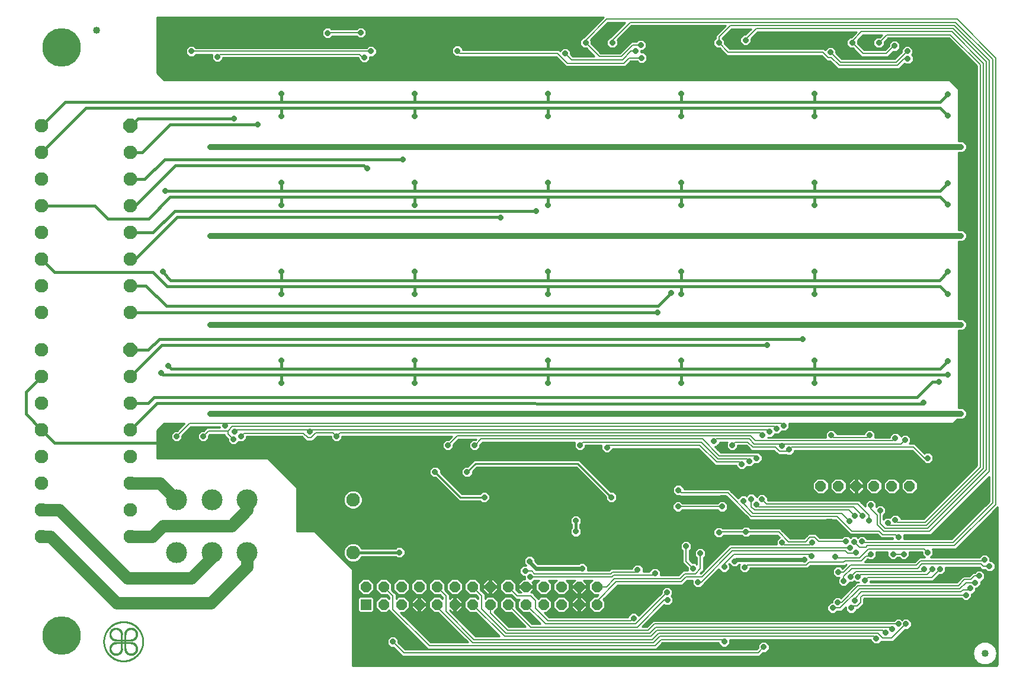
<source format=gbl>
G75*
%MOIN*%
%OFA0B0*%
%FSLAX25Y25*%
%IPPOS*%
%LPD*%
%AMOC8*
5,1,8,0,0,1.08239X$1,22.5*
%
%ADD10OC8,0.05906*%
%ADD11R,0.05906X0.05906*%
%ADD12OC8,0.07677*%
%ADD13C,0.07677*%
%ADD14C,0.11811*%
%ADD15C,0.01000*%
%ADD16C,0.00100*%
%ADD17C,0.04000*%
%ADD18C,0.21654*%
%ADD19C,0.01600*%
%ADD20OC8,0.03175*%
%ADD21C,0.03200*%
%ADD22R,0.03175X0.03175*%
%ADD23C,0.00800*%
%ADD24C,0.02400*%
%ADD25C,0.07000*%
D10*
X0309333Y0115232D03*
X0319333Y0115232D03*
X0329333Y0115232D03*
X0339333Y0115232D03*
X0349333Y0115232D03*
X0359333Y0115232D03*
X0369333Y0115232D03*
X0379333Y0115232D03*
X0389333Y0115232D03*
X0399333Y0115232D03*
X0409333Y0115232D03*
X0419333Y0115232D03*
X0429333Y0115232D03*
X0439333Y0115232D03*
X0439333Y0105232D03*
X0429333Y0105232D03*
X0419333Y0105232D03*
X0409333Y0105232D03*
X0399333Y0105232D03*
X0389333Y0105232D03*
X0379333Y0105232D03*
X0369333Y0105232D03*
X0359333Y0105232D03*
X0349333Y0105232D03*
X0339333Y0105232D03*
X0329333Y0105232D03*
X0319333Y0105232D03*
X0565188Y0171770D03*
X0575188Y0171770D03*
X0585188Y0171770D03*
X0595188Y0171770D03*
X0605188Y0171770D03*
X0615188Y0171770D03*
D11*
X0309333Y0105232D03*
D12*
X0176774Y0248441D03*
X0176774Y0374425D03*
D13*
X0176774Y0359425D03*
X0176774Y0344425D03*
X0176774Y0329425D03*
X0176774Y0314425D03*
X0176774Y0299425D03*
X0176774Y0284425D03*
X0176774Y0269425D03*
X0126774Y0269425D03*
X0126774Y0284425D03*
X0126774Y0299425D03*
X0126774Y0314425D03*
X0126774Y0329425D03*
X0126774Y0344425D03*
X0126774Y0359425D03*
X0126774Y0374425D03*
X0126774Y0248441D03*
X0126774Y0233441D03*
X0126774Y0218441D03*
X0126774Y0203441D03*
X0126774Y0188441D03*
X0126774Y0173441D03*
X0126774Y0158441D03*
X0126774Y0143441D03*
X0176774Y0143441D03*
X0176774Y0158441D03*
X0176774Y0173441D03*
X0176774Y0188441D03*
X0176774Y0203441D03*
X0176774Y0218441D03*
X0176774Y0233441D03*
X0302044Y0164152D03*
X0302044Y0134388D03*
D14*
X0242516Y0134388D03*
X0222674Y0134388D03*
X0202831Y0134388D03*
X0202831Y0164152D03*
X0222674Y0164152D03*
X0242516Y0164152D03*
D15*
X0259610Y0181847D02*
X0345899Y0181847D01*
X0345100Y0181049D02*
X0345100Y0178491D01*
X0346909Y0176682D01*
X0348447Y0176682D01*
X0361609Y0163520D01*
X0373571Y0163520D01*
X0374659Y0162432D01*
X0377216Y0162432D01*
X0379025Y0164241D01*
X0379025Y0166799D01*
X0377216Y0168607D01*
X0374659Y0168607D01*
X0373571Y0167520D01*
X0363266Y0167520D01*
X0351275Y0179511D01*
X0351275Y0181049D01*
X0349466Y0182857D01*
X0346909Y0182857D01*
X0345100Y0181049D01*
X0345100Y0180848D02*
X0260609Y0180848D01*
X0261607Y0179850D02*
X0345100Y0179850D01*
X0345100Y0178851D02*
X0262606Y0178851D01*
X0263604Y0177853D02*
X0345738Y0177853D01*
X0346737Y0176854D02*
X0264603Y0176854D01*
X0265601Y0175856D02*
X0349273Y0175856D01*
X0350271Y0174857D02*
X0266600Y0174857D01*
X0267598Y0173859D02*
X0351270Y0173859D01*
X0352269Y0172860D02*
X0268597Y0172860D01*
X0269595Y0171862D02*
X0353267Y0171862D01*
X0354266Y0170863D02*
X0270438Y0170863D01*
X0270438Y0171020D02*
X0253938Y0187520D01*
X0191688Y0187520D01*
X0191688Y0203020D01*
X0195688Y0207020D01*
X0207251Y0207020D01*
X0203088Y0202857D01*
X0201409Y0202857D01*
X0199600Y0201049D01*
X0199600Y0198491D01*
X0201409Y0196682D01*
X0203966Y0196682D01*
X0205775Y0198491D01*
X0205775Y0200170D01*
X0210725Y0205120D01*
X0227100Y0205120D01*
X0227100Y0204670D01*
X0219901Y0204670D01*
X0218088Y0202857D01*
X0216409Y0202857D01*
X0214600Y0201049D01*
X0214600Y0198491D01*
X0216409Y0196682D01*
X0218966Y0196682D01*
X0220775Y0198491D01*
X0220775Y0200170D01*
X0221475Y0200870D01*
X0229788Y0200870D01*
X0229788Y0200233D01*
X0231600Y0198420D01*
X0231600Y0196741D01*
X0233409Y0194932D01*
X0235966Y0194932D01*
X0237716Y0196682D01*
X0240216Y0196682D01*
X0242025Y0198491D01*
X0242025Y0199620D01*
X0273401Y0199620D01*
X0275901Y0197120D01*
X0279225Y0197120D01*
X0281975Y0199870D01*
X0289600Y0199870D01*
X0289600Y0198491D01*
X0291409Y0196682D01*
X0293966Y0196682D01*
X0295775Y0198491D01*
X0295775Y0199870D01*
X0357851Y0199870D01*
X0355838Y0197857D01*
X0354159Y0197857D01*
X0352350Y0196049D01*
X0352350Y0193491D01*
X0354159Y0191682D01*
X0356716Y0191682D01*
X0358525Y0193491D01*
X0358525Y0195170D01*
X0361475Y0198120D01*
X0371351Y0198120D01*
X0371088Y0197857D01*
X0369159Y0197857D01*
X0367350Y0196049D01*
X0367350Y0193491D01*
X0369159Y0191682D01*
X0371716Y0191682D01*
X0373525Y0193491D01*
X0373525Y0194920D01*
X0374975Y0196370D01*
X0426921Y0196370D01*
X0426600Y0196049D01*
X0426600Y0193491D01*
X0428409Y0191682D01*
X0430966Y0191682D01*
X0432775Y0193491D01*
X0432775Y0194620D01*
X0441850Y0194620D01*
X0441850Y0192241D01*
X0443659Y0190432D01*
X0446216Y0190432D01*
X0448025Y0192241D01*
X0448025Y0192870D01*
X0496401Y0192870D01*
X0504788Y0184483D01*
X0505901Y0183370D01*
X0517600Y0183370D01*
X0517600Y0182741D01*
X0519409Y0180932D01*
X0521966Y0180932D01*
X0523716Y0182682D01*
X0526216Y0182682D01*
X0527966Y0184432D01*
X0530466Y0184432D01*
X0532275Y0186241D01*
X0532275Y0188799D01*
X0530466Y0190607D01*
X0528787Y0190607D01*
X0528725Y0190670D01*
X0508975Y0190670D01*
X0505712Y0193932D01*
X0506466Y0193932D01*
X0508275Y0195741D01*
X0508275Y0196370D01*
X0512671Y0196370D01*
X0512350Y0196049D01*
X0512350Y0193491D01*
X0514159Y0191682D01*
X0516716Y0191682D01*
X0518525Y0193491D01*
X0518525Y0194620D01*
X0523401Y0194620D01*
X0525038Y0192983D01*
X0525038Y0192983D01*
X0526151Y0191870D01*
X0538901Y0191870D01*
X0540288Y0190483D01*
X0541401Y0189370D01*
X0545971Y0189370D01*
X0546159Y0189182D01*
X0548716Y0189182D01*
X0550525Y0190991D01*
X0550525Y0191870D01*
X0616651Y0191870D01*
X0621788Y0186733D01*
X0622901Y0185620D01*
X0622971Y0185620D01*
X0624159Y0184432D01*
X0626716Y0184432D01*
X0628525Y0186241D01*
X0628525Y0188799D01*
X0626716Y0190607D01*
X0624159Y0190607D01*
X0623723Y0190171D01*
X0619338Y0194557D01*
X0618225Y0195670D01*
X0614954Y0195670D01*
X0615775Y0196491D01*
X0615775Y0199049D01*
X0613966Y0200857D01*
X0611409Y0200857D01*
X0610275Y0199723D01*
X0610275Y0200049D01*
X0608466Y0201857D01*
X0605909Y0201857D01*
X0604100Y0200049D01*
X0604100Y0199170D01*
X0595775Y0199170D01*
X0595775Y0201549D01*
X0593966Y0203357D01*
X0591409Y0203357D01*
X0589600Y0201549D01*
X0589600Y0200920D01*
X0574275Y0200920D01*
X0574275Y0201549D01*
X0572466Y0203357D01*
X0569909Y0203357D01*
X0568100Y0201549D01*
X0568100Y0199170D01*
X0535454Y0199170D01*
X0535466Y0199182D01*
X0537716Y0199182D01*
X0539466Y0200932D01*
X0541716Y0200932D01*
X0543466Y0202682D01*
X0545716Y0202682D01*
X0547525Y0204491D01*
X0547525Y0207020D01*
X0639688Y0207020D01*
X0642088Y0209420D01*
X0644804Y0209420D01*
X0644835Y0209432D01*
X0645466Y0209432D01*
X0645913Y0209879D01*
X0645944Y0209892D01*
X0646816Y0210764D01*
X0646828Y0210794D01*
X0647275Y0211241D01*
X0647275Y0211873D01*
X0647288Y0211903D01*
X0647288Y0213136D01*
X0647275Y0213167D01*
X0647275Y0213799D01*
X0646828Y0214245D01*
X0646816Y0214276D01*
X0645944Y0215148D01*
X0645913Y0215160D01*
X0645466Y0215607D01*
X0644835Y0215607D01*
X0644804Y0215620D01*
X0642688Y0215620D01*
X0642688Y0259420D01*
X0644804Y0259420D01*
X0644835Y0259432D01*
X0645466Y0259432D01*
X0645913Y0259879D01*
X0645944Y0259892D01*
X0646816Y0260764D01*
X0646828Y0260794D01*
X0647275Y0261241D01*
X0647275Y0261873D01*
X0647288Y0261903D01*
X0647288Y0263136D01*
X0647275Y0263167D01*
X0647275Y0263799D01*
X0646828Y0264245D01*
X0646816Y0264276D01*
X0645944Y0265148D01*
X0645913Y0265160D01*
X0645466Y0265607D01*
X0644835Y0265607D01*
X0644804Y0265620D01*
X0642688Y0265620D01*
X0642688Y0309420D01*
X0644804Y0309420D01*
X0644835Y0309432D01*
X0645466Y0309432D01*
X0645913Y0309879D01*
X0645944Y0309892D01*
X0646816Y0310764D01*
X0646828Y0310794D01*
X0647275Y0311241D01*
X0647275Y0311873D01*
X0647288Y0311903D01*
X0647288Y0313136D01*
X0647275Y0313167D01*
X0647275Y0313799D01*
X0646828Y0314245D01*
X0646816Y0314276D01*
X0645944Y0315148D01*
X0645913Y0315160D01*
X0645466Y0315607D01*
X0644835Y0315607D01*
X0644804Y0315620D01*
X0642688Y0315620D01*
X0642688Y0359420D01*
X0644804Y0359420D01*
X0644835Y0359432D01*
X0645466Y0359432D01*
X0645913Y0359879D01*
X0645944Y0359892D01*
X0646816Y0360764D01*
X0646828Y0360794D01*
X0647275Y0361241D01*
X0647275Y0361873D01*
X0647288Y0361903D01*
X0647288Y0363136D01*
X0647275Y0363167D01*
X0647275Y0363799D01*
X0646828Y0364245D01*
X0646816Y0364276D01*
X0645944Y0365148D01*
X0645913Y0365160D01*
X0645466Y0365607D01*
X0644835Y0365607D01*
X0644804Y0365620D01*
X0642688Y0365620D01*
X0642688Y0395020D01*
X0637688Y0400020D01*
X0195688Y0400020D01*
X0191688Y0404020D01*
X0191688Y0435339D01*
X0443070Y0435339D01*
X0442788Y0435057D01*
X0432151Y0424420D01*
X0431838Y0424107D01*
X0431659Y0424107D01*
X0429850Y0422299D01*
X0429850Y0419741D01*
X0431659Y0417932D01*
X0433338Y0417932D01*
X0437851Y0413420D01*
X0425725Y0413420D01*
X0424525Y0414619D01*
X0424525Y0416299D01*
X0422716Y0418107D01*
X0420159Y0418107D01*
X0418473Y0416421D01*
X0417975Y0416920D01*
X0363775Y0416920D01*
X0363775Y0417799D01*
X0361966Y0419607D01*
X0359409Y0419607D01*
X0357600Y0417799D01*
X0357600Y0415241D01*
X0359409Y0413432D01*
X0361088Y0413432D01*
X0361401Y0413120D01*
X0416401Y0413120D01*
X0421901Y0407620D01*
X0455225Y0407620D01*
X0456338Y0408733D01*
X0458225Y0410620D01*
X0461971Y0410620D01*
X0463159Y0409432D01*
X0465716Y0409432D01*
X0467525Y0411241D01*
X0467525Y0413799D01*
X0465716Y0415607D01*
X0464025Y0415607D01*
X0464025Y0416682D01*
X0465216Y0416682D01*
X0467025Y0418491D01*
X0467025Y0421049D01*
X0465216Y0422857D01*
X0462659Y0422857D01*
X0461471Y0421670D01*
X0458651Y0421670D01*
X0452151Y0415170D01*
X0441475Y0415170D01*
X0436025Y0420619D01*
X0436025Y0422299D01*
X0435714Y0422609D01*
X0445475Y0432370D01*
X0455101Y0432370D01*
X0447151Y0424420D01*
X0446838Y0424107D01*
X0446659Y0424107D01*
X0444850Y0422299D01*
X0444850Y0419741D01*
X0446659Y0417932D01*
X0449216Y0417932D01*
X0451025Y0419741D01*
X0451025Y0422299D01*
X0450714Y0422609D01*
X0458725Y0430620D01*
X0511601Y0430620D01*
X0507151Y0426170D01*
X0506038Y0425057D01*
X0506038Y0423486D01*
X0504850Y0422299D01*
X0504850Y0419741D01*
X0506659Y0417932D01*
X0508338Y0417932D01*
X0512401Y0413870D01*
X0565651Y0413870D01*
X0568651Y0410870D01*
X0570401Y0410870D01*
X0574901Y0406370D01*
X0609225Y0406370D01*
X0610338Y0407483D01*
X0612348Y0409493D01*
X0612909Y0408932D01*
X0615466Y0408932D01*
X0617275Y0410741D01*
X0617275Y0413299D01*
X0616304Y0414270D01*
X0617025Y0414991D01*
X0617025Y0417549D01*
X0615216Y0419357D01*
X0612659Y0419357D01*
X0610850Y0417549D01*
X0610850Y0415869D01*
X0606901Y0411920D01*
X0577225Y0411920D01*
X0573775Y0415369D01*
X0573775Y0417049D01*
X0571966Y0418857D01*
X0569409Y0418857D01*
X0567723Y0417171D01*
X0567225Y0417670D01*
X0513975Y0417670D01*
X0511025Y0420619D01*
X0511025Y0422299D01*
X0509839Y0423484D01*
X0515225Y0428870D01*
X0526101Y0428870D01*
X0522838Y0425607D01*
X0521659Y0425607D01*
X0519850Y0423799D01*
X0519850Y0421241D01*
X0521659Y0419432D01*
X0524216Y0419432D01*
X0526025Y0421241D01*
X0526025Y0423420D01*
X0529725Y0427120D01*
X0585351Y0427120D01*
X0582338Y0424107D01*
X0581659Y0424107D01*
X0579850Y0422299D01*
X0579850Y0419741D01*
X0581659Y0417932D01*
X0583338Y0417932D01*
X0588151Y0413120D01*
X0602975Y0413120D01*
X0604088Y0414233D01*
X0606037Y0416182D01*
X0607966Y0416182D01*
X0609775Y0417991D01*
X0609775Y0420549D01*
X0607966Y0422357D01*
X0605409Y0422357D01*
X0603600Y0420549D01*
X0603600Y0419119D01*
X0601401Y0416920D01*
X0589725Y0416920D01*
X0586025Y0420619D01*
X0586025Y0422299D01*
X0585964Y0422359D01*
X0588975Y0425370D01*
X0599601Y0425370D01*
X0598338Y0424107D01*
X0596659Y0424107D01*
X0594850Y0422299D01*
X0594850Y0419741D01*
X0596659Y0417932D01*
X0599216Y0417932D01*
X0601025Y0419741D01*
X0601025Y0421420D01*
X0603225Y0423620D01*
X0637401Y0423620D01*
X0653038Y0407983D01*
X0653038Y0183307D01*
X0623151Y0153420D01*
X0610275Y0153420D01*
X0610275Y0154049D01*
X0608466Y0155857D01*
X0605909Y0155857D01*
X0604159Y0154107D01*
X0601659Y0154107D01*
X0600588Y0153036D01*
X0600588Y0155553D01*
X0601775Y0156741D01*
X0601775Y0159299D01*
X0599966Y0161107D01*
X0597409Y0161107D01*
X0596525Y0160223D01*
X0596525Y0162299D01*
X0594716Y0164107D01*
X0592159Y0164107D01*
X0590350Y0162299D01*
X0590350Y0160294D01*
X0588088Y0162557D01*
X0586975Y0163670D01*
X0535475Y0163670D01*
X0535275Y0163869D01*
X0535275Y0165549D01*
X0533466Y0167357D01*
X0530909Y0167357D01*
X0529275Y0165723D01*
X0529275Y0165799D01*
X0527466Y0167607D01*
X0524909Y0167607D01*
X0523438Y0166136D01*
X0522966Y0166607D01*
X0520409Y0166607D01*
X0518723Y0164921D01*
X0514838Y0168807D01*
X0513725Y0169920D01*
X0488275Y0169920D01*
X0488275Y0170799D01*
X0486466Y0172607D01*
X0483909Y0172607D01*
X0482100Y0170799D01*
X0482100Y0168241D01*
X0483909Y0166432D01*
X0485688Y0166432D01*
X0486001Y0166120D01*
X0512151Y0166120D01*
X0524288Y0153983D01*
X0525401Y0152870D01*
X0573651Y0152870D01*
X0580788Y0145733D01*
X0580788Y0145733D01*
X0581901Y0144620D01*
X0597151Y0144620D01*
X0599151Y0142620D01*
X0605850Y0142620D01*
X0605850Y0141920D01*
X0591525Y0141920D01*
X0591525Y0142049D01*
X0589716Y0143857D01*
X0587159Y0143857D01*
X0586188Y0142886D01*
X0585466Y0143607D01*
X0582909Y0143607D01*
X0581938Y0142636D01*
X0580716Y0143857D01*
X0578159Y0143857D01*
X0576971Y0142670D01*
X0564725Y0142670D01*
X0562475Y0144920D01*
X0558401Y0144920D01*
X0557288Y0143807D01*
X0555901Y0142420D01*
X0547975Y0142420D01*
X0543588Y0146807D01*
X0542475Y0147920D01*
X0525654Y0147920D01*
X0524466Y0149107D01*
X0521909Y0149107D01*
X0520721Y0147920D01*
X0510154Y0147920D01*
X0509216Y0148857D01*
X0506659Y0148857D01*
X0504850Y0147049D01*
X0504850Y0144491D01*
X0506659Y0142682D01*
X0509216Y0142682D01*
X0510654Y0144120D01*
X0520721Y0144120D01*
X0521909Y0142932D01*
X0524466Y0142932D01*
X0525654Y0144120D01*
X0540901Y0144120D01*
X0542036Y0142984D01*
X0540350Y0141299D01*
X0540350Y0138920D01*
X0513901Y0138920D01*
X0497651Y0122670D01*
X0497525Y0122670D01*
X0498225Y0123370D01*
X0499338Y0124483D01*
X0499338Y0131553D01*
X0500525Y0132741D01*
X0500525Y0135299D01*
X0498716Y0137107D01*
X0496159Y0137107D01*
X0494350Y0135299D01*
X0494350Y0132741D01*
X0495538Y0131553D01*
X0495538Y0127786D01*
X0494716Y0128607D01*
X0493037Y0128607D01*
X0491338Y0130307D01*
X0491338Y0135553D01*
X0492525Y0136741D01*
X0492525Y0139299D01*
X0490716Y0141107D01*
X0488159Y0141107D01*
X0486350Y0139299D01*
X0486350Y0136741D01*
X0487538Y0135553D01*
X0487538Y0128733D01*
X0490350Y0125920D01*
X0490350Y0124420D01*
X0487901Y0124420D01*
X0485151Y0121670D01*
X0475025Y0121670D01*
X0475025Y0124049D01*
X0473216Y0125857D01*
X0470659Y0125857D01*
X0468850Y0124049D01*
X0468850Y0123670D01*
X0465275Y0123670D01*
X0465275Y0126049D01*
X0463466Y0127857D01*
X0460909Y0127857D01*
X0459100Y0126049D01*
X0459100Y0125420D01*
X0447151Y0125420D01*
X0446151Y0124420D01*
X0434025Y0124420D01*
X0434025Y0126799D01*
X0432216Y0128607D01*
X0429659Y0128607D01*
X0429271Y0128220D01*
X0406056Y0128220D01*
X0404525Y0129751D01*
X0404525Y0130799D01*
X0402716Y0132607D01*
X0400159Y0132607D01*
X0398350Y0130799D01*
X0398350Y0128241D01*
X0399484Y0127107D01*
X0397659Y0127107D01*
X0395850Y0125299D01*
X0395850Y0122741D01*
X0397659Y0120932D01*
X0398600Y0120932D01*
X0398600Y0119491D01*
X0398606Y0119485D01*
X0397572Y0119485D01*
X0395081Y0116994D01*
X0395081Y0115717D01*
X0398849Y0115717D01*
X0398849Y0114748D01*
X0395081Y0114748D01*
X0395081Y0113471D01*
X0396632Y0111920D01*
X0395333Y0111920D01*
X0393786Y0113467D01*
X0393786Y0117077D01*
X0391178Y0119685D01*
X0387489Y0119685D01*
X0384881Y0117077D01*
X0384881Y0113388D01*
X0387489Y0110780D01*
X0391099Y0110780D01*
X0393759Y0108120D01*
X0395924Y0108120D01*
X0394881Y0107077D01*
X0394881Y0103388D01*
X0397489Y0100780D01*
X0401099Y0100780D01*
X0407459Y0094420D01*
X0402833Y0094420D01*
X0393786Y0103467D01*
X0393786Y0107077D01*
X0391178Y0109685D01*
X0387489Y0109685D01*
X0384881Y0107077D01*
X0384881Y0103388D01*
X0387489Y0100780D01*
X0391099Y0100780D01*
X0399209Y0092670D01*
X0389725Y0092670D01*
X0381396Y0100998D01*
X0383786Y0103388D01*
X0383786Y0107077D01*
X0381178Y0109685D01*
X0377489Y0109685D01*
X0376338Y0108534D01*
X0376338Y0110915D01*
X0373786Y0113467D01*
X0373786Y0117077D01*
X0371178Y0119685D01*
X0367489Y0119685D01*
X0364881Y0117077D01*
X0364881Y0113388D01*
X0367489Y0110780D01*
X0371099Y0110780D01*
X0372538Y0109341D01*
X0372538Y0108325D01*
X0371178Y0109685D01*
X0367489Y0109685D01*
X0364881Y0107077D01*
X0364881Y0103388D01*
X0367489Y0100780D01*
X0371099Y0100780D01*
X0384459Y0087420D01*
X0370975Y0087420D01*
X0356338Y0102057D01*
X0356338Y0102214D01*
X0357572Y0100980D01*
X0358849Y0100980D01*
X0358849Y0104748D01*
X0359818Y0104748D01*
X0359818Y0105717D01*
X0358849Y0105717D01*
X0358849Y0109485D01*
X0357572Y0109485D01*
X0356338Y0108251D01*
X0356338Y0110807D01*
X0355225Y0111920D01*
X0353771Y0113373D01*
X0353786Y0113388D01*
X0353786Y0117077D01*
X0351178Y0119685D01*
X0347489Y0119685D01*
X0344881Y0117077D01*
X0344881Y0113388D01*
X0347489Y0110780D01*
X0350991Y0110780D01*
X0352538Y0109233D01*
X0352538Y0108325D01*
X0351178Y0109685D01*
X0347489Y0109685D01*
X0344881Y0107077D01*
X0344881Y0103388D01*
X0347489Y0100780D01*
X0349741Y0100780D01*
X0366601Y0083920D01*
X0345725Y0083920D01*
X0328865Y0100780D01*
X0331178Y0100780D01*
X0333786Y0103388D01*
X0333786Y0107077D01*
X0331178Y0109685D01*
X0327489Y0109685D01*
X0326338Y0108534D01*
X0326338Y0110915D01*
X0325225Y0112028D01*
X0323786Y0113467D01*
X0323786Y0117077D01*
X0321178Y0119685D01*
X0317489Y0119685D01*
X0314881Y0117077D01*
X0314881Y0113388D01*
X0317489Y0110780D01*
X0321099Y0110780D01*
X0322538Y0109341D01*
X0322538Y0108325D01*
X0321178Y0109685D01*
X0317489Y0109685D01*
X0314881Y0107077D01*
X0314881Y0103388D01*
X0317489Y0100780D01*
X0321178Y0100780D01*
X0322538Y0102139D01*
X0322538Y0101733D01*
X0344151Y0080120D01*
X0472725Y0080120D01*
X0476225Y0083620D01*
X0507850Y0083620D01*
X0507850Y0082991D01*
X0509659Y0081182D01*
X0512216Y0081182D01*
X0514025Y0082991D01*
X0514025Y0085370D01*
X0593350Y0085370D01*
X0593350Y0084741D01*
X0595159Y0082932D01*
X0597716Y0082932D01*
X0599277Y0084493D01*
X0599401Y0084370D01*
X0605975Y0084370D01*
X0612787Y0091182D01*
X0614466Y0091182D01*
X0616275Y0092991D01*
X0616275Y0095549D01*
X0614466Y0097357D01*
X0611909Y0097357D01*
X0611063Y0096511D01*
X0610216Y0097357D01*
X0607659Y0097357D01*
X0606471Y0096170D01*
X0470901Y0096170D01*
X0467401Y0092670D01*
X0464775Y0092670D01*
X0477223Y0105118D01*
X0477659Y0104682D01*
X0480216Y0104682D01*
X0482025Y0106491D01*
X0482025Y0109049D01*
X0481054Y0110020D01*
X0481775Y0110741D01*
X0481775Y0113299D01*
X0479966Y0115107D01*
X0477409Y0115107D01*
X0475600Y0113299D01*
X0475600Y0111619D01*
X0462902Y0098921D01*
X0461216Y0100607D01*
X0458659Y0100607D01*
X0456850Y0098799D01*
X0456850Y0097920D01*
X0412475Y0097920D01*
X0409615Y0100780D01*
X0411178Y0100780D01*
X0413786Y0103388D01*
X0413786Y0107077D01*
X0411178Y0109685D01*
X0407489Y0109685D01*
X0406349Y0108545D01*
X0404088Y0110807D01*
X0402975Y0111920D01*
X0402035Y0111920D01*
X0403586Y0113471D01*
X0403586Y0114748D01*
X0399818Y0114748D01*
X0399818Y0115717D01*
X0403586Y0115717D01*
X0403586Y0116994D01*
X0402898Y0117682D01*
X0402966Y0117682D01*
X0404154Y0118870D01*
X0406674Y0118870D01*
X0404881Y0117077D01*
X0404881Y0113388D01*
X0407489Y0110780D01*
X0411178Y0110780D01*
X0413786Y0113388D01*
X0413786Y0117077D01*
X0411993Y0118870D01*
X0416674Y0118870D01*
X0414881Y0117077D01*
X0414881Y0113388D01*
X0417489Y0110780D01*
X0421178Y0110780D01*
X0423786Y0113388D01*
X0423786Y0117077D01*
X0421993Y0118870D01*
X0426956Y0118870D01*
X0425081Y0116994D01*
X0425081Y0115717D01*
X0428849Y0115717D01*
X0428849Y0114748D01*
X0425081Y0114748D01*
X0425081Y0113471D01*
X0427572Y0110980D01*
X0428849Y0110980D01*
X0428849Y0114748D01*
X0429818Y0114748D01*
X0429818Y0115717D01*
X0433586Y0115717D01*
X0433586Y0116994D01*
X0431710Y0118870D01*
X0436674Y0118870D01*
X0434881Y0117077D01*
X0434881Y0113388D01*
X0437489Y0110780D01*
X0440261Y0110780D01*
X0439166Y0109685D01*
X0437489Y0109685D01*
X0434881Y0107077D01*
X0434881Y0103388D01*
X0437489Y0100780D01*
X0441178Y0100780D01*
X0443786Y0103388D01*
X0443786Y0107077D01*
X0442859Y0108004D01*
X0450975Y0116120D01*
X0487475Y0116120D01*
X0488588Y0117233D01*
X0490225Y0118870D01*
X0493100Y0118870D01*
X0493100Y0116491D01*
X0494909Y0114682D01*
X0497466Y0114682D01*
X0498654Y0115870D01*
X0498725Y0115870D01*
X0499838Y0116983D01*
X0507850Y0124995D01*
X0507850Y0124991D01*
X0509659Y0123182D01*
X0512216Y0123182D01*
X0514025Y0124991D01*
X0514025Y0127549D01*
X0513589Y0127984D01*
X0513723Y0128118D01*
X0515409Y0126432D01*
X0517966Y0126432D01*
X0519354Y0127820D01*
X0519871Y0127820D01*
X0519350Y0127299D01*
X0519350Y0124741D01*
X0521159Y0122932D01*
X0523716Y0122932D01*
X0525525Y0124741D01*
X0525525Y0125620D01*
X0557975Y0125620D01*
X0559475Y0127120D01*
X0578975Y0127120D01*
X0579725Y0127870D01*
X0579851Y0127870D01*
X0577527Y0125546D01*
X0576466Y0126607D01*
X0573909Y0126607D01*
X0572100Y0124799D01*
X0572100Y0122241D01*
X0573909Y0120432D01*
X0575734Y0120432D01*
X0575100Y0119799D01*
X0575100Y0117241D01*
X0576909Y0115432D01*
X0579466Y0115432D01*
X0581275Y0117241D01*
X0581275Y0117682D01*
X0583216Y0117682D01*
X0584063Y0118528D01*
X0584909Y0117682D01*
X0586850Y0117682D01*
X0586850Y0117670D01*
X0585401Y0117670D01*
X0584288Y0116557D01*
X0576527Y0108796D01*
X0575966Y0109357D01*
X0573409Y0109357D01*
X0571600Y0107549D01*
X0571600Y0106357D01*
X0570659Y0106357D01*
X0568850Y0104549D01*
X0568850Y0101991D01*
X0570659Y0100182D01*
X0573216Y0100182D01*
X0574404Y0101370D01*
X0576975Y0101370D01*
X0579350Y0103745D01*
X0579350Y0101991D01*
X0581159Y0100182D01*
X0583716Y0100182D01*
X0585525Y0101991D01*
X0585525Y0102370D01*
X0586475Y0102370D01*
X0587588Y0103483D01*
X0589588Y0105483D01*
X0589588Y0108483D01*
X0589725Y0108620D01*
X0644471Y0108620D01*
X0645659Y0107432D01*
X0648216Y0107432D01*
X0650025Y0109241D01*
X0650025Y0111182D01*
X0650716Y0111182D01*
X0652525Y0112991D01*
X0652525Y0114432D01*
X0653466Y0114432D01*
X0655275Y0116241D01*
X0655275Y0118182D01*
X0655716Y0118182D01*
X0657525Y0119991D01*
X0657525Y0122549D01*
X0655716Y0124357D01*
X0653159Y0124357D01*
X0651971Y0123170D01*
X0650901Y0123170D01*
X0648901Y0121170D01*
X0645401Y0121170D01*
X0641901Y0117670D01*
X0593025Y0117670D01*
X0593025Y0118370D01*
X0628475Y0118370D01*
X0629588Y0119483D01*
X0632037Y0121932D01*
X0633716Y0121932D01*
X0635525Y0123741D01*
X0635525Y0126120D01*
X0654651Y0126120D01*
X0654788Y0125983D01*
X0655901Y0124870D01*
X0657721Y0124870D01*
X0658909Y0123682D01*
X0661466Y0123682D01*
X0663275Y0125491D01*
X0663275Y0128049D01*
X0661466Y0129857D01*
X0660525Y0129857D01*
X0660525Y0131549D01*
X0658716Y0133357D01*
X0656159Y0133357D01*
X0654471Y0131670D01*
X0626954Y0131670D01*
X0628525Y0133241D01*
X0628525Y0135799D01*
X0627954Y0136370D01*
X0641225Y0136370D01*
X0642338Y0137483D01*
X0664794Y0159939D01*
X0664794Y0071925D01*
X0664779Y0071736D01*
X0664662Y0071376D01*
X0664440Y0071071D01*
X0664134Y0070848D01*
X0663774Y0070731D01*
X0663585Y0070717D01*
X0301688Y0070717D01*
X0301688Y0125020D01*
X0280438Y0146520D01*
X0270438Y0146520D01*
X0270438Y0171020D01*
X0270438Y0169865D02*
X0355264Y0169865D01*
X0356263Y0168866D02*
X0304612Y0168866D01*
X0305068Y0168677D02*
X0303106Y0169490D01*
X0300982Y0169490D01*
X0299020Y0168677D01*
X0297518Y0167176D01*
X0296705Y0165213D01*
X0296705Y0163090D01*
X0297518Y0161128D01*
X0299020Y0159626D01*
X0300982Y0158813D01*
X0303106Y0158813D01*
X0305068Y0159626D01*
X0306570Y0161128D01*
X0307383Y0163090D01*
X0307383Y0165213D01*
X0306570Y0167176D01*
X0305068Y0168677D01*
X0305878Y0167868D02*
X0357261Y0167868D01*
X0358260Y0166869D02*
X0306697Y0166869D01*
X0307110Y0165871D02*
X0359258Y0165871D01*
X0360257Y0164872D02*
X0307383Y0164872D01*
X0307383Y0163874D02*
X0361255Y0163874D01*
X0362438Y0165520D02*
X0375938Y0165520D01*
X0377956Y0167868D02*
X0442261Y0167868D01*
X0441263Y0168866D02*
X0361919Y0168866D01*
X0360921Y0169865D02*
X0440264Y0169865D01*
X0439266Y0170863D02*
X0359922Y0170863D01*
X0358924Y0171862D02*
X0438267Y0171862D01*
X0437269Y0172860D02*
X0357925Y0172860D01*
X0356927Y0173859D02*
X0436270Y0173859D01*
X0435271Y0174857D02*
X0355928Y0174857D01*
X0354930Y0175856D02*
X0434273Y0175856D01*
X0433274Y0176854D02*
X0367639Y0176854D01*
X0367466Y0176682D02*
X0369275Y0178491D01*
X0369275Y0180029D01*
X0371766Y0182520D01*
X0427609Y0182520D01*
X0444350Y0165779D01*
X0444350Y0164241D01*
X0446159Y0162432D01*
X0448716Y0162432D01*
X0450525Y0164241D01*
X0450525Y0166799D01*
X0448716Y0168607D01*
X0447179Y0168607D01*
X0430438Y0185348D01*
X0429266Y0186520D01*
X0370109Y0186520D01*
X0366447Y0182857D01*
X0364909Y0182857D01*
X0363100Y0181049D01*
X0363100Y0178491D01*
X0364909Y0176682D01*
X0367466Y0176682D01*
X0368637Y0177853D02*
X0432276Y0177853D01*
X0431277Y0178851D02*
X0369275Y0178851D01*
X0369275Y0179850D02*
X0430279Y0179850D01*
X0429280Y0180848D02*
X0370095Y0180848D01*
X0371093Y0181847D02*
X0428282Y0181847D01*
X0428438Y0184520D02*
X0370938Y0184520D01*
X0366188Y0179770D01*
X0363100Y0179850D02*
X0351275Y0179850D01*
X0351275Y0180848D02*
X0363100Y0180848D01*
X0363899Y0181847D02*
X0350477Y0181847D01*
X0349478Y0182846D02*
X0364897Y0182846D01*
X0367434Y0183844D02*
X0257613Y0183844D01*
X0256615Y0184843D02*
X0368432Y0184843D01*
X0369431Y0185841D02*
X0255616Y0185841D01*
X0254618Y0186840D02*
X0502431Y0186840D01*
X0501432Y0187838D02*
X0191688Y0187838D01*
X0191688Y0188837D02*
X0500434Y0188837D01*
X0499435Y0189835D02*
X0191688Y0189835D01*
X0191688Y0190834D02*
X0443258Y0190834D01*
X0442259Y0191832D02*
X0431116Y0191832D01*
X0432115Y0192831D02*
X0441850Y0192831D01*
X0441850Y0193829D02*
X0432775Y0193829D01*
X0428259Y0191832D02*
X0371866Y0191832D01*
X0372865Y0192831D02*
X0427260Y0192831D01*
X0426600Y0193829D02*
X0373525Y0193829D01*
X0373525Y0194828D02*
X0426600Y0194828D01*
X0426600Y0195826D02*
X0374431Y0195826D01*
X0369125Y0197823D02*
X0361178Y0197823D01*
X0360180Y0196825D02*
X0368126Y0196825D01*
X0367350Y0195826D02*
X0359181Y0195826D01*
X0358525Y0194828D02*
X0367350Y0194828D01*
X0367350Y0193829D02*
X0358525Y0193829D01*
X0357865Y0192831D02*
X0368010Y0192831D01*
X0369009Y0191832D02*
X0356866Y0191832D01*
X0354009Y0191832D02*
X0191688Y0191832D01*
X0191688Y0192831D02*
X0353010Y0192831D01*
X0352350Y0193829D02*
X0191688Y0193829D01*
X0191688Y0194828D02*
X0352350Y0194828D01*
X0352350Y0195826D02*
X0236860Y0195826D01*
X0240359Y0196825D02*
X0291266Y0196825D01*
X0290268Y0197823D02*
X0279928Y0197823D01*
X0280927Y0198822D02*
X0289600Y0198822D01*
X0289600Y0199820D02*
X0281925Y0199820D01*
X0275197Y0197823D02*
X0241357Y0197823D01*
X0242025Y0198822D02*
X0274199Y0198822D01*
X0294109Y0196825D02*
X0353126Y0196825D01*
X0354125Y0197823D02*
X0295107Y0197823D01*
X0295775Y0198822D02*
X0356803Y0198822D01*
X0357801Y0199820D02*
X0295775Y0199820D01*
X0258612Y0182846D02*
X0346897Y0182846D01*
X0348188Y0179770D02*
X0362438Y0165520D01*
X0362918Y0167868D02*
X0373920Y0167868D01*
X0374216Y0162875D02*
X0307294Y0162875D01*
X0306880Y0161877D02*
X0482179Y0161877D01*
X0481850Y0161549D02*
X0481850Y0158991D01*
X0483659Y0157182D01*
X0486216Y0157182D01*
X0487404Y0158370D01*
X0507221Y0158370D01*
X0508409Y0157182D01*
X0510966Y0157182D01*
X0512775Y0158991D01*
X0512775Y0161549D01*
X0510966Y0163357D01*
X0508409Y0163357D01*
X0507221Y0162170D01*
X0487404Y0162170D01*
X0486216Y0163357D01*
X0483659Y0163357D01*
X0481850Y0161549D01*
X0481850Y0160878D02*
X0306321Y0160878D01*
X0305322Y0159880D02*
X0481850Y0159880D01*
X0481960Y0158881D02*
X0303271Y0158881D01*
X0300817Y0158881D02*
X0270438Y0158881D01*
X0270438Y0157883D02*
X0482958Y0157883D01*
X0486917Y0157883D02*
X0507708Y0157883D01*
X0511667Y0157883D02*
X0520388Y0157883D01*
X0521386Y0156884D02*
X0270438Y0156884D01*
X0270438Y0155886D02*
X0522385Y0155886D01*
X0523383Y0154887D02*
X0429186Y0154887D01*
X0428716Y0155357D02*
X0426159Y0155357D01*
X0424350Y0153549D01*
X0424350Y0150991D01*
X0425138Y0150203D01*
X0425138Y0148336D01*
X0424350Y0147549D01*
X0424350Y0144991D01*
X0426159Y0143182D01*
X0428716Y0143182D01*
X0430525Y0144991D01*
X0430525Y0147549D01*
X0429738Y0148336D01*
X0429738Y0150203D01*
X0430525Y0150991D01*
X0430525Y0153549D01*
X0428716Y0155357D01*
X0430185Y0153889D02*
X0524382Y0153889D01*
X0525380Y0152890D02*
X0430525Y0152890D01*
X0430525Y0151892D02*
X0574629Y0151892D01*
X0575627Y0150893D02*
X0430427Y0150893D01*
X0429738Y0149895D02*
X0576626Y0149895D01*
X0577624Y0148896D02*
X0524677Y0148896D01*
X0521698Y0148896D02*
X0429738Y0148896D01*
X0430176Y0147898D02*
X0505699Y0147898D01*
X0504850Y0146899D02*
X0430525Y0146899D01*
X0430525Y0145901D02*
X0504850Y0145901D01*
X0504850Y0144902D02*
X0430436Y0144902D01*
X0429438Y0143904D02*
X0505438Y0143904D01*
X0506436Y0142905D02*
X0284010Y0142905D01*
X0283023Y0143904D02*
X0425438Y0143904D01*
X0424439Y0144902D02*
X0282036Y0144902D01*
X0281050Y0145901D02*
X0424350Y0145901D01*
X0424350Y0146899D02*
X0270438Y0146899D01*
X0270438Y0147898D02*
X0424699Y0147898D01*
X0425138Y0148896D02*
X0270438Y0148896D01*
X0270438Y0149895D02*
X0425138Y0149895D01*
X0424448Y0150893D02*
X0270438Y0150893D01*
X0270438Y0151892D02*
X0424350Y0151892D01*
X0424350Y0152890D02*
X0270438Y0152890D01*
X0270438Y0153889D02*
X0424690Y0153889D01*
X0425689Y0154887D02*
X0270438Y0154887D01*
X0270438Y0159880D02*
X0298766Y0159880D01*
X0297767Y0160878D02*
X0270438Y0160878D01*
X0270438Y0161877D02*
X0297208Y0161877D01*
X0296794Y0162875D02*
X0270438Y0162875D01*
X0270438Y0163874D02*
X0296705Y0163874D01*
X0296705Y0164872D02*
X0270438Y0164872D01*
X0270438Y0165871D02*
X0296978Y0165871D01*
X0297391Y0166869D02*
X0270438Y0166869D01*
X0270438Y0167868D02*
X0298210Y0167868D01*
X0299476Y0168866D02*
X0270438Y0168866D01*
X0232515Y0195826D02*
X0191688Y0195826D01*
X0191688Y0196825D02*
X0201266Y0196825D01*
X0200268Y0197823D02*
X0191688Y0197823D01*
X0191688Y0198822D02*
X0199600Y0198822D01*
X0199600Y0199820D02*
X0191688Y0199820D01*
X0191688Y0200819D02*
X0199600Y0200819D01*
X0200369Y0201817D02*
X0191688Y0201817D01*
X0191688Y0202816D02*
X0201367Y0202816D01*
X0204045Y0203814D02*
X0192482Y0203814D01*
X0193481Y0204813D02*
X0205044Y0204813D01*
X0206042Y0205811D02*
X0194479Y0205811D01*
X0195478Y0206810D02*
X0207041Y0206810D01*
X0209419Y0203814D02*
X0219045Y0203814D01*
X0216367Y0202816D02*
X0208421Y0202816D01*
X0207422Y0201817D02*
X0215369Y0201817D01*
X0214600Y0200819D02*
X0206424Y0200819D01*
X0205775Y0199820D02*
X0214600Y0199820D01*
X0214600Y0198822D02*
X0205775Y0198822D01*
X0205107Y0197823D02*
X0215268Y0197823D01*
X0216266Y0196825D02*
X0204109Y0196825D01*
X0210418Y0204813D02*
X0227100Y0204813D01*
X0229788Y0200819D02*
X0221424Y0200819D01*
X0220775Y0199820D02*
X0230200Y0199820D01*
X0231199Y0198822D02*
X0220775Y0198822D01*
X0220107Y0197823D02*
X0231600Y0197823D01*
X0231600Y0196825D02*
X0219109Y0196825D01*
X0284997Y0141907D02*
X0540958Y0141907D01*
X0540350Y0140908D02*
X0490916Y0140908D01*
X0491914Y0139910D02*
X0540350Y0139910D01*
X0541957Y0142905D02*
X0509439Y0142905D01*
X0510438Y0143904D02*
X0520938Y0143904D01*
X0525438Y0143904D02*
X0541117Y0143904D01*
X0543588Y0146807D02*
X0543588Y0146807D01*
X0543495Y0146899D02*
X0579621Y0146899D01*
X0578623Y0147898D02*
X0542497Y0147898D01*
X0544494Y0145901D02*
X0580620Y0145901D01*
X0581618Y0144902D02*
X0562492Y0144902D01*
X0563491Y0143904D02*
X0597867Y0143904D01*
X0598865Y0142905D02*
X0590669Y0142905D01*
X0586207Y0142905D02*
X0586169Y0142905D01*
X0582207Y0142905D02*
X0581669Y0142905D01*
X0577207Y0142905D02*
X0564489Y0142905D01*
X0558383Y0144902D02*
X0545492Y0144902D01*
X0546491Y0143904D02*
X0557385Y0143904D01*
X0556386Y0142905D02*
X0547489Y0142905D01*
X0559284Y0126929D02*
X0578910Y0126929D01*
X0577911Y0125930D02*
X0577143Y0125930D01*
X0573232Y0125930D02*
X0558285Y0125930D01*
X0572100Y0123933D02*
X0524718Y0123933D01*
X0525525Y0124932D02*
X0572234Y0124932D01*
X0572100Y0122935D02*
X0523719Y0122935D01*
X0521156Y0122935D02*
X0505790Y0122935D01*
X0506788Y0123933D02*
X0508908Y0123933D01*
X0507909Y0124932D02*
X0507787Y0124932D01*
X0504791Y0121936D02*
X0572405Y0121936D01*
X0573403Y0120938D02*
X0503793Y0120938D01*
X0502794Y0119939D02*
X0575241Y0119939D01*
X0575100Y0118941D02*
X0501796Y0118941D01*
X0500797Y0117942D02*
X0575100Y0117942D01*
X0575397Y0116944D02*
X0499799Y0116944D01*
X0498800Y0115945D02*
X0576396Y0115945D01*
X0579979Y0115945D02*
X0583676Y0115945D01*
X0582678Y0114947D02*
X0497731Y0114947D01*
X0494644Y0114947D02*
X0480127Y0114947D01*
X0481125Y0113948D02*
X0581679Y0113948D01*
X0580681Y0112950D02*
X0481775Y0112950D01*
X0481775Y0111951D02*
X0579682Y0111951D01*
X0578684Y0110953D02*
X0481775Y0110953D01*
X0481119Y0109954D02*
X0577685Y0109954D01*
X0576687Y0108956D02*
X0576368Y0108956D01*
X0573007Y0108956D02*
X0482025Y0108956D01*
X0482025Y0107957D02*
X0572009Y0107957D01*
X0571600Y0106959D02*
X0482025Y0106959D01*
X0481494Y0105960D02*
X0570262Y0105960D01*
X0569263Y0104962D02*
X0480496Y0104962D01*
X0477379Y0104962D02*
X0477067Y0104962D01*
X0476068Y0103963D02*
X0568850Y0103963D01*
X0568850Y0102965D02*
X0475070Y0102965D01*
X0474071Y0101966D02*
X0568875Y0101966D01*
X0569874Y0100968D02*
X0473073Y0100968D01*
X0472074Y0099969D02*
X0664794Y0099969D01*
X0664794Y0098971D02*
X0471076Y0098971D01*
X0470077Y0097972D02*
X0664794Y0097972D01*
X0664794Y0096974D02*
X0614850Y0096974D01*
X0615849Y0095975D02*
X0664794Y0095975D01*
X0664794Y0094977D02*
X0616275Y0094977D01*
X0616275Y0093978D02*
X0664794Y0093978D01*
X0664794Y0092979D02*
X0616264Y0092979D01*
X0615265Y0091981D02*
X0664794Y0091981D01*
X0664794Y0090982D02*
X0612587Y0090982D01*
X0611589Y0089984D02*
X0664794Y0089984D01*
X0664794Y0088985D02*
X0610590Y0088985D01*
X0609592Y0087987D02*
X0664794Y0087987D01*
X0664794Y0086988D02*
X0608593Y0086988D01*
X0607595Y0085990D02*
X0664794Y0085990D01*
X0664794Y0084991D02*
X0606596Y0084991D01*
X0598777Y0083993D02*
X0655309Y0083993D01*
X0656178Y0084411D02*
X0653471Y0083108D01*
X0651598Y0080759D01*
X0650930Y0077831D01*
X0650930Y0077831D01*
X0651598Y0074902D01*
X0653471Y0072553D01*
X0656178Y0071250D01*
X0659182Y0071250D01*
X0661888Y0072553D01*
X0661888Y0072553D01*
X0661888Y0072553D01*
X0663761Y0074902D01*
X0664430Y0077831D01*
X0663761Y0080759D01*
X0661888Y0083108D01*
X0659182Y0084411D01*
X0659182Y0084411D01*
X0656178Y0084411D01*
X0653471Y0083108D02*
X0653471Y0083108D01*
X0653471Y0083108D01*
X0653381Y0082994D02*
X0597779Y0082994D01*
X0595097Y0082994D02*
X0535829Y0082994D01*
X0536275Y0082549D02*
X0534466Y0084357D01*
X0531909Y0084357D01*
X0530100Y0082549D01*
X0530100Y0080869D01*
X0529151Y0079920D01*
X0331475Y0079920D01*
X0327525Y0083869D01*
X0327525Y0085549D01*
X0325716Y0087357D01*
X0323159Y0087357D01*
X0321350Y0085549D01*
X0321350Y0082991D01*
X0323159Y0081182D01*
X0324838Y0081182D01*
X0328788Y0077233D01*
X0328788Y0077233D01*
X0329901Y0076120D01*
X0530725Y0076120D01*
X0532787Y0078182D01*
X0534466Y0078182D01*
X0536275Y0079991D01*
X0536275Y0082549D01*
X0536275Y0081996D02*
X0652584Y0081996D01*
X0651788Y0080997D02*
X0536275Y0080997D01*
X0536275Y0079999D02*
X0651425Y0079999D01*
X0651598Y0080759D02*
X0651598Y0080759D01*
X0651197Y0079000D02*
X0535285Y0079000D01*
X0532607Y0078002D02*
X0650969Y0078002D01*
X0651119Y0077003D02*
X0531608Y0077003D01*
X0529230Y0079999D02*
X0331395Y0079999D01*
X0330397Y0080997D02*
X0343273Y0080997D01*
X0342274Y0081996D02*
X0329398Y0081996D01*
X0328400Y0082994D02*
X0341276Y0082994D01*
X0340277Y0083993D02*
X0327525Y0083993D01*
X0327525Y0084991D02*
X0339279Y0084991D01*
X0338280Y0085990D02*
X0327084Y0085990D01*
X0326085Y0086988D02*
X0337282Y0086988D01*
X0336283Y0087987D02*
X0301688Y0087987D01*
X0301688Y0088985D02*
X0335285Y0088985D01*
X0334286Y0089984D02*
X0301688Y0089984D01*
X0301688Y0090982D02*
X0333288Y0090982D01*
X0332289Y0091981D02*
X0301688Y0091981D01*
X0301688Y0092979D02*
X0331291Y0092979D01*
X0330292Y0093978D02*
X0301688Y0093978D01*
X0301688Y0094977D02*
X0329294Y0094977D01*
X0328295Y0095975D02*
X0301688Y0095975D01*
X0301688Y0096974D02*
X0327297Y0096974D01*
X0326298Y0097972D02*
X0301688Y0097972D01*
X0301688Y0098971D02*
X0325300Y0098971D01*
X0324301Y0099969D02*
X0301688Y0099969D01*
X0301688Y0100968D02*
X0305571Y0100968D01*
X0305759Y0100780D02*
X0312907Y0100780D01*
X0313786Y0101658D01*
X0313786Y0108806D01*
X0312907Y0109685D01*
X0305759Y0109685D01*
X0304881Y0108806D01*
X0304881Y0101658D01*
X0305759Y0100780D01*
X0304881Y0101966D02*
X0301688Y0101966D01*
X0301688Y0102965D02*
X0304881Y0102965D01*
X0304881Y0103963D02*
X0301688Y0103963D01*
X0301688Y0104962D02*
X0304881Y0104962D01*
X0304881Y0105960D02*
X0301688Y0105960D01*
X0301688Y0106959D02*
X0304881Y0106959D01*
X0304881Y0107957D02*
X0301688Y0107957D01*
X0301688Y0108956D02*
X0305030Y0108956D01*
X0307316Y0110953D02*
X0301688Y0110953D01*
X0301688Y0111951D02*
X0306317Y0111951D01*
X0305319Y0112950D02*
X0301688Y0112950D01*
X0301688Y0113948D02*
X0304881Y0113948D01*
X0304881Y0113388D02*
X0307489Y0110780D01*
X0311178Y0110780D01*
X0313786Y0113388D01*
X0313786Y0117077D01*
X0311178Y0119685D01*
X0307489Y0119685D01*
X0304881Y0117077D01*
X0304881Y0113388D01*
X0304881Y0114947D02*
X0301688Y0114947D01*
X0301688Y0115945D02*
X0304881Y0115945D01*
X0304881Y0116944D02*
X0301688Y0116944D01*
X0301688Y0117942D02*
X0305746Y0117942D01*
X0306745Y0118941D02*
X0301688Y0118941D01*
X0301688Y0119939D02*
X0398600Y0119939D01*
X0397653Y0120938D02*
X0301688Y0120938D01*
X0301688Y0121936D02*
X0396655Y0121936D01*
X0395850Y0122935D02*
X0301688Y0122935D01*
X0301688Y0123933D02*
X0395850Y0123933D01*
X0395850Y0124932D02*
X0301688Y0124932D01*
X0300788Y0125930D02*
X0396482Y0125930D01*
X0397481Y0126929D02*
X0299801Y0126929D01*
X0298814Y0127927D02*
X0398664Y0127927D01*
X0398350Y0128926D02*
X0297827Y0128926D01*
X0296840Y0129924D02*
X0298957Y0129924D01*
X0299020Y0129862D02*
X0300982Y0129049D01*
X0303106Y0129049D01*
X0305068Y0129862D01*
X0306570Y0131364D01*
X0306924Y0132220D01*
X0326121Y0132220D01*
X0326909Y0131432D01*
X0329466Y0131432D01*
X0331275Y0133241D01*
X0331275Y0135799D01*
X0329466Y0137607D01*
X0326909Y0137607D01*
X0326121Y0136820D01*
X0306815Y0136820D01*
X0306570Y0137412D01*
X0305068Y0138914D01*
X0303106Y0139726D01*
X0300982Y0139726D01*
X0299020Y0138914D01*
X0297518Y0137412D01*
X0296705Y0135450D01*
X0296705Y0133326D01*
X0297518Y0131364D01*
X0299020Y0129862D01*
X0297959Y0130923D02*
X0295853Y0130923D01*
X0294866Y0131921D02*
X0297287Y0131921D01*
X0296874Y0132920D02*
X0293879Y0132920D01*
X0292892Y0133918D02*
X0296705Y0133918D01*
X0296705Y0134917D02*
X0291905Y0134917D01*
X0290919Y0135915D02*
X0296898Y0135915D01*
X0297312Y0136914D02*
X0289932Y0136914D01*
X0288945Y0137913D02*
X0298019Y0137913D01*
X0299017Y0138911D02*
X0287958Y0138911D01*
X0286971Y0139910D02*
X0486961Y0139910D01*
X0486350Y0138911D02*
X0305071Y0138911D01*
X0306069Y0137913D02*
X0486350Y0137913D01*
X0486350Y0136914D02*
X0330160Y0136914D01*
X0331158Y0135915D02*
X0487176Y0135915D01*
X0487538Y0134917D02*
X0331275Y0134917D01*
X0331275Y0133918D02*
X0487538Y0133918D01*
X0487538Y0132920D02*
X0330954Y0132920D01*
X0329956Y0131921D02*
X0399473Y0131921D01*
X0398475Y0130923D02*
X0306129Y0130923D01*
X0306801Y0131921D02*
X0326420Y0131921D01*
X0326216Y0136914D02*
X0306776Y0136914D01*
X0305130Y0129924D02*
X0398350Y0129924D01*
X0403402Y0131921D02*
X0487538Y0131921D01*
X0487538Y0130923D02*
X0404401Y0130923D01*
X0404525Y0129924D02*
X0487538Y0129924D01*
X0487538Y0128926D02*
X0405350Y0128926D01*
X0405746Y0117942D02*
X0403226Y0117942D01*
X0403586Y0116944D02*
X0404881Y0116944D01*
X0404881Y0115945D02*
X0403586Y0115945D01*
X0404881Y0114947D02*
X0399818Y0114947D01*
X0398849Y0114947D02*
X0393786Y0114947D01*
X0393786Y0115945D02*
X0395081Y0115945D01*
X0395081Y0116944D02*
X0393786Y0116944D01*
X0392920Y0117942D02*
X0396029Y0117942D01*
X0397028Y0118941D02*
X0391922Y0118941D01*
X0386745Y0118941D02*
X0381639Y0118941D01*
X0381095Y0119485D02*
X0379818Y0119485D01*
X0379818Y0115717D01*
X0378849Y0115717D01*
X0378849Y0119485D01*
X0377572Y0119485D01*
X0375081Y0116994D01*
X0375081Y0115717D01*
X0378849Y0115717D01*
X0378849Y0114748D01*
X0375081Y0114748D01*
X0375081Y0113471D01*
X0377572Y0110980D01*
X0378849Y0110980D01*
X0378849Y0114748D01*
X0379818Y0114748D01*
X0379818Y0115717D01*
X0383586Y0115717D01*
X0383586Y0116994D01*
X0381095Y0119485D01*
X0379818Y0118941D02*
X0378849Y0118941D01*
X0378849Y0117942D02*
X0379818Y0117942D01*
X0379818Y0116944D02*
X0378849Y0116944D01*
X0378849Y0115945D02*
X0379818Y0115945D01*
X0379818Y0114947D02*
X0384881Y0114947D01*
X0384881Y0115945D02*
X0383586Y0115945D01*
X0383586Y0116944D02*
X0384881Y0116944D01*
X0385746Y0117942D02*
X0382638Y0117942D01*
X0383586Y0114748D02*
X0379818Y0114748D01*
X0379818Y0110980D01*
X0381095Y0110980D01*
X0383586Y0113471D01*
X0383586Y0114748D01*
X0383586Y0113948D02*
X0384881Y0113948D01*
X0385319Y0112950D02*
X0383065Y0112950D01*
X0382067Y0111951D02*
X0386317Y0111951D01*
X0387316Y0110953D02*
X0376300Y0110953D01*
X0376338Y0109954D02*
X0391924Y0109954D01*
X0391907Y0108956D02*
X0392923Y0108956D01*
X0392906Y0107957D02*
X0395761Y0107957D01*
X0394881Y0106959D02*
X0393786Y0106959D01*
X0393786Y0105960D02*
X0394881Y0105960D01*
X0394881Y0104962D02*
X0393786Y0104962D01*
X0393786Y0103963D02*
X0394881Y0103963D01*
X0395304Y0102965D02*
X0394288Y0102965D01*
X0395287Y0101966D02*
X0396302Y0101966D01*
X0396285Y0100968D02*
X0397301Y0100968D01*
X0397284Y0099969D02*
X0401910Y0099969D01*
X0402908Y0098971D02*
X0398282Y0098971D01*
X0399281Y0097972D02*
X0403907Y0097972D01*
X0404905Y0096974D02*
X0400279Y0096974D01*
X0401278Y0095975D02*
X0405904Y0095975D01*
X0406902Y0094977D02*
X0402276Y0094977D01*
X0398899Y0092979D02*
X0389415Y0092979D01*
X0388416Y0093978D02*
X0397901Y0093978D01*
X0396902Y0094977D02*
X0387418Y0094977D01*
X0386419Y0095975D02*
X0395904Y0095975D01*
X0394905Y0096974D02*
X0385421Y0096974D01*
X0384422Y0097972D02*
X0393907Y0097972D01*
X0392908Y0098971D02*
X0383424Y0098971D01*
X0382425Y0099969D02*
X0391910Y0099969D01*
X0387301Y0100968D02*
X0381427Y0100968D01*
X0382364Y0101966D02*
X0386302Y0101966D01*
X0385304Y0102965D02*
X0383363Y0102965D01*
X0383786Y0103963D02*
X0384881Y0103963D01*
X0384881Y0104962D02*
X0383786Y0104962D01*
X0383786Y0105960D02*
X0384881Y0105960D01*
X0384881Y0106959D02*
X0383786Y0106959D01*
X0382906Y0107957D02*
X0385761Y0107957D01*
X0386760Y0108956D02*
X0381907Y0108956D01*
X0379818Y0111951D02*
X0378849Y0111951D01*
X0378849Y0112950D02*
X0379818Y0112950D01*
X0379818Y0113948D02*
X0378849Y0113948D01*
X0378849Y0114947D02*
X0373786Y0114947D01*
X0373786Y0115945D02*
X0375081Y0115945D01*
X0375081Y0116944D02*
X0373786Y0116944D01*
X0372920Y0117942D02*
X0376029Y0117942D01*
X0377028Y0118941D02*
X0371922Y0118941D01*
X0366745Y0118941D02*
X0361922Y0118941D01*
X0361178Y0119685D02*
X0357489Y0119685D01*
X0354881Y0117077D01*
X0354881Y0113388D01*
X0357489Y0110780D01*
X0361178Y0110780D01*
X0363786Y0113388D01*
X0363786Y0117077D01*
X0361178Y0119685D01*
X0362920Y0117942D02*
X0365746Y0117942D01*
X0364881Y0116944D02*
X0363786Y0116944D01*
X0363786Y0115945D02*
X0364881Y0115945D01*
X0364881Y0114947D02*
X0363786Y0114947D01*
X0363786Y0113948D02*
X0364881Y0113948D01*
X0365319Y0112950D02*
X0363348Y0112950D01*
X0362349Y0111951D02*
X0366317Y0111951D01*
X0367316Y0110953D02*
X0361351Y0110953D01*
X0361095Y0109485D02*
X0359818Y0109485D01*
X0359818Y0105717D01*
X0363586Y0105717D01*
X0363586Y0106994D01*
X0361095Y0109485D01*
X0361624Y0108956D02*
X0366760Y0108956D01*
X0365761Y0107957D02*
X0362623Y0107957D01*
X0363586Y0106959D02*
X0364881Y0106959D01*
X0364881Y0105960D02*
X0363586Y0105960D01*
X0363586Y0104748D02*
X0359818Y0104748D01*
X0359818Y0100980D01*
X0361095Y0100980D01*
X0363586Y0103471D01*
X0363586Y0104748D01*
X0363586Y0103963D02*
X0364881Y0103963D01*
X0364881Y0104962D02*
X0359818Y0104962D01*
X0359818Y0105960D02*
X0358849Y0105960D01*
X0358849Y0106959D02*
X0359818Y0106959D01*
X0359818Y0107957D02*
X0358849Y0107957D01*
X0358849Y0108956D02*
X0359818Y0108956D01*
X0357042Y0108956D02*
X0356338Y0108956D01*
X0356338Y0109954D02*
X0371924Y0109954D01*
X0371907Y0108956D02*
X0372538Y0108956D01*
X0376338Y0108956D02*
X0376760Y0108956D01*
X0376600Y0111951D02*
X0375301Y0111951D01*
X0375602Y0112950D02*
X0374303Y0112950D01*
X0373786Y0113948D02*
X0375081Y0113948D01*
X0365304Y0102965D02*
X0363080Y0102965D01*
X0362081Y0101966D02*
X0366302Y0101966D01*
X0367301Y0100968D02*
X0357427Y0100968D01*
X0356585Y0101966D02*
X0356428Y0101966D01*
X0358849Y0101966D02*
X0359818Y0101966D01*
X0359818Y0102965D02*
X0358849Y0102965D01*
X0358849Y0103963D02*
X0359818Y0103963D01*
X0358425Y0099969D02*
X0371910Y0099969D01*
X0372908Y0098971D02*
X0359424Y0098971D01*
X0360422Y0097972D02*
X0373907Y0097972D01*
X0374905Y0096974D02*
X0361421Y0096974D01*
X0362419Y0095975D02*
X0375904Y0095975D01*
X0376902Y0094977D02*
X0363418Y0094977D01*
X0364416Y0093978D02*
X0377901Y0093978D01*
X0378899Y0092979D02*
X0365415Y0092979D01*
X0366413Y0091981D02*
X0379898Y0091981D01*
X0380896Y0090982D02*
X0367412Y0090982D01*
X0368410Y0089984D02*
X0381895Y0089984D01*
X0382893Y0088985D02*
X0369409Y0088985D01*
X0370407Y0087987D02*
X0383892Y0087987D01*
X0366527Y0083993D02*
X0345651Y0083993D01*
X0344653Y0084991D02*
X0365529Y0084991D01*
X0364530Y0085990D02*
X0343654Y0085990D01*
X0342656Y0086988D02*
X0363532Y0086988D01*
X0362533Y0087987D02*
X0341657Y0087987D01*
X0340659Y0088985D02*
X0361535Y0088985D01*
X0360536Y0089984D02*
X0339660Y0089984D01*
X0338662Y0090982D02*
X0359538Y0090982D01*
X0358539Y0091981D02*
X0337663Y0091981D01*
X0336665Y0092979D02*
X0357541Y0092979D01*
X0356542Y0093978D02*
X0335666Y0093978D01*
X0334668Y0094977D02*
X0355544Y0094977D01*
X0354545Y0095975D02*
X0333669Y0095975D01*
X0332671Y0096974D02*
X0353547Y0096974D01*
X0352548Y0097972D02*
X0331672Y0097972D01*
X0330674Y0098971D02*
X0351550Y0098971D01*
X0350551Y0099969D02*
X0329675Y0099969D01*
X0331366Y0100968D02*
X0347301Y0100968D01*
X0346302Y0101966D02*
X0342081Y0101966D01*
X0341095Y0100980D02*
X0343586Y0103471D01*
X0343586Y0104748D01*
X0339818Y0104748D01*
X0339818Y0105717D01*
X0338849Y0105717D01*
X0338849Y0109485D01*
X0337572Y0109485D01*
X0335081Y0106994D01*
X0335081Y0105717D01*
X0338849Y0105717D01*
X0338849Y0104748D01*
X0335081Y0104748D01*
X0335081Y0103471D01*
X0337572Y0100980D01*
X0338849Y0100980D01*
X0338849Y0104748D01*
X0339818Y0104748D01*
X0339818Y0100980D01*
X0341095Y0100980D01*
X0339818Y0101966D02*
X0338849Y0101966D01*
X0338849Y0102965D02*
X0339818Y0102965D01*
X0339818Y0103963D02*
X0338849Y0103963D01*
X0338849Y0104962D02*
X0333786Y0104962D01*
X0333786Y0105960D02*
X0335081Y0105960D01*
X0335081Y0106959D02*
X0333786Y0106959D01*
X0332906Y0107957D02*
X0336044Y0107957D01*
X0337042Y0108956D02*
X0331907Y0108956D01*
X0331178Y0110780D02*
X0327489Y0110780D01*
X0324881Y0113388D01*
X0324881Y0117077D01*
X0327489Y0119685D01*
X0331178Y0119685D01*
X0333786Y0117077D01*
X0333786Y0113388D01*
X0331178Y0110780D01*
X0331351Y0110953D02*
X0337316Y0110953D01*
X0337489Y0110780D02*
X0341178Y0110780D01*
X0343786Y0113388D01*
X0343786Y0117077D01*
X0341178Y0119685D01*
X0337489Y0119685D01*
X0334881Y0117077D01*
X0334881Y0113388D01*
X0337489Y0110780D01*
X0336317Y0111951D02*
X0332349Y0111951D01*
X0333348Y0112950D02*
X0335319Y0112950D01*
X0334881Y0113948D02*
X0333786Y0113948D01*
X0333786Y0114947D02*
X0334881Y0114947D01*
X0334881Y0115945D02*
X0333786Y0115945D01*
X0333786Y0116944D02*
X0334881Y0116944D01*
X0335746Y0117942D02*
X0332920Y0117942D01*
X0331922Y0118941D02*
X0336745Y0118941D01*
X0341922Y0118941D02*
X0346745Y0118941D01*
X0345746Y0117942D02*
X0342920Y0117942D01*
X0343786Y0116944D02*
X0344881Y0116944D01*
X0344881Y0115945D02*
X0343786Y0115945D01*
X0343786Y0114947D02*
X0344881Y0114947D01*
X0344881Y0113948D02*
X0343786Y0113948D01*
X0343348Y0112950D02*
X0345319Y0112950D01*
X0346317Y0111951D02*
X0342349Y0111951D01*
X0341351Y0110953D02*
X0347316Y0110953D01*
X0346760Y0108956D02*
X0341624Y0108956D01*
X0341095Y0109485D02*
X0339818Y0109485D01*
X0339818Y0105717D01*
X0343586Y0105717D01*
X0343586Y0106994D01*
X0341095Y0109485D01*
X0339818Y0108956D02*
X0338849Y0108956D01*
X0338849Y0107957D02*
X0339818Y0107957D01*
X0339818Y0106959D02*
X0338849Y0106959D01*
X0338849Y0105960D02*
X0339818Y0105960D01*
X0339818Y0104962D02*
X0344881Y0104962D01*
X0344881Y0105960D02*
X0343586Y0105960D01*
X0343586Y0106959D02*
X0344881Y0106959D01*
X0345761Y0107957D02*
X0342623Y0107957D01*
X0343586Y0103963D02*
X0344881Y0103963D01*
X0345304Y0102965D02*
X0343080Y0102965D01*
X0336585Y0101966D02*
X0332364Y0101966D01*
X0333363Y0102965D02*
X0335587Y0102965D01*
X0335081Y0103963D02*
X0333786Y0103963D01*
X0326760Y0108956D02*
X0326338Y0108956D01*
X0326338Y0109954D02*
X0351816Y0109954D01*
X0351907Y0108956D02*
X0352538Y0108956D01*
X0355193Y0111951D02*
X0356317Y0111951D01*
X0356192Y0110953D02*
X0357316Y0110953D01*
X0355319Y0112950D02*
X0354195Y0112950D01*
X0353786Y0113948D02*
X0354881Y0113948D01*
X0354881Y0114947D02*
X0353786Y0114947D01*
X0353786Y0115945D02*
X0354881Y0115945D01*
X0354881Y0116944D02*
X0353786Y0116944D01*
X0352920Y0117942D02*
X0355746Y0117942D01*
X0356745Y0118941D02*
X0351922Y0118941D01*
X0326745Y0118941D02*
X0321922Y0118941D01*
X0322920Y0117942D02*
X0325746Y0117942D01*
X0324881Y0116944D02*
X0323786Y0116944D01*
X0323786Y0115945D02*
X0324881Y0115945D01*
X0324881Y0114947D02*
X0323786Y0114947D01*
X0323786Y0113948D02*
X0324881Y0113948D01*
X0325319Y0112950D02*
X0324303Y0112950D01*
X0325301Y0111951D02*
X0326317Y0111951D01*
X0326300Y0110953D02*
X0327316Y0110953D01*
X0322538Y0108956D02*
X0321907Y0108956D01*
X0321924Y0109954D02*
X0301688Y0109954D01*
X0311351Y0110953D02*
X0317316Y0110953D01*
X0316317Y0111951D02*
X0312349Y0111951D01*
X0313348Y0112950D02*
X0315319Y0112950D01*
X0314881Y0113948D02*
X0313786Y0113948D01*
X0313786Y0114947D02*
X0314881Y0114947D01*
X0314881Y0115945D02*
X0313786Y0115945D01*
X0313786Y0116944D02*
X0314881Y0116944D01*
X0315746Y0117942D02*
X0312920Y0117942D01*
X0311922Y0118941D02*
X0316745Y0118941D01*
X0316760Y0108956D02*
X0313637Y0108956D01*
X0313786Y0107957D02*
X0315761Y0107957D01*
X0314881Y0106959D02*
X0313786Y0106959D01*
X0313786Y0105960D02*
X0314881Y0105960D01*
X0314881Y0104962D02*
X0313786Y0104962D01*
X0313786Y0103963D02*
X0314881Y0103963D01*
X0315304Y0102965D02*
X0313786Y0102965D01*
X0313786Y0101966D02*
X0316302Y0101966D01*
X0317301Y0100968D02*
X0313095Y0100968D01*
X0321366Y0100968D02*
X0323303Y0100968D01*
X0322538Y0101966D02*
X0322364Y0101966D01*
X0322790Y0086988D02*
X0301688Y0086988D01*
X0301688Y0085990D02*
X0321792Y0085990D01*
X0321350Y0084991D02*
X0301688Y0084991D01*
X0301688Y0083993D02*
X0321350Y0083993D01*
X0321350Y0082994D02*
X0301688Y0082994D01*
X0301688Y0081996D02*
X0322345Y0081996D01*
X0325023Y0080997D02*
X0301688Y0080997D01*
X0301688Y0079999D02*
X0326021Y0079999D01*
X0327020Y0079000D02*
X0301688Y0079000D01*
X0301688Y0078002D02*
X0328019Y0078002D01*
X0329017Y0077003D02*
X0301688Y0077003D01*
X0301688Y0076005D02*
X0651347Y0076005D01*
X0651574Y0075006D02*
X0301688Y0075006D01*
X0301688Y0074008D02*
X0652311Y0074008D01*
X0651598Y0074902D02*
X0651598Y0074902D01*
X0653108Y0073009D02*
X0301688Y0073009D01*
X0301688Y0072011D02*
X0654598Y0072011D01*
X0653471Y0072553D02*
X0653471Y0072553D01*
X0660762Y0072011D02*
X0664794Y0072011D01*
X0664794Y0073009D02*
X0662252Y0073009D01*
X0663048Y0074008D02*
X0664794Y0074008D01*
X0664794Y0075006D02*
X0663785Y0075006D01*
X0663761Y0074902D02*
X0663761Y0074902D01*
X0664013Y0076005D02*
X0664794Y0076005D01*
X0664794Y0077003D02*
X0664241Y0077003D01*
X0664430Y0077831D02*
X0664430Y0077831D01*
X0664391Y0078002D02*
X0664794Y0078002D01*
X0664794Y0079000D02*
X0664163Y0079000D01*
X0663935Y0079999D02*
X0664794Y0079999D01*
X0664794Y0080997D02*
X0663572Y0080997D01*
X0663761Y0080759D02*
X0663761Y0080759D01*
X0662775Y0081996D02*
X0664794Y0081996D01*
X0664794Y0082994D02*
X0661979Y0082994D01*
X0660051Y0083993D02*
X0664794Y0083993D01*
X0664360Y0071012D02*
X0301688Y0071012D01*
X0393786Y0113948D02*
X0395081Y0113948D01*
X0395602Y0112950D02*
X0394303Y0112950D01*
X0395301Y0111951D02*
X0396600Y0111951D01*
X0402067Y0111951D02*
X0406317Y0111951D01*
X0405319Y0112950D02*
X0403065Y0112950D01*
X0403586Y0113948D02*
X0404881Y0113948D01*
X0403942Y0110953D02*
X0407316Y0110953D01*
X0406760Y0108956D02*
X0405939Y0108956D01*
X0404940Y0109954D02*
X0439435Y0109954D01*
X0437316Y0110953D02*
X0421351Y0110953D01*
X0421178Y0109685D02*
X0417489Y0109685D01*
X0414881Y0107077D01*
X0414881Y0103388D01*
X0417489Y0100780D01*
X0421178Y0100780D01*
X0423786Y0103388D01*
X0423786Y0107077D01*
X0421178Y0109685D01*
X0421907Y0108956D02*
X0427042Y0108956D01*
X0427572Y0109485D02*
X0425081Y0106994D01*
X0425081Y0105717D01*
X0428849Y0105717D01*
X0428849Y0109485D01*
X0427572Y0109485D01*
X0428849Y0108956D02*
X0429818Y0108956D01*
X0429818Y0109485D02*
X0431095Y0109485D01*
X0433586Y0106994D01*
X0433586Y0105717D01*
X0429818Y0105717D01*
X0428849Y0105717D01*
X0428849Y0104748D01*
X0425081Y0104748D01*
X0425081Y0103471D01*
X0427572Y0100980D01*
X0428849Y0100980D01*
X0428849Y0104748D01*
X0429818Y0104748D01*
X0429818Y0105717D01*
X0429818Y0109485D01*
X0429818Y0110980D02*
X0431095Y0110980D01*
X0433586Y0113471D01*
X0433586Y0114748D01*
X0429818Y0114748D01*
X0429818Y0110980D01*
X0429818Y0111951D02*
X0428849Y0111951D01*
X0428849Y0112950D02*
X0429818Y0112950D01*
X0429818Y0113948D02*
X0428849Y0113948D01*
X0428849Y0114947D02*
X0423786Y0114947D01*
X0423786Y0115945D02*
X0425081Y0115945D01*
X0425081Y0116944D02*
X0423786Y0116944D01*
X0422920Y0117942D02*
X0426029Y0117942D01*
X0425081Y0113948D02*
X0423786Y0113948D01*
X0423348Y0112950D02*
X0425602Y0112950D01*
X0426600Y0111951D02*
X0422349Y0111951D01*
X0422906Y0107957D02*
X0426044Y0107957D01*
X0425081Y0106959D02*
X0423786Y0106959D01*
X0423786Y0105960D02*
X0425081Y0105960D01*
X0423786Y0104962D02*
X0428849Y0104962D01*
X0429818Y0104962D02*
X0434881Y0104962D01*
X0434881Y0105960D02*
X0433586Y0105960D01*
X0433586Y0106959D02*
X0434881Y0106959D01*
X0435761Y0107957D02*
X0432623Y0107957D01*
X0431624Y0108956D02*
X0436760Y0108956D01*
X0436317Y0111951D02*
X0432067Y0111951D01*
X0433065Y0112950D02*
X0435319Y0112950D01*
X0434881Y0113948D02*
X0433586Y0113948D01*
X0434881Y0114947D02*
X0429818Y0114947D01*
X0433586Y0115945D02*
X0434881Y0115945D01*
X0434881Y0116944D02*
X0433586Y0116944D01*
X0432638Y0117942D02*
X0435746Y0117942D01*
X0445808Y0110953D02*
X0474934Y0110953D01*
X0475600Y0111951D02*
X0446806Y0111951D01*
X0447805Y0112950D02*
X0475600Y0112950D01*
X0476250Y0113948D02*
X0448803Y0113948D01*
X0449802Y0114947D02*
X0477248Y0114947D01*
X0475025Y0121936D02*
X0485417Y0121936D01*
X0486416Y0122935D02*
X0475025Y0122935D01*
X0475025Y0123933D02*
X0487414Y0123933D01*
X0490350Y0124932D02*
X0474142Y0124932D01*
X0469734Y0124932D02*
X0465275Y0124932D01*
X0465275Y0125930D02*
X0490340Y0125930D01*
X0489341Y0126929D02*
X0464395Y0126929D01*
X0465275Y0123933D02*
X0468850Y0123933D01*
X0459981Y0126929D02*
X0433895Y0126929D01*
X0434025Y0125930D02*
X0459100Y0125930D01*
X0446663Y0124932D02*
X0434025Y0124932D01*
X0432896Y0127927D02*
X0488343Y0127927D01*
X0491720Y0129924D02*
X0495538Y0129924D01*
X0495538Y0128926D02*
X0492718Y0128926D01*
X0491338Y0130923D02*
X0495538Y0130923D01*
X0495170Y0131921D02*
X0491338Y0131921D01*
X0491338Y0132920D02*
X0494350Y0132920D01*
X0494350Y0133918D02*
X0491338Y0133918D01*
X0491338Y0134917D02*
X0494350Y0134917D01*
X0494967Y0135915D02*
X0491700Y0135915D01*
X0492525Y0136914D02*
X0495966Y0136914D01*
X0498910Y0136914D02*
X0511895Y0136914D01*
X0512893Y0137913D02*
X0492525Y0137913D01*
X0492525Y0138911D02*
X0513892Y0138911D01*
X0510896Y0135915D02*
X0499908Y0135915D01*
X0500525Y0134917D02*
X0509898Y0134917D01*
X0508899Y0133918D02*
X0500525Y0133918D01*
X0500525Y0132920D02*
X0507901Y0132920D01*
X0506902Y0131921D02*
X0499706Y0131921D01*
X0499338Y0130923D02*
X0505904Y0130923D01*
X0504905Y0129924D02*
X0499338Y0129924D01*
X0499338Y0128926D02*
X0503907Y0128926D01*
X0502908Y0127927D02*
X0499338Y0127927D01*
X0499338Y0126929D02*
X0501910Y0126929D01*
X0500911Y0125930D02*
X0499338Y0125930D01*
X0499338Y0124932D02*
X0499913Y0124932D01*
X0498914Y0123933D02*
X0498788Y0123933D01*
X0497916Y0122935D02*
X0497790Y0122935D01*
X0495538Y0127927D02*
X0495396Y0127927D01*
X0493100Y0117942D02*
X0489297Y0117942D01*
X0488588Y0117233D02*
X0488588Y0117233D01*
X0488299Y0116944D02*
X0493100Y0116944D01*
X0493646Y0115945D02*
X0450800Y0115945D01*
X0444809Y0109954D02*
X0473935Y0109954D01*
X0472937Y0108956D02*
X0443811Y0108956D01*
X0442906Y0107957D02*
X0471938Y0107957D01*
X0470940Y0106959D02*
X0443786Y0106959D01*
X0443786Y0105960D02*
X0469941Y0105960D01*
X0468943Y0104962D02*
X0443786Y0104962D01*
X0443786Y0103963D02*
X0467944Y0103963D01*
X0466946Y0102965D02*
X0443363Y0102965D01*
X0442364Y0101966D02*
X0465947Y0101966D01*
X0464949Y0100968D02*
X0441366Y0100968D01*
X0437301Y0100968D02*
X0421366Y0100968D01*
X0422364Y0101966D02*
X0426585Y0101966D01*
X0425587Y0102965D02*
X0423363Y0102965D01*
X0423786Y0103963D02*
X0425081Y0103963D01*
X0428849Y0103963D02*
X0429818Y0103963D01*
X0429818Y0104748D02*
X0429818Y0100980D01*
X0431095Y0100980D01*
X0433586Y0103471D01*
X0433586Y0104748D01*
X0429818Y0104748D01*
X0429818Y0105960D02*
X0428849Y0105960D01*
X0428849Y0106959D02*
X0429818Y0106959D01*
X0429818Y0107957D02*
X0428849Y0107957D01*
X0428849Y0102965D02*
X0429818Y0102965D01*
X0429818Y0101966D02*
X0428849Y0101966D01*
X0432081Y0101966D02*
X0436302Y0101966D01*
X0435304Y0102965D02*
X0433080Y0102965D01*
X0433586Y0103963D02*
X0434881Y0103963D01*
X0417301Y0100968D02*
X0411366Y0100968D01*
X0410425Y0099969D02*
X0458021Y0099969D01*
X0457022Y0098971D02*
X0411424Y0098971D01*
X0412422Y0097972D02*
X0456850Y0097972D01*
X0461854Y0099969D02*
X0463950Y0099969D01*
X0462952Y0098971D02*
X0462853Y0098971D01*
X0467081Y0094977D02*
X0469707Y0094977D01*
X0468709Y0093978D02*
X0466083Y0093978D01*
X0465084Y0092979D02*
X0467710Y0092979D01*
X0468080Y0095975D02*
X0470706Y0095975D01*
X0469078Y0096974D02*
X0607275Y0096974D01*
X0610600Y0096974D02*
X0611525Y0096974D01*
X0594098Y0083993D02*
X0534831Y0083993D01*
X0531545Y0083993D02*
X0514025Y0083993D01*
X0514025Y0084991D02*
X0593350Y0084991D01*
X0584502Y0100968D02*
X0664794Y0100968D01*
X0664794Y0101966D02*
X0585500Y0101966D01*
X0587070Y0102965D02*
X0664794Y0102965D01*
X0664794Y0103963D02*
X0588068Y0103963D01*
X0589067Y0104962D02*
X0664794Y0104962D01*
X0664794Y0105960D02*
X0589588Y0105960D01*
X0589588Y0106959D02*
X0664794Y0106959D01*
X0664794Y0107957D02*
X0648741Y0107957D01*
X0649740Y0108956D02*
X0664794Y0108956D01*
X0664794Y0109954D02*
X0650025Y0109954D01*
X0650025Y0110953D02*
X0664794Y0110953D01*
X0664794Y0111951D02*
X0651485Y0111951D01*
X0652484Y0112950D02*
X0664794Y0112950D01*
X0664794Y0113948D02*
X0652525Y0113948D01*
X0653981Y0114947D02*
X0664794Y0114947D01*
X0664794Y0115945D02*
X0654979Y0115945D01*
X0655275Y0116944D02*
X0664794Y0116944D01*
X0664794Y0117942D02*
X0655275Y0117942D01*
X0656475Y0118941D02*
X0664794Y0118941D01*
X0664794Y0119939D02*
X0657473Y0119939D01*
X0657525Y0120938D02*
X0664794Y0120938D01*
X0664794Y0121936D02*
X0657525Y0121936D01*
X0657139Y0122935D02*
X0664794Y0122935D01*
X0664794Y0123933D02*
X0661718Y0123933D01*
X0662716Y0124932D02*
X0664794Y0124932D01*
X0664794Y0125930D02*
X0663275Y0125930D01*
X0663275Y0126929D02*
X0664794Y0126929D01*
X0664794Y0127927D02*
X0663275Y0127927D01*
X0662398Y0128926D02*
X0664794Y0128926D01*
X0664794Y0129924D02*
X0660525Y0129924D01*
X0660525Y0130923D02*
X0664794Y0130923D01*
X0664794Y0131921D02*
X0660152Y0131921D01*
X0659154Y0132920D02*
X0664794Y0132920D01*
X0664794Y0133918D02*
X0628525Y0133918D01*
X0628525Y0134917D02*
X0664794Y0134917D01*
X0664794Y0135915D02*
X0628408Y0135915D01*
X0628204Y0132920D02*
X0655722Y0132920D01*
X0654723Y0131921D02*
X0627206Y0131921D01*
X0623921Y0131670D02*
X0620651Y0131670D01*
X0618151Y0129170D01*
X0590025Y0129170D01*
X0591475Y0130620D01*
X0591971Y0130620D01*
X0592159Y0130432D01*
X0594716Y0130432D01*
X0596525Y0132241D01*
X0596525Y0134620D01*
X0602850Y0134620D01*
X0602850Y0132241D01*
X0604659Y0130432D01*
X0607216Y0130432D01*
X0608404Y0131620D01*
X0609471Y0131620D01*
X0610659Y0130432D01*
X0613216Y0130432D01*
X0615025Y0132241D01*
X0615025Y0134620D01*
X0622350Y0134620D01*
X0622350Y0133241D01*
X0623921Y0131670D01*
X0623670Y0131921D02*
X0614706Y0131921D01*
X0615025Y0132920D02*
X0622671Y0132920D01*
X0622350Y0133918D02*
X0615025Y0133918D01*
X0613707Y0130923D02*
X0619904Y0130923D01*
X0618905Y0129924D02*
X0590779Y0129924D01*
X0595207Y0130923D02*
X0604168Y0130923D01*
X0603170Y0131921D02*
X0596206Y0131921D01*
X0596525Y0132920D02*
X0602850Y0132920D01*
X0602850Y0133918D02*
X0596525Y0133918D01*
X0607707Y0130923D02*
X0610168Y0130923D01*
X0612025Y0141920D02*
X0612025Y0144299D01*
X0611954Y0144370D01*
X0627225Y0144370D01*
X0628338Y0145483D01*
X0660038Y0177183D01*
X0660038Y0163057D01*
X0638901Y0141920D01*
X0612025Y0141920D01*
X0612025Y0142905D02*
X0639886Y0142905D01*
X0640885Y0143904D02*
X0612025Y0143904D01*
X0610275Y0153889D02*
X0623620Y0153889D01*
X0624618Y0154887D02*
X0609436Y0154887D01*
X0604939Y0154887D02*
X0600588Y0154887D01*
X0600588Y0153889D02*
X0601440Y0153889D01*
X0600920Y0155886D02*
X0625617Y0155886D01*
X0626615Y0156884D02*
X0601775Y0156884D01*
X0601775Y0157883D02*
X0627614Y0157883D01*
X0628612Y0158881D02*
X0601775Y0158881D01*
X0601194Y0159880D02*
X0629611Y0159880D01*
X0630609Y0160878D02*
X0600195Y0160878D01*
X0597180Y0160878D02*
X0596525Y0160878D01*
X0596525Y0161877D02*
X0631608Y0161877D01*
X0632606Y0162875D02*
X0595948Y0162875D01*
X0594950Y0163874D02*
X0633605Y0163874D01*
X0634603Y0164872D02*
X0535275Y0164872D01*
X0535275Y0163874D02*
X0591926Y0163874D01*
X0590927Y0162875D02*
X0587769Y0162875D01*
X0588768Y0161877D02*
X0590350Y0161877D01*
X0590350Y0160878D02*
X0589766Y0160878D01*
X0586949Y0167517D02*
X0585672Y0167517D01*
X0585672Y0171285D01*
X0584703Y0171285D01*
X0584703Y0167517D01*
X0583426Y0167517D01*
X0580935Y0170008D01*
X0580935Y0171285D01*
X0584703Y0171285D01*
X0584703Y0172254D01*
X0580935Y0172254D01*
X0580935Y0173531D01*
X0583426Y0176022D01*
X0584703Y0176022D01*
X0584703Y0172254D01*
X0585672Y0172254D01*
X0589440Y0172254D01*
X0589440Y0173531D01*
X0586949Y0176022D01*
X0585672Y0176022D01*
X0585672Y0172254D01*
X0585672Y0171285D01*
X0589440Y0171285D01*
X0589440Y0170008D01*
X0586949Y0167517D01*
X0587300Y0167868D02*
X0592792Y0167868D01*
X0593343Y0167317D02*
X0590735Y0169925D01*
X0590735Y0173614D01*
X0593343Y0176222D01*
X0597032Y0176222D01*
X0599640Y0173614D01*
X0599640Y0169925D01*
X0597032Y0167317D01*
X0593343Y0167317D01*
X0591794Y0168866D02*
X0588299Y0168866D01*
X0589297Y0169865D02*
X0590795Y0169865D01*
X0590735Y0170863D02*
X0589440Y0170863D01*
X0590735Y0171862D02*
X0585672Y0171862D01*
X0584703Y0171862D02*
X0579640Y0171862D01*
X0579640Y0172860D02*
X0580935Y0172860D01*
X0581263Y0173859D02*
X0579396Y0173859D01*
X0579640Y0173614D02*
X0577032Y0176222D01*
X0573343Y0176222D01*
X0570735Y0173614D01*
X0570735Y0169925D01*
X0573343Y0167317D01*
X0577032Y0167317D01*
X0579640Y0169925D01*
X0579640Y0173614D01*
X0578397Y0174857D02*
X0582261Y0174857D01*
X0583260Y0175856D02*
X0577399Y0175856D01*
X0572977Y0175856D02*
X0567399Y0175856D01*
X0567032Y0176222D02*
X0563343Y0176222D01*
X0560735Y0173614D01*
X0560735Y0169925D01*
X0563343Y0167317D01*
X0567032Y0167317D01*
X0569640Y0169925D01*
X0569640Y0173614D01*
X0567032Y0176222D01*
X0568397Y0174857D02*
X0571978Y0174857D01*
X0570980Y0173859D02*
X0569396Y0173859D01*
X0569640Y0172860D02*
X0570735Y0172860D01*
X0570735Y0171862D02*
X0569640Y0171862D01*
X0569640Y0170863D02*
X0570735Y0170863D01*
X0570795Y0169865D02*
X0569580Y0169865D01*
X0568581Y0168866D02*
X0571794Y0168866D01*
X0572792Y0167868D02*
X0567583Y0167868D01*
X0562792Y0167868D02*
X0515776Y0167868D01*
X0514838Y0168807D02*
X0514838Y0168807D01*
X0514778Y0168866D02*
X0561794Y0168866D01*
X0560795Y0169865D02*
X0513779Y0169865D01*
X0512400Y0165871D02*
X0450525Y0165871D01*
X0450525Y0164872D02*
X0513398Y0164872D01*
X0514397Y0163874D02*
X0450158Y0163874D01*
X0449159Y0162875D02*
X0483177Y0162875D01*
X0486698Y0162875D02*
X0507927Y0162875D01*
X0511448Y0162875D02*
X0515395Y0162875D01*
X0516394Y0161877D02*
X0512447Y0161877D01*
X0512775Y0160878D02*
X0517392Y0160878D01*
X0518391Y0159880D02*
X0512775Y0159880D01*
X0512665Y0158881D02*
X0519389Y0158881D01*
X0519673Y0165871D02*
X0517773Y0165871D01*
X0516775Y0166869D02*
X0524171Y0166869D01*
X0528204Y0166869D02*
X0530421Y0166869D01*
X0529423Y0165871D02*
X0529203Y0165871D01*
X0533954Y0166869D02*
X0636600Y0166869D01*
X0635602Y0165871D02*
X0534953Y0165871D01*
X0522881Y0181847D02*
X0651578Y0181847D01*
X0652576Y0182846D02*
X0526380Y0182846D01*
X0527378Y0183844D02*
X0653038Y0183844D01*
X0653038Y0184843D02*
X0627127Y0184843D01*
X0628125Y0185841D02*
X0653038Y0185841D01*
X0653038Y0186840D02*
X0628525Y0186840D01*
X0628525Y0187838D02*
X0653038Y0187838D01*
X0653038Y0188837D02*
X0628487Y0188837D01*
X0627488Y0189835D02*
X0653038Y0189835D01*
X0653038Y0190834D02*
X0623061Y0190834D01*
X0622062Y0191832D02*
X0653038Y0191832D01*
X0653038Y0192831D02*
X0621064Y0192831D01*
X0620065Y0193829D02*
X0653038Y0193829D01*
X0653038Y0194828D02*
X0619067Y0194828D01*
X0619338Y0194557D02*
X0619338Y0194557D01*
X0616688Y0191832D02*
X0550525Y0191832D01*
X0550368Y0190834D02*
X0617687Y0190834D01*
X0618685Y0189835D02*
X0549369Y0189835D01*
X0540935Y0189835D02*
X0531238Y0189835D01*
X0532237Y0188837D02*
X0619684Y0188837D01*
X0620682Y0187838D02*
X0532275Y0187838D01*
X0532275Y0186840D02*
X0621681Y0186840D01*
X0622679Y0185841D02*
X0531875Y0185841D01*
X0530877Y0184843D02*
X0623749Y0184843D01*
X0617032Y0176222D02*
X0613343Y0176222D01*
X0610735Y0173614D01*
X0610735Y0169925D01*
X0613343Y0167317D01*
X0617032Y0167317D01*
X0619640Y0169925D01*
X0619640Y0173614D01*
X0617032Y0176222D01*
X0617399Y0175856D02*
X0645587Y0175856D01*
X0646585Y0176854D02*
X0438931Y0176854D01*
X0439930Y0175856D02*
X0562977Y0175856D01*
X0561978Y0174857D02*
X0440928Y0174857D01*
X0441927Y0173859D02*
X0560980Y0173859D01*
X0560735Y0172860D02*
X0442925Y0172860D01*
X0443924Y0171862D02*
X0483164Y0171862D01*
X0482165Y0170863D02*
X0444922Y0170863D01*
X0445921Y0169865D02*
X0482100Y0169865D01*
X0482100Y0168866D02*
X0446919Y0168866D01*
X0449456Y0167868D02*
X0482473Y0167868D01*
X0483472Y0166869D02*
X0450454Y0166869D01*
X0447438Y0165520D02*
X0428438Y0184520D01*
X0429945Y0185841D02*
X0503429Y0185841D01*
X0504428Y0184843D02*
X0430943Y0184843D01*
X0430438Y0185348D02*
X0430438Y0185348D01*
X0431942Y0183844D02*
X0505426Y0183844D01*
X0508811Y0190834D02*
X0539937Y0190834D01*
X0538938Y0191832D02*
X0516866Y0191832D01*
X0517865Y0192831D02*
X0525190Y0192831D01*
X0524191Y0193829D02*
X0518525Y0193829D01*
X0514009Y0191832D02*
X0507812Y0191832D01*
X0506814Y0192831D02*
X0513010Y0192831D01*
X0512350Y0193829D02*
X0505815Y0193829D01*
X0507362Y0194828D02*
X0512350Y0194828D01*
X0512350Y0195826D02*
X0508275Y0195826D01*
X0498437Y0190834D02*
X0446618Y0190834D01*
X0447616Y0191832D02*
X0497438Y0191832D01*
X0496440Y0192831D02*
X0448025Y0192831D01*
X0432940Y0182846D02*
X0517600Y0182846D01*
X0518494Y0181847D02*
X0433939Y0181847D01*
X0434937Y0180848D02*
X0650579Y0180848D01*
X0649581Y0179850D02*
X0435936Y0179850D01*
X0436934Y0178851D02*
X0648582Y0178851D01*
X0647584Y0177853D02*
X0437933Y0177853D01*
X0443260Y0166869D02*
X0378954Y0166869D01*
X0379025Y0165871D02*
X0444258Y0165871D01*
X0444350Y0164872D02*
X0379025Y0164872D01*
X0378658Y0163874D02*
X0444717Y0163874D01*
X0445716Y0162875D02*
X0377659Y0162875D01*
X0364737Y0176854D02*
X0353931Y0176854D01*
X0352933Y0177853D02*
X0363738Y0177853D01*
X0363100Y0178851D02*
X0351934Y0178851D01*
X0285984Y0140908D02*
X0487960Y0140908D01*
X0513646Y0127927D02*
X0513914Y0127927D01*
X0514025Y0126929D02*
X0514912Y0126929D01*
X0514025Y0125930D02*
X0519350Y0125930D01*
X0519350Y0124932D02*
X0513966Y0124932D01*
X0512968Y0123933D02*
X0520158Y0123933D01*
X0519350Y0126929D02*
X0518463Y0126929D01*
X0574002Y0100968D02*
X0580374Y0100968D01*
X0579375Y0101966D02*
X0577571Y0101966D01*
X0578570Y0102965D02*
X0579350Y0102965D01*
X0589588Y0107957D02*
X0645134Y0107957D01*
X0642173Y0117942D02*
X0593025Y0117942D01*
X0584649Y0117942D02*
X0583476Y0117942D01*
X0584675Y0116944D02*
X0580978Y0116944D01*
X0627757Y0144902D02*
X0641883Y0144902D01*
X0642882Y0145901D02*
X0628756Y0145901D01*
X0629754Y0146899D02*
X0643880Y0146899D01*
X0644879Y0147898D02*
X0630753Y0147898D01*
X0631751Y0148896D02*
X0645877Y0148896D01*
X0646876Y0149895D02*
X0632750Y0149895D01*
X0633748Y0150893D02*
X0647874Y0150893D01*
X0648873Y0151892D02*
X0634747Y0151892D01*
X0635745Y0152890D02*
X0649871Y0152890D01*
X0650870Y0153889D02*
X0636744Y0153889D01*
X0637742Y0154887D02*
X0651868Y0154887D01*
X0652867Y0155886D02*
X0638741Y0155886D01*
X0639739Y0156884D02*
X0653865Y0156884D01*
X0654864Y0157883D02*
X0640738Y0157883D01*
X0641736Y0158881D02*
X0655862Y0158881D01*
X0656861Y0159880D02*
X0642735Y0159880D01*
X0643733Y0160878D02*
X0657859Y0160878D01*
X0658858Y0161877D02*
X0644732Y0161877D01*
X0645730Y0162875D02*
X0659856Y0162875D01*
X0660038Y0163874D02*
X0646729Y0163874D01*
X0647727Y0164872D02*
X0660038Y0164872D01*
X0660038Y0165871D02*
X0648726Y0165871D01*
X0649724Y0166869D02*
X0660038Y0166869D01*
X0660038Y0167868D02*
X0650723Y0167868D01*
X0651721Y0168866D02*
X0660038Y0168866D01*
X0660038Y0169865D02*
X0652720Y0169865D01*
X0653718Y0170863D02*
X0660038Y0170863D01*
X0660038Y0171862D02*
X0654717Y0171862D01*
X0655715Y0172860D02*
X0660038Y0172860D01*
X0660038Y0173859D02*
X0656714Y0173859D01*
X0657712Y0174857D02*
X0660038Y0174857D01*
X0660038Y0175856D02*
X0658711Y0175856D01*
X0659709Y0176854D02*
X0660038Y0176854D01*
X0644588Y0174857D02*
X0618397Y0174857D01*
X0619396Y0173859D02*
X0643590Y0173859D01*
X0642591Y0172860D02*
X0619640Y0172860D01*
X0619640Y0171862D02*
X0641593Y0171862D01*
X0640594Y0170863D02*
X0619640Y0170863D01*
X0619580Y0169865D02*
X0639596Y0169865D01*
X0638597Y0168866D02*
X0618581Y0168866D01*
X0617583Y0167868D02*
X0637599Y0167868D01*
X0658744Y0153889D02*
X0664794Y0153889D01*
X0664794Y0154887D02*
X0659742Y0154887D01*
X0660741Y0155886D02*
X0664794Y0155886D01*
X0664794Y0156884D02*
X0661739Y0156884D01*
X0662738Y0157883D02*
X0664794Y0157883D01*
X0664794Y0158881D02*
X0663736Y0158881D01*
X0664735Y0159880D02*
X0664794Y0159880D01*
X0664794Y0152890D02*
X0657745Y0152890D01*
X0656747Y0151892D02*
X0664794Y0151892D01*
X0664794Y0150893D02*
X0655748Y0150893D01*
X0654750Y0149895D02*
X0664794Y0149895D01*
X0664794Y0148896D02*
X0653751Y0148896D01*
X0652753Y0147898D02*
X0664794Y0147898D01*
X0664794Y0146899D02*
X0651754Y0146899D01*
X0650756Y0145901D02*
X0664794Y0145901D01*
X0664794Y0144902D02*
X0649757Y0144902D01*
X0648759Y0143904D02*
X0664794Y0143904D01*
X0664794Y0142905D02*
X0647760Y0142905D01*
X0646762Y0141907D02*
X0664794Y0141907D01*
X0664794Y0140908D02*
X0645763Y0140908D01*
X0644764Y0139910D02*
X0664794Y0139910D01*
X0664794Y0138911D02*
X0643766Y0138911D01*
X0642767Y0137913D02*
X0664794Y0137913D01*
X0664794Y0136914D02*
X0641769Y0136914D01*
X0635525Y0125930D02*
X0654840Y0125930D01*
X0655838Y0124932D02*
X0635525Y0124932D01*
X0635525Y0123933D02*
X0652735Y0123933D01*
X0650666Y0122935D02*
X0634719Y0122935D01*
X0633721Y0121936D02*
X0649667Y0121936D01*
X0645169Y0120938D02*
X0631043Y0120938D01*
X0630044Y0119939D02*
X0644170Y0119939D01*
X0643172Y0118941D02*
X0629046Y0118941D01*
X0629588Y0119483D02*
X0629588Y0119483D01*
X0656140Y0123933D02*
X0658658Y0123933D01*
X0609640Y0169925D02*
X0607032Y0167317D01*
X0603343Y0167317D01*
X0600735Y0169925D01*
X0600735Y0173614D01*
X0603343Y0176222D01*
X0607032Y0176222D01*
X0609640Y0173614D01*
X0609640Y0169925D01*
X0609580Y0169865D02*
X0610795Y0169865D01*
X0610735Y0170863D02*
X0609640Y0170863D01*
X0609640Y0171862D02*
X0610735Y0171862D01*
X0610735Y0172860D02*
X0609640Y0172860D01*
X0609396Y0173859D02*
X0610980Y0173859D01*
X0611978Y0174857D02*
X0608397Y0174857D01*
X0607399Y0175856D02*
X0612977Y0175856D01*
X0611794Y0168866D02*
X0608581Y0168866D01*
X0607583Y0167868D02*
X0612792Y0167868D01*
X0602792Y0167868D02*
X0597583Y0167868D01*
X0598581Y0168866D02*
X0601794Y0168866D01*
X0600795Y0169865D02*
X0599580Y0169865D01*
X0599640Y0170863D02*
X0600735Y0170863D01*
X0600735Y0171862D02*
X0599640Y0171862D01*
X0599640Y0172860D02*
X0600735Y0172860D01*
X0600980Y0173859D02*
X0599396Y0173859D01*
X0598397Y0174857D02*
X0601978Y0174857D01*
X0602977Y0175856D02*
X0597399Y0175856D01*
X0592977Y0175856D02*
X0587116Y0175856D01*
X0588114Y0174857D02*
X0591978Y0174857D01*
X0590980Y0173859D02*
X0589113Y0173859D01*
X0589440Y0172860D02*
X0590735Y0172860D01*
X0585672Y0172860D02*
X0584703Y0172860D01*
X0584703Y0173859D02*
X0585672Y0173859D01*
X0585672Y0174857D02*
X0584703Y0174857D01*
X0584703Y0175856D02*
X0585672Y0175856D01*
X0585672Y0170863D02*
X0584703Y0170863D01*
X0584703Y0169865D02*
X0585672Y0169865D01*
X0585672Y0168866D02*
X0584703Y0168866D01*
X0584703Y0167868D02*
X0585672Y0167868D01*
X0583075Y0167868D02*
X0577583Y0167868D01*
X0578581Y0168866D02*
X0582077Y0168866D01*
X0581078Y0169865D02*
X0579580Y0169865D01*
X0579640Y0170863D02*
X0580935Y0170863D01*
X0560735Y0170863D02*
X0488210Y0170863D01*
X0487212Y0171862D02*
X0560735Y0171862D01*
X0568100Y0199820D02*
X0538354Y0199820D01*
X0539353Y0200819D02*
X0568100Y0200819D01*
X0568369Y0201817D02*
X0542601Y0201817D01*
X0545850Y0202816D02*
X0569367Y0202816D01*
X0573008Y0202816D02*
X0590867Y0202816D01*
X0589869Y0201817D02*
X0574006Y0201817D01*
X0594508Y0202816D02*
X0653038Y0202816D01*
X0653038Y0203814D02*
X0546848Y0203814D01*
X0547525Y0204813D02*
X0653038Y0204813D01*
X0653038Y0205811D02*
X0547525Y0205811D01*
X0547525Y0206810D02*
X0653038Y0206810D01*
X0653038Y0207808D02*
X0640476Y0207808D01*
X0641475Y0208807D02*
X0653038Y0208807D01*
X0653038Y0209805D02*
X0645840Y0209805D01*
X0646838Y0210804D02*
X0653038Y0210804D01*
X0653038Y0211802D02*
X0647275Y0211802D01*
X0647288Y0212801D02*
X0653038Y0212801D01*
X0653038Y0213799D02*
X0647274Y0213799D01*
X0646294Y0214798D02*
X0653038Y0214798D01*
X0653038Y0215796D02*
X0642688Y0215796D01*
X0642688Y0216795D02*
X0653038Y0216795D01*
X0653038Y0217793D02*
X0642688Y0217793D01*
X0642688Y0218792D02*
X0653038Y0218792D01*
X0653038Y0219790D02*
X0642688Y0219790D01*
X0642688Y0220789D02*
X0653038Y0220789D01*
X0653038Y0221787D02*
X0642688Y0221787D01*
X0642688Y0222786D02*
X0653038Y0222786D01*
X0653038Y0223784D02*
X0642688Y0223784D01*
X0642688Y0224783D02*
X0653038Y0224783D01*
X0653038Y0225781D02*
X0642688Y0225781D01*
X0642688Y0226780D02*
X0653038Y0226780D01*
X0653038Y0227779D02*
X0642688Y0227779D01*
X0642688Y0228777D02*
X0653038Y0228777D01*
X0653038Y0229776D02*
X0642688Y0229776D01*
X0642688Y0230774D02*
X0653038Y0230774D01*
X0653038Y0231773D02*
X0642688Y0231773D01*
X0642688Y0232771D02*
X0653038Y0232771D01*
X0653038Y0233770D02*
X0642688Y0233770D01*
X0642688Y0234768D02*
X0653038Y0234768D01*
X0653038Y0235767D02*
X0642688Y0235767D01*
X0642688Y0236765D02*
X0653038Y0236765D01*
X0653038Y0237764D02*
X0642688Y0237764D01*
X0642688Y0238762D02*
X0653038Y0238762D01*
X0653038Y0239761D02*
X0642688Y0239761D01*
X0642688Y0240759D02*
X0653038Y0240759D01*
X0653038Y0241758D02*
X0642688Y0241758D01*
X0642688Y0242756D02*
X0653038Y0242756D01*
X0653038Y0243755D02*
X0642688Y0243755D01*
X0642688Y0244753D02*
X0653038Y0244753D01*
X0653038Y0245752D02*
X0642688Y0245752D01*
X0642688Y0246750D02*
X0653038Y0246750D01*
X0653038Y0247749D02*
X0642688Y0247749D01*
X0642688Y0248747D02*
X0653038Y0248747D01*
X0653038Y0249746D02*
X0642688Y0249746D01*
X0642688Y0250744D02*
X0653038Y0250744D01*
X0653038Y0251743D02*
X0642688Y0251743D01*
X0642688Y0252741D02*
X0653038Y0252741D01*
X0653038Y0253740D02*
X0642688Y0253740D01*
X0642688Y0254738D02*
X0653038Y0254738D01*
X0653038Y0255737D02*
X0642688Y0255737D01*
X0642688Y0256735D02*
X0653038Y0256735D01*
X0653038Y0257734D02*
X0642688Y0257734D01*
X0642688Y0258732D02*
X0653038Y0258732D01*
X0653038Y0259731D02*
X0645765Y0259731D01*
X0646781Y0260729D02*
X0653038Y0260729D01*
X0653038Y0261728D02*
X0647275Y0261728D01*
X0647288Y0262726D02*
X0653038Y0262726D01*
X0653038Y0263725D02*
X0647275Y0263725D01*
X0646368Y0264723D02*
X0653038Y0264723D01*
X0653038Y0265722D02*
X0642688Y0265722D01*
X0642688Y0266720D02*
X0653038Y0266720D01*
X0653038Y0267719D02*
X0642688Y0267719D01*
X0642688Y0268717D02*
X0653038Y0268717D01*
X0653038Y0269716D02*
X0642688Y0269716D01*
X0642688Y0270715D02*
X0653038Y0270715D01*
X0653038Y0271713D02*
X0642688Y0271713D01*
X0642688Y0272712D02*
X0653038Y0272712D01*
X0653038Y0273710D02*
X0642688Y0273710D01*
X0642688Y0274709D02*
X0653038Y0274709D01*
X0653038Y0275707D02*
X0642688Y0275707D01*
X0642688Y0276706D02*
X0653038Y0276706D01*
X0653038Y0277704D02*
X0642688Y0277704D01*
X0642688Y0278703D02*
X0653038Y0278703D01*
X0653038Y0279701D02*
X0642688Y0279701D01*
X0642688Y0280700D02*
X0653038Y0280700D01*
X0653038Y0281698D02*
X0642688Y0281698D01*
X0642688Y0282697D02*
X0653038Y0282697D01*
X0653038Y0283695D02*
X0642688Y0283695D01*
X0642688Y0284694D02*
X0653038Y0284694D01*
X0653038Y0285692D02*
X0642688Y0285692D01*
X0642688Y0286691D02*
X0653038Y0286691D01*
X0653038Y0287689D02*
X0642688Y0287689D01*
X0642688Y0288688D02*
X0653038Y0288688D01*
X0653038Y0289686D02*
X0642688Y0289686D01*
X0642688Y0290685D02*
X0653038Y0290685D01*
X0653038Y0291683D02*
X0642688Y0291683D01*
X0642688Y0292682D02*
X0653038Y0292682D01*
X0653038Y0293680D02*
X0642688Y0293680D01*
X0642688Y0294679D02*
X0653038Y0294679D01*
X0653038Y0295677D02*
X0642688Y0295677D01*
X0642688Y0296676D02*
X0653038Y0296676D01*
X0653038Y0297674D02*
X0642688Y0297674D01*
X0642688Y0298673D02*
X0653038Y0298673D01*
X0653038Y0299671D02*
X0642688Y0299671D01*
X0642688Y0300670D02*
X0653038Y0300670D01*
X0653038Y0301668D02*
X0642688Y0301668D01*
X0642688Y0302667D02*
X0653038Y0302667D01*
X0653038Y0303665D02*
X0642688Y0303665D01*
X0642688Y0304664D02*
X0653038Y0304664D01*
X0653038Y0305662D02*
X0642688Y0305662D01*
X0642688Y0306661D02*
X0653038Y0306661D01*
X0653038Y0307659D02*
X0642688Y0307659D01*
X0642688Y0308658D02*
X0653038Y0308658D01*
X0653038Y0309656D02*
X0645691Y0309656D01*
X0646707Y0310655D02*
X0653038Y0310655D01*
X0653038Y0311653D02*
X0647275Y0311653D01*
X0647288Y0312652D02*
X0653038Y0312652D01*
X0653038Y0313650D02*
X0647275Y0313650D01*
X0646442Y0314649D02*
X0653038Y0314649D01*
X0653038Y0315648D02*
X0642688Y0315648D01*
X0642688Y0316646D02*
X0653038Y0316646D01*
X0653038Y0317645D02*
X0642688Y0317645D01*
X0642688Y0318643D02*
X0653038Y0318643D01*
X0653038Y0319642D02*
X0642688Y0319642D01*
X0642688Y0320640D02*
X0653038Y0320640D01*
X0653038Y0321639D02*
X0642688Y0321639D01*
X0642688Y0322637D02*
X0653038Y0322637D01*
X0653038Y0323636D02*
X0642688Y0323636D01*
X0642688Y0324634D02*
X0653038Y0324634D01*
X0653038Y0325633D02*
X0642688Y0325633D01*
X0642688Y0326631D02*
X0653038Y0326631D01*
X0653038Y0327630D02*
X0642688Y0327630D01*
X0642688Y0328628D02*
X0653038Y0328628D01*
X0653038Y0329627D02*
X0642688Y0329627D01*
X0642688Y0330625D02*
X0653038Y0330625D01*
X0653038Y0331624D02*
X0642688Y0331624D01*
X0642688Y0332622D02*
X0653038Y0332622D01*
X0653038Y0333621D02*
X0642688Y0333621D01*
X0642688Y0334619D02*
X0653038Y0334619D01*
X0653038Y0335618D02*
X0642688Y0335618D01*
X0642688Y0336616D02*
X0653038Y0336616D01*
X0653038Y0337615D02*
X0642688Y0337615D01*
X0642688Y0338613D02*
X0653038Y0338613D01*
X0653038Y0339612D02*
X0642688Y0339612D01*
X0642688Y0340610D02*
X0653038Y0340610D01*
X0653038Y0341609D02*
X0642688Y0341609D01*
X0642688Y0342607D02*
X0653038Y0342607D01*
X0653038Y0343606D02*
X0642688Y0343606D01*
X0642688Y0344604D02*
X0653038Y0344604D01*
X0653038Y0345603D02*
X0642688Y0345603D01*
X0642688Y0346601D02*
X0653038Y0346601D01*
X0653038Y0347600D02*
X0642688Y0347600D01*
X0642688Y0348598D02*
X0653038Y0348598D01*
X0653038Y0349597D02*
X0642688Y0349597D01*
X0642688Y0350595D02*
X0653038Y0350595D01*
X0653038Y0351594D02*
X0642688Y0351594D01*
X0642688Y0352592D02*
X0653038Y0352592D01*
X0653038Y0353591D02*
X0642688Y0353591D01*
X0642688Y0354589D02*
X0653038Y0354589D01*
X0653038Y0355588D02*
X0642688Y0355588D01*
X0642688Y0356586D02*
X0653038Y0356586D01*
X0653038Y0357585D02*
X0642688Y0357585D01*
X0642688Y0358584D02*
X0653038Y0358584D01*
X0653038Y0359582D02*
X0645616Y0359582D01*
X0646633Y0360581D02*
X0653038Y0360581D01*
X0653038Y0361579D02*
X0647275Y0361579D01*
X0647288Y0362578D02*
X0653038Y0362578D01*
X0653038Y0363576D02*
X0647275Y0363576D01*
X0646517Y0364575D02*
X0653038Y0364575D01*
X0653038Y0365573D02*
X0645500Y0365573D01*
X0642688Y0366572D02*
X0653038Y0366572D01*
X0653038Y0367570D02*
X0642688Y0367570D01*
X0642688Y0368569D02*
X0653038Y0368569D01*
X0653038Y0369567D02*
X0642688Y0369567D01*
X0642688Y0370566D02*
X0653038Y0370566D01*
X0653038Y0371564D02*
X0642688Y0371564D01*
X0642688Y0372563D02*
X0653038Y0372563D01*
X0653038Y0373561D02*
X0642688Y0373561D01*
X0642688Y0374560D02*
X0653038Y0374560D01*
X0653038Y0375558D02*
X0642688Y0375558D01*
X0642688Y0376557D02*
X0653038Y0376557D01*
X0653038Y0377555D02*
X0642688Y0377555D01*
X0642688Y0378554D02*
X0653038Y0378554D01*
X0653038Y0379552D02*
X0642688Y0379552D01*
X0642688Y0380551D02*
X0653038Y0380551D01*
X0653038Y0381549D02*
X0642688Y0381549D01*
X0642688Y0382548D02*
X0653038Y0382548D01*
X0653038Y0383546D02*
X0642688Y0383546D01*
X0642688Y0384545D02*
X0653038Y0384545D01*
X0653038Y0385543D02*
X0642688Y0385543D01*
X0642688Y0386542D02*
X0653038Y0386542D01*
X0653038Y0387540D02*
X0642688Y0387540D01*
X0642688Y0388539D02*
X0653038Y0388539D01*
X0653038Y0389537D02*
X0642688Y0389537D01*
X0642688Y0390536D02*
X0653038Y0390536D01*
X0653038Y0391534D02*
X0642688Y0391534D01*
X0642688Y0392533D02*
X0653038Y0392533D01*
X0653038Y0393531D02*
X0642688Y0393531D01*
X0642688Y0394530D02*
X0653038Y0394530D01*
X0653038Y0395528D02*
X0642179Y0395528D01*
X0641180Y0396527D02*
X0653038Y0396527D01*
X0653038Y0397525D02*
X0640182Y0397525D01*
X0639183Y0398524D02*
X0653038Y0398524D01*
X0653038Y0399522D02*
X0638185Y0399522D01*
X0653038Y0400521D02*
X0195186Y0400521D01*
X0194188Y0401519D02*
X0653038Y0401519D01*
X0653038Y0402518D02*
X0193189Y0402518D01*
X0192191Y0403517D02*
X0653038Y0403517D01*
X0653038Y0404515D02*
X0191688Y0404515D01*
X0191688Y0405514D02*
X0653038Y0405514D01*
X0653038Y0406512D02*
X0609367Y0406512D01*
X0610366Y0407511D02*
X0653038Y0407511D01*
X0652511Y0408509D02*
X0611364Y0408509D01*
X0616042Y0409508D02*
X0651513Y0409508D01*
X0650514Y0410506D02*
X0617040Y0410506D01*
X0617275Y0411505D02*
X0649516Y0411505D01*
X0648517Y0412503D02*
X0617275Y0412503D01*
X0617072Y0413502D02*
X0647519Y0413502D01*
X0646520Y0414500D02*
X0616534Y0414500D01*
X0617025Y0415499D02*
X0645522Y0415499D01*
X0644523Y0416497D02*
X0617025Y0416497D01*
X0617025Y0417496D02*
X0643525Y0417496D01*
X0642526Y0418494D02*
X0616079Y0418494D01*
X0611796Y0418494D02*
X0609775Y0418494D01*
X0609775Y0419493D02*
X0641528Y0419493D01*
X0640529Y0420491D02*
X0609775Y0420491D01*
X0608834Y0421490D02*
X0639531Y0421490D01*
X0638532Y0422488D02*
X0602093Y0422488D01*
X0601095Y0421490D02*
X0604541Y0421490D01*
X0603600Y0420491D02*
X0601025Y0420491D01*
X0600777Y0419493D02*
X0603600Y0419493D01*
X0602975Y0418494D02*
X0599778Y0418494D01*
X0601977Y0417496D02*
X0589149Y0417496D01*
X0588150Y0418494D02*
X0596097Y0418494D01*
X0595098Y0419493D02*
X0587152Y0419493D01*
X0586153Y0420491D02*
X0594850Y0420491D01*
X0594850Y0421490D02*
X0586025Y0421490D01*
X0586093Y0422488D02*
X0595040Y0422488D01*
X0596038Y0423487D02*
X0587092Y0423487D01*
X0588090Y0424485D02*
X0598716Y0424485D01*
X0603092Y0423487D02*
X0637534Y0423487D01*
X0610850Y0417496D02*
X0609280Y0417496D01*
X0608281Y0416497D02*
X0610850Y0416497D01*
X0610480Y0415499D02*
X0605354Y0415499D01*
X0604355Y0414500D02*
X0609481Y0414500D01*
X0608483Y0413502D02*
X0603357Y0413502D01*
X0607484Y0412503D02*
X0576641Y0412503D01*
X0575643Y0413502D02*
X0587769Y0413502D01*
X0586770Y0414500D02*
X0574644Y0414500D01*
X0573775Y0415499D02*
X0585772Y0415499D01*
X0584773Y0416497D02*
X0573775Y0416497D01*
X0573328Y0417496D02*
X0583775Y0417496D01*
X0581097Y0418494D02*
X0572329Y0418494D01*
X0569046Y0418494D02*
X0513150Y0418494D01*
X0512152Y0419493D02*
X0521598Y0419493D01*
X0520600Y0420491D02*
X0511153Y0420491D01*
X0511025Y0421490D02*
X0519850Y0421490D01*
X0519850Y0422488D02*
X0510835Y0422488D01*
X0509842Y0423487D02*
X0519850Y0423487D01*
X0520537Y0424485D02*
X0510840Y0424485D01*
X0511839Y0425484D02*
X0521536Y0425484D01*
X0523713Y0426482D02*
X0512837Y0426482D01*
X0513836Y0427481D02*
X0524712Y0427481D01*
X0525710Y0428479D02*
X0514834Y0428479D01*
X0511457Y0430476D02*
X0458581Y0430476D01*
X0457583Y0429478D02*
X0510459Y0429478D01*
X0509460Y0428479D02*
X0456584Y0428479D01*
X0455586Y0427481D02*
X0508462Y0427481D01*
X0507463Y0426482D02*
X0454587Y0426482D01*
X0453589Y0425484D02*
X0506465Y0425484D01*
X0507151Y0426170D02*
X0507151Y0426170D01*
X0506038Y0424485D02*
X0452590Y0424485D01*
X0451592Y0423487D02*
X0506038Y0423487D01*
X0505040Y0422488D02*
X0465585Y0422488D01*
X0466584Y0421490D02*
X0504850Y0421490D01*
X0504850Y0420491D02*
X0467025Y0420491D01*
X0467025Y0419493D02*
X0505098Y0419493D01*
X0506097Y0418494D02*
X0467025Y0418494D01*
X0466030Y0417496D02*
X0508775Y0417496D01*
X0509773Y0416497D02*
X0464025Y0416497D01*
X0465825Y0415499D02*
X0510772Y0415499D01*
X0511770Y0414500D02*
X0466823Y0414500D01*
X0467525Y0413502D02*
X0566019Y0413502D01*
X0567017Y0412503D02*
X0467525Y0412503D01*
X0467525Y0411505D02*
X0568016Y0411505D01*
X0570764Y0410506D02*
X0466790Y0410506D01*
X0465792Y0409508D02*
X0571763Y0409508D01*
X0572761Y0408509D02*
X0456114Y0408509D01*
X0457113Y0409508D02*
X0463084Y0409508D01*
X0462085Y0410506D02*
X0458111Y0410506D01*
X0452480Y0415499D02*
X0441146Y0415499D01*
X0440147Y0416497D02*
X0453478Y0416497D01*
X0454477Y0417496D02*
X0439149Y0417496D01*
X0438150Y0418494D02*
X0446097Y0418494D01*
X0445098Y0419493D02*
X0437152Y0419493D01*
X0436153Y0420491D02*
X0444850Y0420491D01*
X0444850Y0421490D02*
X0436025Y0421490D01*
X0435835Y0422488D02*
X0445040Y0422488D01*
X0446038Y0423487D02*
X0436592Y0423487D01*
X0437590Y0424485D02*
X0447216Y0424485D01*
X0448215Y0425484D02*
X0438589Y0425484D01*
X0439587Y0426482D02*
X0449213Y0426482D01*
X0450212Y0427481D02*
X0440586Y0427481D01*
X0441584Y0428479D02*
X0451210Y0428479D01*
X0452209Y0429478D02*
X0442583Y0429478D01*
X0443581Y0430476D02*
X0453207Y0430476D01*
X0454206Y0431475D02*
X0444580Y0431475D01*
X0442201Y0434470D02*
X0191688Y0434470D01*
X0191688Y0433472D02*
X0441203Y0433472D01*
X0440204Y0432473D02*
X0191688Y0432473D01*
X0191688Y0431475D02*
X0439206Y0431475D01*
X0438207Y0430476D02*
X0191688Y0430476D01*
X0191688Y0429478D02*
X0286280Y0429478D01*
X0286409Y0429607D02*
X0284600Y0427799D01*
X0284600Y0425241D01*
X0286409Y0423432D01*
X0288966Y0423432D01*
X0290404Y0424870D01*
X0303971Y0424870D01*
X0305159Y0423682D01*
X0307716Y0423682D01*
X0309525Y0425491D01*
X0309525Y0428049D01*
X0307716Y0429857D01*
X0305159Y0429857D01*
X0303971Y0428670D01*
X0289904Y0428670D01*
X0288966Y0429607D01*
X0286409Y0429607D01*
X0285281Y0428479D02*
X0191688Y0428479D01*
X0191688Y0427481D02*
X0284600Y0427481D01*
X0284600Y0426482D02*
X0191688Y0426482D01*
X0191688Y0425484D02*
X0284600Y0425484D01*
X0285356Y0424485D02*
X0191688Y0424485D01*
X0191688Y0423487D02*
X0286354Y0423487D01*
X0289021Y0423487D02*
X0431038Y0423487D01*
X0430040Y0422488D02*
X0191688Y0422488D01*
X0191688Y0421490D02*
X0429850Y0421490D01*
X0429850Y0420491D02*
X0191688Y0420491D01*
X0191688Y0419493D02*
X0359294Y0419493D01*
X0358296Y0418494D02*
X0314329Y0418494D01*
X0313466Y0419357D02*
X0315275Y0417549D01*
X0315275Y0414991D01*
X0313466Y0413182D01*
X0311525Y0413182D01*
X0311525Y0411491D01*
X0309716Y0409682D01*
X0307159Y0409682D01*
X0305350Y0411491D01*
X0305350Y0412170D01*
X0304901Y0412620D01*
X0228775Y0412620D01*
X0228775Y0411741D01*
X0226966Y0409932D01*
X0224409Y0409932D01*
X0222600Y0411741D01*
X0222600Y0414299D01*
X0222671Y0414370D01*
X0213654Y0414370D01*
X0212466Y0413182D01*
X0209909Y0413182D01*
X0208100Y0414991D01*
X0208100Y0417549D01*
X0209909Y0419357D01*
X0212466Y0419357D01*
X0213654Y0418170D01*
X0309721Y0418170D01*
X0310909Y0419357D01*
X0313466Y0419357D01*
X0315275Y0417496D02*
X0357600Y0417496D01*
X0357600Y0416497D02*
X0315275Y0416497D01*
X0315275Y0415499D02*
X0357600Y0415499D01*
X0358341Y0414500D02*
X0314784Y0414500D01*
X0313786Y0413502D02*
X0359339Y0413502D01*
X0363775Y0417496D02*
X0419547Y0417496D01*
X0418549Y0416497D02*
X0418397Y0416497D01*
X0417017Y0412503D02*
X0311525Y0412503D01*
X0311525Y0411505D02*
X0418016Y0411505D01*
X0419014Y0410506D02*
X0310540Y0410506D01*
X0306335Y0410506D02*
X0227540Y0410506D01*
X0228539Y0411505D02*
X0305350Y0411505D01*
X0305017Y0412503D02*
X0228775Y0412503D01*
X0223835Y0410506D02*
X0191688Y0410506D01*
X0191688Y0409508D02*
X0420013Y0409508D01*
X0421011Y0408509D02*
X0191688Y0408509D01*
X0191688Y0407511D02*
X0573760Y0407511D01*
X0574758Y0406512D02*
X0191688Y0406512D01*
X0191688Y0411505D02*
X0222837Y0411505D01*
X0222600Y0412503D02*
X0191688Y0412503D01*
X0191688Y0413502D02*
X0209589Y0413502D01*
X0208591Y0414500D02*
X0191688Y0414500D01*
X0191688Y0415499D02*
X0208100Y0415499D01*
X0208100Y0416497D02*
X0191688Y0416497D01*
X0191688Y0417496D02*
X0208100Y0417496D01*
X0209046Y0418494D02*
X0191688Y0418494D01*
X0213329Y0418494D02*
X0310046Y0418494D01*
X0308519Y0424485D02*
X0432216Y0424485D01*
X0432151Y0424420D02*
X0432151Y0424420D01*
X0433215Y0425484D02*
X0309518Y0425484D01*
X0309525Y0426482D02*
X0434213Y0426482D01*
X0435212Y0427481D02*
X0309525Y0427481D01*
X0309094Y0428479D02*
X0436210Y0428479D01*
X0437209Y0429478D02*
X0308096Y0429478D01*
X0304780Y0429478D02*
X0289096Y0429478D01*
X0290019Y0424485D02*
X0304356Y0424485D01*
X0362081Y0419493D02*
X0430098Y0419493D01*
X0431097Y0418494D02*
X0363079Y0418494D01*
X0423328Y0417496D02*
X0433775Y0417496D01*
X0434773Y0416497D02*
X0424326Y0416497D01*
X0424525Y0415499D02*
X0435772Y0415499D01*
X0436770Y0414500D02*
X0424644Y0414500D01*
X0425643Y0413502D02*
X0437769Y0413502D01*
X0449778Y0418494D02*
X0455475Y0418494D01*
X0456474Y0419493D02*
X0450777Y0419493D01*
X0451025Y0420491D02*
X0457472Y0420491D01*
X0458471Y0421490D02*
X0451025Y0421490D01*
X0450835Y0422488D02*
X0462290Y0422488D01*
X0524277Y0419493D02*
X0580098Y0419493D01*
X0579850Y0420491D02*
X0525275Y0420491D01*
X0526025Y0421490D02*
X0579850Y0421490D01*
X0580040Y0422488D02*
X0526025Y0422488D01*
X0526092Y0423487D02*
X0581038Y0423487D01*
X0582716Y0424485D02*
X0527090Y0424485D01*
X0528089Y0425484D02*
X0583715Y0425484D01*
X0584713Y0426482D02*
X0529087Y0426482D01*
X0567399Y0417496D02*
X0568047Y0417496D01*
X0595506Y0201817D02*
X0605869Y0201817D01*
X0604870Y0200819D02*
X0595775Y0200819D01*
X0595775Y0199820D02*
X0604100Y0199820D01*
X0608506Y0201817D02*
X0653038Y0201817D01*
X0653038Y0200819D02*
X0614005Y0200819D01*
X0615003Y0199820D02*
X0653038Y0199820D01*
X0653038Y0198822D02*
X0615775Y0198822D01*
X0615775Y0197823D02*
X0653038Y0197823D01*
X0653038Y0196825D02*
X0615775Y0196825D01*
X0615110Y0195826D02*
X0653038Y0195826D01*
X0611370Y0200819D02*
X0609505Y0200819D01*
X0610275Y0199820D02*
X0610372Y0199820D01*
X0530546Y0082994D02*
X0514025Y0082994D01*
X0513030Y0081996D02*
X0530100Y0081996D01*
X0530100Y0080997D02*
X0473602Y0080997D01*
X0474601Y0081996D02*
X0508845Y0081996D01*
X0507850Y0082994D02*
X0475599Y0082994D01*
X0416302Y0101966D02*
X0412364Y0101966D01*
X0413363Y0102965D02*
X0415304Y0102965D01*
X0414881Y0103963D02*
X0413786Y0103963D01*
X0413786Y0104962D02*
X0414881Y0104962D01*
X0414881Y0105960D02*
X0413786Y0105960D01*
X0413786Y0106959D02*
X0414881Y0106959D01*
X0415761Y0107957D02*
X0412906Y0107957D01*
X0411907Y0108956D02*
X0416760Y0108956D01*
X0417316Y0110953D02*
X0411351Y0110953D01*
X0412349Y0111951D02*
X0416317Y0111951D01*
X0415319Y0112950D02*
X0413348Y0112950D01*
X0413786Y0113948D02*
X0414881Y0113948D01*
X0414881Y0114947D02*
X0413786Y0114947D01*
X0413786Y0115945D02*
X0414881Y0115945D01*
X0414881Y0116944D02*
X0413786Y0116944D01*
X0412920Y0117942D02*
X0415746Y0117942D01*
X0177005Y0085219D02*
X0168737Y0085219D01*
X0168737Y0083644D02*
X0177005Y0083644D01*
X0161871Y0084431D02*
X0161874Y0084701D01*
X0161884Y0084971D01*
X0161901Y0085240D01*
X0161924Y0085509D01*
X0161954Y0085778D01*
X0161990Y0086045D01*
X0162033Y0086312D01*
X0162082Y0086577D01*
X0162138Y0086841D01*
X0162201Y0087104D01*
X0162269Y0087365D01*
X0162345Y0087624D01*
X0162426Y0087881D01*
X0162514Y0088137D01*
X0162608Y0088390D01*
X0162708Y0088641D01*
X0162815Y0088889D01*
X0162927Y0089134D01*
X0163046Y0089377D01*
X0163170Y0089616D01*
X0163300Y0089853D01*
X0163436Y0090086D01*
X0163578Y0090316D01*
X0163725Y0090542D01*
X0163878Y0090765D01*
X0164036Y0090984D01*
X0164199Y0091199D01*
X0164368Y0091409D01*
X0164542Y0091616D01*
X0164721Y0091818D01*
X0164904Y0092016D01*
X0165093Y0092209D01*
X0165286Y0092398D01*
X0165484Y0092581D01*
X0165686Y0092760D01*
X0165893Y0092934D01*
X0166103Y0093103D01*
X0166318Y0093266D01*
X0166537Y0093424D01*
X0166760Y0093577D01*
X0166986Y0093724D01*
X0167216Y0093866D01*
X0167449Y0094002D01*
X0167686Y0094132D01*
X0167925Y0094256D01*
X0168168Y0094375D01*
X0168413Y0094487D01*
X0168661Y0094594D01*
X0168912Y0094694D01*
X0169165Y0094788D01*
X0169421Y0094876D01*
X0169678Y0094957D01*
X0169937Y0095033D01*
X0170198Y0095101D01*
X0170461Y0095164D01*
X0170725Y0095220D01*
X0170990Y0095269D01*
X0171257Y0095312D01*
X0171524Y0095348D01*
X0171793Y0095378D01*
X0172062Y0095401D01*
X0172331Y0095418D01*
X0172601Y0095428D01*
X0172871Y0095431D01*
X0173141Y0095428D01*
X0173411Y0095418D01*
X0173680Y0095401D01*
X0173949Y0095378D01*
X0174218Y0095348D01*
X0174485Y0095312D01*
X0174752Y0095269D01*
X0175017Y0095220D01*
X0175281Y0095164D01*
X0175544Y0095101D01*
X0175805Y0095033D01*
X0176064Y0094957D01*
X0176321Y0094876D01*
X0176577Y0094788D01*
X0176830Y0094694D01*
X0177081Y0094594D01*
X0177329Y0094487D01*
X0177574Y0094375D01*
X0177817Y0094256D01*
X0178056Y0094132D01*
X0178293Y0094002D01*
X0178526Y0093866D01*
X0178756Y0093724D01*
X0178982Y0093577D01*
X0179205Y0093424D01*
X0179424Y0093266D01*
X0179639Y0093103D01*
X0179849Y0092934D01*
X0180056Y0092760D01*
X0180258Y0092581D01*
X0180456Y0092398D01*
X0180649Y0092209D01*
X0180838Y0092016D01*
X0181021Y0091818D01*
X0181200Y0091616D01*
X0181374Y0091409D01*
X0181543Y0091199D01*
X0181706Y0090984D01*
X0181864Y0090765D01*
X0182017Y0090542D01*
X0182164Y0090316D01*
X0182306Y0090086D01*
X0182442Y0089853D01*
X0182572Y0089616D01*
X0182696Y0089377D01*
X0182815Y0089134D01*
X0182927Y0088889D01*
X0183034Y0088641D01*
X0183134Y0088390D01*
X0183228Y0088137D01*
X0183316Y0087881D01*
X0183397Y0087624D01*
X0183473Y0087365D01*
X0183541Y0087104D01*
X0183604Y0086841D01*
X0183660Y0086577D01*
X0183709Y0086312D01*
X0183752Y0086045D01*
X0183788Y0085778D01*
X0183818Y0085509D01*
X0183841Y0085240D01*
X0183858Y0084971D01*
X0183868Y0084701D01*
X0183871Y0084431D01*
X0183868Y0084161D01*
X0183858Y0083891D01*
X0183841Y0083622D01*
X0183818Y0083353D01*
X0183788Y0083084D01*
X0183752Y0082817D01*
X0183709Y0082550D01*
X0183660Y0082285D01*
X0183604Y0082021D01*
X0183541Y0081758D01*
X0183473Y0081497D01*
X0183397Y0081238D01*
X0183316Y0080981D01*
X0183228Y0080725D01*
X0183134Y0080472D01*
X0183034Y0080221D01*
X0182927Y0079973D01*
X0182815Y0079728D01*
X0182696Y0079485D01*
X0182572Y0079246D01*
X0182442Y0079009D01*
X0182306Y0078776D01*
X0182164Y0078546D01*
X0182017Y0078320D01*
X0181864Y0078097D01*
X0181706Y0077878D01*
X0181543Y0077663D01*
X0181374Y0077453D01*
X0181200Y0077246D01*
X0181021Y0077044D01*
X0180838Y0076846D01*
X0180649Y0076653D01*
X0180456Y0076464D01*
X0180258Y0076281D01*
X0180056Y0076102D01*
X0179849Y0075928D01*
X0179639Y0075759D01*
X0179424Y0075596D01*
X0179205Y0075438D01*
X0178982Y0075285D01*
X0178756Y0075138D01*
X0178526Y0074996D01*
X0178293Y0074860D01*
X0178056Y0074730D01*
X0177817Y0074606D01*
X0177574Y0074487D01*
X0177329Y0074375D01*
X0177081Y0074268D01*
X0176830Y0074168D01*
X0176577Y0074074D01*
X0176321Y0073986D01*
X0176064Y0073905D01*
X0175805Y0073829D01*
X0175544Y0073761D01*
X0175281Y0073698D01*
X0175017Y0073642D01*
X0174752Y0073593D01*
X0174485Y0073550D01*
X0174218Y0073514D01*
X0173949Y0073484D01*
X0173680Y0073461D01*
X0173411Y0073444D01*
X0173141Y0073434D01*
X0172871Y0073431D01*
X0172601Y0073434D01*
X0172331Y0073444D01*
X0172062Y0073461D01*
X0171793Y0073484D01*
X0171524Y0073514D01*
X0171257Y0073550D01*
X0170990Y0073593D01*
X0170725Y0073642D01*
X0170461Y0073698D01*
X0170198Y0073761D01*
X0169937Y0073829D01*
X0169678Y0073905D01*
X0169421Y0073986D01*
X0169165Y0074074D01*
X0168912Y0074168D01*
X0168661Y0074268D01*
X0168413Y0074375D01*
X0168168Y0074487D01*
X0167925Y0074606D01*
X0167686Y0074730D01*
X0167449Y0074860D01*
X0167216Y0074996D01*
X0166986Y0075138D01*
X0166760Y0075285D01*
X0166537Y0075438D01*
X0166318Y0075596D01*
X0166103Y0075759D01*
X0165893Y0075928D01*
X0165686Y0076102D01*
X0165484Y0076281D01*
X0165286Y0076464D01*
X0165093Y0076653D01*
X0164904Y0076846D01*
X0164721Y0077044D01*
X0164542Y0077246D01*
X0164368Y0077453D01*
X0164199Y0077663D01*
X0164036Y0077878D01*
X0163878Y0078097D01*
X0163725Y0078320D01*
X0163578Y0078546D01*
X0163436Y0078776D01*
X0163300Y0079009D01*
X0163170Y0079246D01*
X0163046Y0079485D01*
X0162927Y0079728D01*
X0162815Y0079973D01*
X0162708Y0080221D01*
X0162608Y0080472D01*
X0162514Y0080725D01*
X0162426Y0080981D01*
X0162345Y0081238D01*
X0162269Y0081497D01*
X0162201Y0081758D01*
X0162138Y0082021D01*
X0162082Y0082285D01*
X0162033Y0082550D01*
X0161990Y0082817D01*
X0161954Y0083084D01*
X0161924Y0083353D01*
X0161901Y0083622D01*
X0161884Y0083891D01*
X0161874Y0084161D01*
X0161871Y0084431D01*
X0171886Y0080494D02*
X0171886Y0088368D01*
X0173855Y0088368D02*
X0173855Y0080494D01*
X0212786Y0413502D02*
X0222600Y0413502D01*
D16*
X0177041Y0084768D02*
X0177069Y0085668D01*
X0177068Y0085667D02*
X0177173Y0085668D01*
X0177279Y0085673D01*
X0177384Y0085681D01*
X0177488Y0085694D01*
X0177592Y0085710D01*
X0177695Y0085730D01*
X0177798Y0085755D01*
X0177899Y0085783D01*
X0178000Y0085814D01*
X0178099Y0085850D01*
X0178196Y0085889D01*
X0178292Y0085932D01*
X0178387Y0085979D01*
X0178479Y0086029D01*
X0178570Y0086082D01*
X0178659Y0086139D01*
X0178745Y0086199D01*
X0178829Y0086262D01*
X0178911Y0086329D01*
X0178990Y0086398D01*
X0179066Y0086471D01*
X0179140Y0086546D01*
X0179211Y0086624D01*
X0179279Y0086704D01*
X0179343Y0086787D01*
X0179405Y0086873D01*
X0179463Y0086961D01*
X0179518Y0087050D01*
X0179570Y0087142D01*
X0179618Y0087236D01*
X0179662Y0087331D01*
X0179703Y0087428D01*
X0179740Y0087527D01*
X0179774Y0087626D01*
X0179804Y0087727D01*
X0179829Y0087829D01*
X0179851Y0087932D01*
X0179870Y0088036D01*
X0179884Y0088140D01*
X0179894Y0088245D01*
X0179901Y0088350D01*
X0179903Y0088455D01*
X0179901Y0088561D01*
X0179896Y0088666D01*
X0179886Y0088771D01*
X0179873Y0088875D01*
X0179856Y0088979D01*
X0179835Y0089082D01*
X0179810Y0089184D01*
X0179781Y0089285D01*
X0179748Y0089386D01*
X0179712Y0089484D01*
X0179672Y0089582D01*
X0179628Y0089677D01*
X0179581Y0089771D01*
X0179530Y0089864D01*
X0179476Y0089954D01*
X0179418Y0090042D01*
X0179357Y0090128D01*
X0179293Y0090211D01*
X0179226Y0090293D01*
X0179156Y0090371D01*
X0179083Y0090447D01*
X0179007Y0090520D01*
X0178929Y0090590D01*
X0178847Y0090657D01*
X0178764Y0090721D01*
X0178678Y0090782D01*
X0178590Y0090840D01*
X0178500Y0090894D01*
X0178407Y0090945D01*
X0178313Y0090992D01*
X0178218Y0091036D01*
X0178120Y0091076D01*
X0178022Y0091112D01*
X0177921Y0091145D01*
X0177820Y0091174D01*
X0177718Y0091199D01*
X0177615Y0091220D01*
X0177511Y0091237D01*
X0177407Y0091250D01*
X0177302Y0091260D01*
X0177197Y0091265D01*
X0177091Y0091267D01*
X0176986Y0091265D01*
X0176881Y0091258D01*
X0176776Y0091248D01*
X0176672Y0091234D01*
X0176568Y0091215D01*
X0176465Y0091193D01*
X0176363Y0091168D01*
X0176262Y0091138D01*
X0176163Y0091104D01*
X0176064Y0091067D01*
X0175967Y0091026D01*
X0175872Y0090982D01*
X0175778Y0090934D01*
X0175686Y0090882D01*
X0175597Y0090827D01*
X0175509Y0090769D01*
X0175423Y0090707D01*
X0175340Y0090643D01*
X0175260Y0090575D01*
X0175182Y0090504D01*
X0175107Y0090430D01*
X0175034Y0090354D01*
X0174965Y0090275D01*
X0174898Y0090193D01*
X0174835Y0090109D01*
X0174775Y0090023D01*
X0174718Y0089934D01*
X0174665Y0089843D01*
X0174615Y0089751D01*
X0174568Y0089656D01*
X0174525Y0089560D01*
X0174486Y0089463D01*
X0174450Y0089364D01*
X0174419Y0089263D01*
X0174391Y0089162D01*
X0174366Y0089059D01*
X0174346Y0088956D01*
X0174330Y0088852D01*
X0174317Y0088748D01*
X0174309Y0088643D01*
X0174304Y0088537D01*
X0174303Y0088432D01*
X0173404Y0088405D01*
X0173403Y0088525D01*
X0173407Y0088645D01*
X0173415Y0088765D01*
X0173427Y0088885D01*
X0173442Y0089004D01*
X0173462Y0089123D01*
X0173485Y0089241D01*
X0173512Y0089358D01*
X0173543Y0089475D01*
X0173577Y0089590D01*
X0173616Y0089704D01*
X0173658Y0089816D01*
X0173703Y0089928D01*
X0173753Y0090037D01*
X0173806Y0090145D01*
X0173862Y0090252D01*
X0173922Y0090356D01*
X0173985Y0090458D01*
X0174051Y0090559D01*
X0174121Y0090657D01*
X0174193Y0090753D01*
X0174269Y0090846D01*
X0174348Y0090937D01*
X0174430Y0091025D01*
X0174514Y0091111D01*
X0174602Y0091193D01*
X0174691Y0091273D01*
X0174784Y0091350D01*
X0174879Y0091424D01*
X0174976Y0091495D01*
X0175076Y0091562D01*
X0175177Y0091626D01*
X0175281Y0091687D01*
X0175387Y0091745D01*
X0175494Y0091799D01*
X0175603Y0091849D01*
X0175714Y0091896D01*
X0175826Y0091940D01*
X0175940Y0091979D01*
X0176055Y0092015D01*
X0176170Y0092048D01*
X0176287Y0092076D01*
X0176405Y0092101D01*
X0176523Y0092121D01*
X0176643Y0092138D01*
X0176762Y0092151D01*
X0176882Y0092160D01*
X0177002Y0092166D01*
X0177122Y0092167D01*
X0177243Y0092164D01*
X0177363Y0092158D01*
X0177483Y0092147D01*
X0177602Y0092133D01*
X0177721Y0092115D01*
X0177839Y0092093D01*
X0177957Y0092067D01*
X0178073Y0092038D01*
X0178189Y0092004D01*
X0178303Y0091967D01*
X0178416Y0091926D01*
X0178528Y0091882D01*
X0178638Y0091834D01*
X0178747Y0091782D01*
X0178854Y0091727D01*
X0178959Y0091668D01*
X0179062Y0091606D01*
X0179163Y0091541D01*
X0179261Y0091472D01*
X0179358Y0091400D01*
X0179452Y0091326D01*
X0179544Y0091248D01*
X0179633Y0091167D01*
X0179719Y0091083D01*
X0179803Y0090997D01*
X0179884Y0090908D01*
X0179962Y0090816D01*
X0180036Y0090722D01*
X0180108Y0090625D01*
X0180177Y0090527D01*
X0180242Y0090426D01*
X0180304Y0090323D01*
X0180363Y0090218D01*
X0180418Y0090111D01*
X0180470Y0090002D01*
X0180518Y0089892D01*
X0180562Y0089780D01*
X0180603Y0089667D01*
X0180640Y0089553D01*
X0180674Y0089437D01*
X0180703Y0089321D01*
X0180729Y0089203D01*
X0180751Y0089085D01*
X0180769Y0088966D01*
X0180783Y0088847D01*
X0180794Y0088727D01*
X0180800Y0088607D01*
X0180803Y0088486D01*
X0180802Y0088366D01*
X0180796Y0088246D01*
X0180787Y0088126D01*
X0180774Y0088007D01*
X0180757Y0087887D01*
X0180737Y0087769D01*
X0180712Y0087651D01*
X0180684Y0087534D01*
X0180651Y0087419D01*
X0180615Y0087304D01*
X0180576Y0087190D01*
X0180532Y0087078D01*
X0180485Y0086967D01*
X0180435Y0086858D01*
X0180381Y0086751D01*
X0180323Y0086645D01*
X0180262Y0086541D01*
X0180198Y0086440D01*
X0180131Y0086340D01*
X0180060Y0086243D01*
X0179986Y0086148D01*
X0179909Y0086055D01*
X0179829Y0085966D01*
X0179747Y0085878D01*
X0179661Y0085794D01*
X0179573Y0085712D01*
X0179482Y0085633D01*
X0179389Y0085557D01*
X0179293Y0085485D01*
X0179195Y0085415D01*
X0179094Y0085349D01*
X0178992Y0085286D01*
X0178888Y0085226D01*
X0178781Y0085170D01*
X0178673Y0085117D01*
X0178564Y0085067D01*
X0178452Y0085022D01*
X0178340Y0084980D01*
X0178226Y0084941D01*
X0178111Y0084907D01*
X0177994Y0084876D01*
X0177877Y0084849D01*
X0177759Y0084826D01*
X0177640Y0084806D01*
X0177521Y0084791D01*
X0177401Y0084779D01*
X0177281Y0084771D01*
X0177161Y0084767D01*
X0177041Y0084768D01*
X0177044Y0084861D01*
X0177163Y0084862D01*
X0177283Y0084865D01*
X0177402Y0084873D01*
X0177521Y0084885D01*
X0177640Y0084901D01*
X0177758Y0084921D01*
X0177875Y0084945D01*
X0177992Y0084972D01*
X0178107Y0085004D01*
X0178222Y0085039D01*
X0178335Y0085078D01*
X0178446Y0085121D01*
X0178557Y0085167D01*
X0178665Y0085217D01*
X0178772Y0085271D01*
X0178878Y0085328D01*
X0178981Y0085388D01*
X0179082Y0085452D01*
X0179181Y0085520D01*
X0179277Y0085590D01*
X0179372Y0085664D01*
X0179463Y0085741D01*
X0179553Y0085821D01*
X0179639Y0085903D01*
X0179723Y0085989D01*
X0179803Y0086077D01*
X0179881Y0086168D01*
X0179956Y0086262D01*
X0180028Y0086357D01*
X0180096Y0086456D01*
X0180161Y0086556D01*
X0180223Y0086659D01*
X0180281Y0086763D01*
X0180336Y0086869D01*
X0180387Y0086978D01*
X0180435Y0087087D01*
X0180479Y0087199D01*
X0180519Y0087311D01*
X0180555Y0087425D01*
X0180588Y0087540D01*
X0180617Y0087657D01*
X0180642Y0087774D01*
X0180663Y0087891D01*
X0180680Y0088010D01*
X0180693Y0088129D01*
X0180702Y0088248D01*
X0180708Y0088367D01*
X0180709Y0088487D01*
X0180706Y0088607D01*
X0180700Y0088726D01*
X0180689Y0088845D01*
X0180675Y0088964D01*
X0180656Y0089082D01*
X0180634Y0089200D01*
X0180607Y0089317D01*
X0180577Y0089432D01*
X0180543Y0089547D01*
X0180506Y0089661D01*
X0180464Y0089773D01*
X0180419Y0089884D01*
X0180370Y0089993D01*
X0180318Y0090101D01*
X0180262Y0090206D01*
X0180202Y0090310D01*
X0180139Y0090412D01*
X0180073Y0090512D01*
X0180004Y0090609D01*
X0179931Y0090704D01*
X0179855Y0090797D01*
X0179777Y0090887D01*
X0179695Y0090974D01*
X0179610Y0091059D01*
X0179523Y0091141D01*
X0179433Y0091219D01*
X0179340Y0091295D01*
X0179245Y0091368D01*
X0179148Y0091437D01*
X0179048Y0091503D01*
X0178946Y0091566D01*
X0178842Y0091626D01*
X0178737Y0091682D01*
X0178629Y0091734D01*
X0178520Y0091783D01*
X0178409Y0091828D01*
X0178297Y0091870D01*
X0178183Y0091907D01*
X0178068Y0091941D01*
X0177953Y0091971D01*
X0177836Y0091998D01*
X0177718Y0092020D01*
X0177600Y0092039D01*
X0177481Y0092053D01*
X0177362Y0092064D01*
X0177243Y0092070D01*
X0177123Y0092073D01*
X0177003Y0092072D01*
X0176884Y0092066D01*
X0176765Y0092057D01*
X0176646Y0092044D01*
X0176527Y0092027D01*
X0176410Y0092006D01*
X0176293Y0091981D01*
X0176176Y0091952D01*
X0176061Y0091919D01*
X0175947Y0091883D01*
X0175835Y0091843D01*
X0175723Y0091799D01*
X0175614Y0091751D01*
X0175505Y0091700D01*
X0175399Y0091645D01*
X0175295Y0091587D01*
X0175192Y0091525D01*
X0175092Y0091460D01*
X0174993Y0091392D01*
X0174898Y0091320D01*
X0174804Y0091245D01*
X0174713Y0091167D01*
X0174625Y0091087D01*
X0174539Y0091003D01*
X0174457Y0090917D01*
X0174377Y0090827D01*
X0174300Y0090736D01*
X0174226Y0090641D01*
X0174156Y0090545D01*
X0174088Y0090446D01*
X0174024Y0090345D01*
X0173964Y0090242D01*
X0173907Y0090136D01*
X0173853Y0090029D01*
X0173803Y0089921D01*
X0173757Y0089810D01*
X0173714Y0089699D01*
X0173675Y0089586D01*
X0173640Y0089471D01*
X0173608Y0089356D01*
X0173581Y0089239D01*
X0173557Y0089122D01*
X0173537Y0089004D01*
X0173521Y0088885D01*
X0173509Y0088766D01*
X0173501Y0088647D01*
X0173498Y0088527D01*
X0173497Y0088408D01*
X0173591Y0088411D01*
X0173592Y0088528D01*
X0173596Y0088645D01*
X0173603Y0088762D01*
X0173615Y0088879D01*
X0173631Y0088995D01*
X0173651Y0089111D01*
X0173674Y0089226D01*
X0173701Y0089340D01*
X0173732Y0089453D01*
X0173767Y0089565D01*
X0173806Y0089676D01*
X0173848Y0089786D01*
X0173894Y0089894D01*
X0173943Y0090000D01*
X0173996Y0090105D01*
X0174053Y0090208D01*
X0174113Y0090309D01*
X0174176Y0090407D01*
X0174242Y0090504D01*
X0174312Y0090599D01*
X0174385Y0090691D01*
X0174460Y0090780D01*
X0174539Y0090867D01*
X0174621Y0090951D01*
X0174705Y0091033D01*
X0174792Y0091112D01*
X0174882Y0091187D01*
X0174974Y0091260D01*
X0175068Y0091330D01*
X0175165Y0091396D01*
X0175264Y0091459D01*
X0175365Y0091519D01*
X0175468Y0091575D01*
X0175573Y0091628D01*
X0175679Y0091677D01*
X0175787Y0091723D01*
X0175897Y0091765D01*
X0176008Y0091804D01*
X0176120Y0091839D01*
X0176233Y0091869D01*
X0176347Y0091897D01*
X0176462Y0091920D01*
X0176578Y0091939D01*
X0176694Y0091955D01*
X0176811Y0091967D01*
X0176928Y0091975D01*
X0177045Y0091979D01*
X0177162Y0091978D01*
X0177280Y0091975D01*
X0177397Y0091967D01*
X0177514Y0091955D01*
X0177630Y0091939D01*
X0177746Y0091920D01*
X0177860Y0091896D01*
X0177975Y0091869D01*
X0178088Y0091838D01*
X0178200Y0091803D01*
X0178311Y0091765D01*
X0178420Y0091723D01*
X0178528Y0091677D01*
X0178635Y0091627D01*
X0178739Y0091574D01*
X0178842Y0091518D01*
X0178943Y0091458D01*
X0179042Y0091395D01*
X0179139Y0091329D01*
X0179233Y0091259D01*
X0179325Y0091186D01*
X0179415Y0091111D01*
X0179502Y0091032D01*
X0179586Y0090950D01*
X0179668Y0090866D01*
X0179747Y0090779D01*
X0179822Y0090689D01*
X0179895Y0090597D01*
X0179965Y0090503D01*
X0180031Y0090406D01*
X0180094Y0090307D01*
X0180154Y0090206D01*
X0180210Y0090103D01*
X0180263Y0089999D01*
X0180313Y0089892D01*
X0180359Y0089784D01*
X0180401Y0089675D01*
X0180439Y0089564D01*
X0180474Y0089452D01*
X0180505Y0089339D01*
X0180532Y0089224D01*
X0180556Y0089110D01*
X0180575Y0088994D01*
X0180591Y0088878D01*
X0180603Y0088761D01*
X0180611Y0088644D01*
X0180614Y0088526D01*
X0180615Y0088409D01*
X0180611Y0088292D01*
X0180603Y0088175D01*
X0180591Y0088058D01*
X0180575Y0087942D01*
X0180556Y0087826D01*
X0180533Y0087711D01*
X0180505Y0087597D01*
X0180475Y0087484D01*
X0180440Y0087372D01*
X0180401Y0087261D01*
X0180359Y0087151D01*
X0180313Y0087043D01*
X0180264Y0086937D01*
X0180211Y0086832D01*
X0180155Y0086729D01*
X0180095Y0086628D01*
X0180032Y0086529D01*
X0179966Y0086432D01*
X0179896Y0086338D01*
X0179823Y0086246D01*
X0179748Y0086156D01*
X0179669Y0086069D01*
X0179587Y0085985D01*
X0179503Y0085903D01*
X0179416Y0085824D01*
X0179327Y0085749D01*
X0179235Y0085676D01*
X0179140Y0085606D01*
X0179043Y0085540D01*
X0178945Y0085477D01*
X0178844Y0085417D01*
X0178741Y0085360D01*
X0178636Y0085307D01*
X0178530Y0085258D01*
X0178422Y0085212D01*
X0178312Y0085170D01*
X0178201Y0085131D01*
X0178089Y0085096D01*
X0177976Y0085065D01*
X0177862Y0085038D01*
X0177747Y0085015D01*
X0177631Y0084995D01*
X0177515Y0084979D01*
X0177398Y0084967D01*
X0177281Y0084960D01*
X0177164Y0084956D01*
X0177047Y0084955D01*
X0177049Y0085049D01*
X0177166Y0085050D01*
X0177283Y0085054D01*
X0177399Y0085062D01*
X0177515Y0085074D01*
X0177631Y0085090D01*
X0177746Y0085110D01*
X0177860Y0085134D01*
X0177973Y0085162D01*
X0178085Y0085193D01*
X0178196Y0085229D01*
X0178306Y0085268D01*
X0178415Y0085311D01*
X0178522Y0085357D01*
X0178627Y0085408D01*
X0178730Y0085461D01*
X0178832Y0085519D01*
X0178932Y0085579D01*
X0179029Y0085643D01*
X0179124Y0085711D01*
X0179217Y0085781D01*
X0179308Y0085855D01*
X0179395Y0085932D01*
X0179481Y0086011D01*
X0179563Y0086094D01*
X0179643Y0086179D01*
X0179719Y0086267D01*
X0179793Y0086358D01*
X0179863Y0086451D01*
X0179930Y0086546D01*
X0179994Y0086644D01*
X0180055Y0086743D01*
X0180112Y0086845D01*
X0180165Y0086949D01*
X0180215Y0087054D01*
X0180262Y0087161D01*
X0180304Y0087270D01*
X0180343Y0087380D01*
X0180379Y0087491D01*
X0180410Y0087603D01*
X0180438Y0087717D01*
X0180461Y0087831D01*
X0180481Y0087946D01*
X0180497Y0088061D01*
X0180509Y0088177D01*
X0180517Y0088294D01*
X0180521Y0088410D01*
X0180520Y0088527D01*
X0180516Y0088643D01*
X0180508Y0088760D01*
X0180496Y0088876D01*
X0180481Y0088991D01*
X0180461Y0089106D01*
X0180437Y0089221D01*
X0180409Y0089334D01*
X0180378Y0089446D01*
X0180342Y0089557D01*
X0180303Y0089667D01*
X0180261Y0089776D01*
X0180214Y0089883D01*
X0180164Y0089988D01*
X0180110Y0090092D01*
X0180053Y0090193D01*
X0179992Y0090293D01*
X0179928Y0090390D01*
X0179861Y0090486D01*
X0179791Y0090579D01*
X0179717Y0090669D01*
X0179640Y0090757D01*
X0179561Y0090842D01*
X0179478Y0090925D01*
X0179393Y0091004D01*
X0179305Y0091081D01*
X0179215Y0091155D01*
X0179122Y0091225D01*
X0179026Y0091292D01*
X0178929Y0091356D01*
X0178829Y0091417D01*
X0178728Y0091474D01*
X0178624Y0091528D01*
X0178519Y0091578D01*
X0178412Y0091625D01*
X0178303Y0091667D01*
X0178193Y0091706D01*
X0178082Y0091742D01*
X0177970Y0091773D01*
X0177857Y0091801D01*
X0177742Y0091825D01*
X0177627Y0091845D01*
X0177512Y0091860D01*
X0177396Y0091872D01*
X0177279Y0091880D01*
X0177163Y0091884D01*
X0177046Y0091885D01*
X0176930Y0091881D01*
X0176813Y0091873D01*
X0176697Y0091861D01*
X0176582Y0091845D01*
X0176467Y0091825D01*
X0176353Y0091802D01*
X0176239Y0091774D01*
X0176127Y0091743D01*
X0176016Y0091707D01*
X0175906Y0091668D01*
X0175797Y0091626D01*
X0175690Y0091579D01*
X0175585Y0091529D01*
X0175481Y0091476D01*
X0175379Y0091419D01*
X0175280Y0091358D01*
X0175182Y0091294D01*
X0175087Y0091227D01*
X0174994Y0091157D01*
X0174903Y0091083D01*
X0174815Y0091007D01*
X0174730Y0090927D01*
X0174647Y0090845D01*
X0174568Y0090759D01*
X0174491Y0090672D01*
X0174417Y0090581D01*
X0174347Y0090488D01*
X0174279Y0090393D01*
X0174215Y0090296D01*
X0174155Y0090196D01*
X0174097Y0090094D01*
X0174044Y0089991D01*
X0173993Y0089886D01*
X0173947Y0089779D01*
X0173904Y0089670D01*
X0173865Y0089560D01*
X0173829Y0089449D01*
X0173798Y0089337D01*
X0173770Y0089224D01*
X0173746Y0089110D01*
X0173726Y0088995D01*
X0173710Y0088879D01*
X0173698Y0088763D01*
X0173690Y0088647D01*
X0173686Y0088530D01*
X0173685Y0088413D01*
X0173779Y0088416D01*
X0173780Y0088531D01*
X0173784Y0088645D01*
X0173792Y0088759D01*
X0173804Y0088872D01*
X0173820Y0088985D01*
X0173839Y0089098D01*
X0173863Y0089210D01*
X0173890Y0089321D01*
X0173922Y0089430D01*
X0173957Y0089539D01*
X0173995Y0089647D01*
X0174038Y0089753D01*
X0174084Y0089857D01*
X0174133Y0089960D01*
X0174186Y0090061D01*
X0174243Y0090161D01*
X0174303Y0090258D01*
X0174366Y0090353D01*
X0174432Y0090446D01*
X0174502Y0090537D01*
X0174575Y0090625D01*
X0174650Y0090710D01*
X0174729Y0090793D01*
X0174810Y0090874D01*
X0174894Y0090951D01*
X0174981Y0091025D01*
X0175070Y0091097D01*
X0175162Y0091165D01*
X0175255Y0091230D01*
X0175351Y0091292D01*
X0175450Y0091351D01*
X0175550Y0091406D01*
X0175652Y0091457D01*
X0175755Y0091505D01*
X0175860Y0091550D01*
X0175967Y0091591D01*
X0176075Y0091628D01*
X0176184Y0091662D01*
X0176295Y0091691D01*
X0176406Y0091717D01*
X0176518Y0091739D01*
X0176631Y0091757D01*
X0176744Y0091772D01*
X0176858Y0091782D01*
X0176972Y0091788D01*
X0177086Y0091791D01*
X0177200Y0091790D01*
X0177314Y0091784D01*
X0177428Y0091775D01*
X0177542Y0091762D01*
X0177655Y0091745D01*
X0177767Y0091724D01*
X0177879Y0091699D01*
X0177989Y0091671D01*
X0178099Y0091638D01*
X0178207Y0091602D01*
X0178314Y0091562D01*
X0178420Y0091519D01*
X0178524Y0091472D01*
X0178626Y0091421D01*
X0178727Y0091367D01*
X0178826Y0091310D01*
X0178922Y0091249D01*
X0179017Y0091185D01*
X0179109Y0091117D01*
X0179199Y0091047D01*
X0179286Y0090973D01*
X0179371Y0090897D01*
X0179453Y0090817D01*
X0179533Y0090735D01*
X0179609Y0090650D01*
X0179683Y0090563D01*
X0179753Y0090473D01*
X0179821Y0090381D01*
X0179885Y0090286D01*
X0179946Y0090190D01*
X0180003Y0090091D01*
X0180057Y0089990D01*
X0180108Y0089888D01*
X0180155Y0089784D01*
X0180198Y0089678D01*
X0180238Y0089571D01*
X0180274Y0089463D01*
X0180307Y0089353D01*
X0180335Y0089243D01*
X0180360Y0089131D01*
X0180381Y0089019D01*
X0180398Y0088906D01*
X0180411Y0088792D01*
X0180420Y0088678D01*
X0180426Y0088564D01*
X0180427Y0088450D01*
X0180424Y0088336D01*
X0180418Y0088222D01*
X0180408Y0088108D01*
X0180393Y0087995D01*
X0180375Y0087882D01*
X0180353Y0087770D01*
X0180327Y0087659D01*
X0180298Y0087548D01*
X0180264Y0087439D01*
X0180227Y0087331D01*
X0180186Y0087224D01*
X0180141Y0087119D01*
X0180093Y0087016D01*
X0180042Y0086914D01*
X0179987Y0086814D01*
X0179928Y0086715D01*
X0179866Y0086619D01*
X0179801Y0086526D01*
X0179733Y0086434D01*
X0179661Y0086345D01*
X0179587Y0086258D01*
X0179510Y0086174D01*
X0179429Y0086093D01*
X0179346Y0086014D01*
X0179261Y0085939D01*
X0179173Y0085866D01*
X0179082Y0085796D01*
X0178989Y0085730D01*
X0178894Y0085667D01*
X0178797Y0085607D01*
X0178697Y0085550D01*
X0178596Y0085497D01*
X0178493Y0085448D01*
X0178389Y0085402D01*
X0178283Y0085359D01*
X0178175Y0085321D01*
X0178066Y0085286D01*
X0177957Y0085254D01*
X0177846Y0085227D01*
X0177734Y0085203D01*
X0177621Y0085184D01*
X0177508Y0085168D01*
X0177395Y0085156D01*
X0177281Y0085148D01*
X0177167Y0085144D01*
X0177052Y0085143D01*
X0177055Y0085237D01*
X0177168Y0085238D01*
X0177280Y0085242D01*
X0177393Y0085250D01*
X0177505Y0085262D01*
X0177616Y0085278D01*
X0177727Y0085298D01*
X0177837Y0085322D01*
X0177946Y0085349D01*
X0178054Y0085380D01*
X0178161Y0085415D01*
X0178267Y0085454D01*
X0178372Y0085497D01*
X0178474Y0085543D01*
X0178575Y0085592D01*
X0178675Y0085645D01*
X0178772Y0085702D01*
X0178868Y0085762D01*
X0178961Y0085825D01*
X0179052Y0085891D01*
X0179140Y0085961D01*
X0179227Y0086033D01*
X0179310Y0086109D01*
X0179391Y0086187D01*
X0179469Y0086268D01*
X0179544Y0086352D01*
X0179616Y0086438D01*
X0179686Y0086527D01*
X0179752Y0086618D01*
X0179815Y0086712D01*
X0179874Y0086808D01*
X0179930Y0086905D01*
X0179983Y0087005D01*
X0180032Y0087106D01*
X0180078Y0087209D01*
X0180120Y0087313D01*
X0180158Y0087419D01*
X0180193Y0087526D01*
X0180224Y0087635D01*
X0180251Y0087744D01*
X0180274Y0087854D01*
X0180294Y0087965D01*
X0180309Y0088077D01*
X0180321Y0088189D01*
X0180329Y0088301D01*
X0180333Y0088414D01*
X0180332Y0088526D01*
X0180328Y0088639D01*
X0180320Y0088751D01*
X0180309Y0088863D01*
X0180293Y0088975D01*
X0180273Y0089085D01*
X0180250Y0089196D01*
X0180222Y0089305D01*
X0180191Y0089413D01*
X0180156Y0089520D01*
X0180118Y0089626D01*
X0180076Y0089730D01*
X0180030Y0089833D01*
X0179980Y0089934D01*
X0179928Y0090034D01*
X0179871Y0090131D01*
X0179811Y0090227D01*
X0179749Y0090320D01*
X0179682Y0090411D01*
X0179613Y0090500D01*
X0179541Y0090586D01*
X0179465Y0090670D01*
X0179387Y0090751D01*
X0179306Y0090829D01*
X0179222Y0090905D01*
X0179136Y0090977D01*
X0179047Y0091046D01*
X0178956Y0091113D01*
X0178863Y0091175D01*
X0178767Y0091235D01*
X0178670Y0091292D01*
X0178570Y0091344D01*
X0178469Y0091394D01*
X0178366Y0091440D01*
X0178262Y0091482D01*
X0178156Y0091520D01*
X0178049Y0091555D01*
X0177941Y0091586D01*
X0177832Y0091614D01*
X0177721Y0091637D01*
X0177611Y0091657D01*
X0177499Y0091673D01*
X0177387Y0091684D01*
X0177275Y0091692D01*
X0177162Y0091696D01*
X0177050Y0091697D01*
X0176937Y0091693D01*
X0176825Y0091685D01*
X0176713Y0091673D01*
X0176601Y0091658D01*
X0176490Y0091638D01*
X0176380Y0091615D01*
X0176271Y0091588D01*
X0176162Y0091557D01*
X0176055Y0091522D01*
X0175949Y0091484D01*
X0175845Y0091442D01*
X0175742Y0091396D01*
X0175641Y0091347D01*
X0175541Y0091294D01*
X0175444Y0091238D01*
X0175348Y0091179D01*
X0175254Y0091116D01*
X0175163Y0091050D01*
X0175074Y0090980D01*
X0174988Y0090908D01*
X0174904Y0090833D01*
X0174823Y0090755D01*
X0174745Y0090674D01*
X0174669Y0090591D01*
X0174597Y0090504D01*
X0174527Y0090416D01*
X0174461Y0090325D01*
X0174398Y0090232D01*
X0174338Y0090136D01*
X0174281Y0090039D01*
X0174228Y0089939D01*
X0174179Y0089838D01*
X0174133Y0089736D01*
X0174090Y0089631D01*
X0174051Y0089525D01*
X0174016Y0089418D01*
X0173985Y0089310D01*
X0173958Y0089201D01*
X0173934Y0089091D01*
X0173914Y0088980D01*
X0173898Y0088869D01*
X0173886Y0088757D01*
X0173878Y0088644D01*
X0173874Y0088532D01*
X0173873Y0088419D01*
X0173967Y0088422D01*
X0173968Y0088534D01*
X0173972Y0088645D01*
X0173980Y0088757D01*
X0173993Y0088868D01*
X0174009Y0088979D01*
X0174029Y0089089D01*
X0174053Y0089198D01*
X0174081Y0089306D01*
X0174113Y0089413D01*
X0174149Y0089519D01*
X0174188Y0089624D01*
X0174231Y0089727D01*
X0174278Y0089828D01*
X0174328Y0089928D01*
X0174382Y0090026D01*
X0174439Y0090122D01*
X0174500Y0090216D01*
X0174564Y0090308D01*
X0174631Y0090397D01*
X0174702Y0090484D01*
X0174775Y0090568D01*
X0174851Y0090650D01*
X0174931Y0090729D01*
X0175013Y0090805D01*
X0175097Y0090878D01*
X0175184Y0090948D01*
X0175274Y0091014D01*
X0175366Y0091078D01*
X0175460Y0091138D01*
X0175556Y0091195D01*
X0175655Y0091249D01*
X0175755Y0091298D01*
X0175856Y0091345D01*
X0175960Y0091387D01*
X0176065Y0091426D01*
X0176171Y0091461D01*
X0176278Y0091493D01*
X0176386Y0091520D01*
X0176496Y0091544D01*
X0176606Y0091563D01*
X0176716Y0091579D01*
X0176828Y0091591D01*
X0176939Y0091599D01*
X0177051Y0091603D01*
X0177163Y0091602D01*
X0177274Y0091598D01*
X0177386Y0091590D01*
X0177497Y0091578D01*
X0177607Y0091562D01*
X0177717Y0091542D01*
X0177827Y0091518D01*
X0177935Y0091491D01*
X0178042Y0091459D01*
X0178148Y0091424D01*
X0178253Y0091385D01*
X0178356Y0091342D01*
X0178458Y0091295D01*
X0178558Y0091245D01*
X0178656Y0091192D01*
X0178752Y0091134D01*
X0178846Y0091074D01*
X0178938Y0091010D01*
X0179027Y0090943D01*
X0179114Y0090873D01*
X0179199Y0090800D01*
X0179281Y0090724D01*
X0179360Y0090645D01*
X0179436Y0090563D01*
X0179509Y0090478D01*
X0179579Y0090391D01*
X0179646Y0090302D01*
X0179710Y0090210D01*
X0179770Y0090116D01*
X0179828Y0090020D01*
X0179881Y0089922D01*
X0179931Y0089822D01*
X0179978Y0089720D01*
X0180021Y0089617D01*
X0180060Y0089512D01*
X0180095Y0089406D01*
X0180127Y0089299D01*
X0180154Y0089191D01*
X0180178Y0089081D01*
X0180198Y0088971D01*
X0180214Y0088861D01*
X0180226Y0088750D01*
X0180234Y0088638D01*
X0180238Y0088527D01*
X0180239Y0088415D01*
X0180235Y0088303D01*
X0180227Y0088192D01*
X0180215Y0088080D01*
X0180199Y0087970D01*
X0180180Y0087860D01*
X0180156Y0087750D01*
X0180129Y0087642D01*
X0180097Y0087535D01*
X0180062Y0087429D01*
X0180023Y0087324D01*
X0179981Y0087220D01*
X0179934Y0087119D01*
X0179885Y0087019D01*
X0179831Y0086920D01*
X0179774Y0086824D01*
X0179714Y0086730D01*
X0179650Y0086638D01*
X0179584Y0086548D01*
X0179514Y0086461D01*
X0179441Y0086377D01*
X0179365Y0086295D01*
X0179286Y0086215D01*
X0179204Y0086139D01*
X0179120Y0086066D01*
X0179033Y0085995D01*
X0178944Y0085928D01*
X0178852Y0085864D01*
X0178758Y0085803D01*
X0178662Y0085746D01*
X0178564Y0085692D01*
X0178464Y0085642D01*
X0178363Y0085595D01*
X0178260Y0085552D01*
X0178155Y0085513D01*
X0178049Y0085477D01*
X0177942Y0085445D01*
X0177834Y0085417D01*
X0177725Y0085393D01*
X0177615Y0085373D01*
X0177504Y0085357D01*
X0177393Y0085344D01*
X0177281Y0085336D01*
X0177170Y0085332D01*
X0177058Y0085331D01*
X0177061Y0085425D01*
X0177170Y0085426D01*
X0177279Y0085430D01*
X0177388Y0085438D01*
X0177497Y0085451D01*
X0177605Y0085467D01*
X0177712Y0085487D01*
X0177819Y0085510D01*
X0177924Y0085538D01*
X0178029Y0085569D01*
X0178132Y0085605D01*
X0178235Y0085643D01*
X0178335Y0085686D01*
X0178434Y0085732D01*
X0178532Y0085781D01*
X0178627Y0085834D01*
X0178721Y0085891D01*
X0178812Y0085951D01*
X0178901Y0086014D01*
X0178988Y0086080D01*
X0179073Y0086149D01*
X0179155Y0086221D01*
X0179234Y0086296D01*
X0179311Y0086374D01*
X0179384Y0086455D01*
X0179455Y0086538D01*
X0179523Y0086624D01*
X0179587Y0086712D01*
X0179649Y0086802D01*
X0179707Y0086894D01*
X0179762Y0086989D01*
X0179813Y0087085D01*
X0179861Y0087184D01*
X0179905Y0087283D01*
X0179946Y0087385D01*
X0179983Y0087488D01*
X0180016Y0087592D01*
X0180046Y0087697D01*
X0180072Y0087803D01*
X0180094Y0087910D01*
X0180112Y0088018D01*
X0180126Y0088126D01*
X0180136Y0088235D01*
X0180143Y0088344D01*
X0180145Y0088453D01*
X0180144Y0088562D01*
X0180138Y0088671D01*
X0180129Y0088780D01*
X0180116Y0088889D01*
X0180099Y0088996D01*
X0180078Y0089104D01*
X0180053Y0089210D01*
X0180024Y0089315D01*
X0179992Y0089420D01*
X0179956Y0089523D01*
X0179916Y0089625D01*
X0179873Y0089725D01*
X0179826Y0089824D01*
X0179775Y0089920D01*
X0179721Y0090015D01*
X0179664Y0090108D01*
X0179604Y0090199D01*
X0179540Y0090288D01*
X0179473Y0090374D01*
X0179403Y0090458D01*
X0179330Y0090539D01*
X0179254Y0090618D01*
X0179175Y0090694D01*
X0179094Y0090767D01*
X0179010Y0090837D01*
X0178924Y0090904D01*
X0178835Y0090968D01*
X0178744Y0091028D01*
X0178651Y0091085D01*
X0178556Y0091139D01*
X0178460Y0091190D01*
X0178361Y0091237D01*
X0178261Y0091280D01*
X0178159Y0091320D01*
X0178056Y0091356D01*
X0177951Y0091388D01*
X0177846Y0091417D01*
X0177740Y0091442D01*
X0177632Y0091463D01*
X0177525Y0091480D01*
X0177416Y0091493D01*
X0177307Y0091502D01*
X0177198Y0091508D01*
X0177089Y0091509D01*
X0176980Y0091507D01*
X0176871Y0091500D01*
X0176762Y0091490D01*
X0176654Y0091476D01*
X0176546Y0091458D01*
X0176439Y0091436D01*
X0176333Y0091410D01*
X0176228Y0091380D01*
X0176124Y0091347D01*
X0176021Y0091310D01*
X0175919Y0091269D01*
X0175820Y0091225D01*
X0175721Y0091177D01*
X0175625Y0091126D01*
X0175530Y0091071D01*
X0175438Y0091013D01*
X0175348Y0090951D01*
X0175260Y0090887D01*
X0175174Y0090819D01*
X0175091Y0090748D01*
X0175010Y0090675D01*
X0174932Y0090598D01*
X0174857Y0090519D01*
X0174785Y0090437D01*
X0174716Y0090352D01*
X0174650Y0090265D01*
X0174587Y0090176D01*
X0174527Y0090085D01*
X0174470Y0089991D01*
X0174417Y0089896D01*
X0174368Y0089798D01*
X0174322Y0089699D01*
X0174279Y0089599D01*
X0174241Y0089496D01*
X0174205Y0089393D01*
X0174174Y0089288D01*
X0174146Y0089183D01*
X0174123Y0089076D01*
X0174103Y0088969D01*
X0174087Y0088861D01*
X0174074Y0088752D01*
X0174066Y0088643D01*
X0174062Y0088534D01*
X0174061Y0088425D01*
X0174155Y0088428D01*
X0174156Y0088536D01*
X0174160Y0088644D01*
X0174169Y0088752D01*
X0174181Y0088860D01*
X0174198Y0088967D01*
X0174218Y0089073D01*
X0174242Y0089179D01*
X0174270Y0089283D01*
X0174302Y0089387D01*
X0174338Y0089489D01*
X0174377Y0089590D01*
X0174420Y0089689D01*
X0174467Y0089787D01*
X0174517Y0089883D01*
X0174571Y0089977D01*
X0174628Y0090069D01*
X0174689Y0090159D01*
X0174752Y0090246D01*
X0174819Y0090331D01*
X0174889Y0090414D01*
X0174962Y0090494D01*
X0175038Y0090571D01*
X0175117Y0090646D01*
X0175198Y0090717D01*
X0175282Y0090786D01*
X0175369Y0090851D01*
X0175457Y0090913D01*
X0175548Y0090972D01*
X0175641Y0091027D01*
X0175736Y0091079D01*
X0175833Y0091128D01*
X0175932Y0091172D01*
X0176032Y0091214D01*
X0176134Y0091251D01*
X0176236Y0091285D01*
X0176341Y0091315D01*
X0176446Y0091341D01*
X0176552Y0091363D01*
X0176658Y0091381D01*
X0176766Y0091396D01*
X0176874Y0091406D01*
X0176982Y0091413D01*
X0177090Y0091415D01*
X0177198Y0091413D01*
X0177306Y0091408D01*
X0177414Y0091399D01*
X0177522Y0091385D01*
X0177629Y0091368D01*
X0177735Y0091347D01*
X0177840Y0091321D01*
X0177944Y0091292D01*
X0178048Y0091260D01*
X0178150Y0091223D01*
X0178250Y0091183D01*
X0178349Y0091139D01*
X0178446Y0091091D01*
X0178542Y0091040D01*
X0178635Y0090985D01*
X0178727Y0090927D01*
X0178816Y0090866D01*
X0178903Y0090802D01*
X0178988Y0090734D01*
X0179070Y0090663D01*
X0179149Y0090589D01*
X0179225Y0090513D01*
X0179299Y0090434D01*
X0179370Y0090352D01*
X0179438Y0090267D01*
X0179502Y0090180D01*
X0179563Y0090091D01*
X0179621Y0089999D01*
X0179676Y0089906D01*
X0179727Y0089810D01*
X0179775Y0089713D01*
X0179819Y0089614D01*
X0179859Y0089514D01*
X0179896Y0089412D01*
X0179928Y0089308D01*
X0179957Y0089204D01*
X0179983Y0089099D01*
X0180004Y0088993D01*
X0180021Y0088886D01*
X0180035Y0088778D01*
X0180044Y0088670D01*
X0180049Y0088562D01*
X0180051Y0088454D01*
X0180049Y0088346D01*
X0180042Y0088238D01*
X0180032Y0088130D01*
X0180017Y0088022D01*
X0179999Y0087916D01*
X0179977Y0087810D01*
X0179951Y0087705D01*
X0179921Y0087600D01*
X0179887Y0087498D01*
X0179850Y0087396D01*
X0179808Y0087296D01*
X0179764Y0087197D01*
X0179715Y0087100D01*
X0179663Y0087005D01*
X0179608Y0086912D01*
X0179549Y0086821D01*
X0179487Y0086733D01*
X0179422Y0086646D01*
X0179353Y0086562D01*
X0179282Y0086481D01*
X0179207Y0086402D01*
X0179130Y0086326D01*
X0179050Y0086253D01*
X0178967Y0086183D01*
X0178882Y0086116D01*
X0178795Y0086053D01*
X0178705Y0085992D01*
X0178613Y0085935D01*
X0178519Y0085881D01*
X0178423Y0085831D01*
X0178325Y0085784D01*
X0178226Y0085741D01*
X0178125Y0085702D01*
X0178023Y0085666D01*
X0177919Y0085634D01*
X0177815Y0085606D01*
X0177709Y0085582D01*
X0177603Y0085562D01*
X0177496Y0085545D01*
X0177388Y0085533D01*
X0177280Y0085524D01*
X0177172Y0085520D01*
X0177064Y0085519D01*
X0177067Y0085613D01*
X0177173Y0085614D01*
X0177279Y0085618D01*
X0177386Y0085627D01*
X0177491Y0085640D01*
X0177596Y0085656D01*
X0177701Y0085676D01*
X0177805Y0085701D01*
X0177907Y0085729D01*
X0178009Y0085761D01*
X0178109Y0085796D01*
X0178208Y0085836D01*
X0178305Y0085879D01*
X0178401Y0085925D01*
X0178495Y0085976D01*
X0178587Y0086029D01*
X0178677Y0086086D01*
X0178765Y0086147D01*
X0178850Y0086210D01*
X0178933Y0086277D01*
X0179013Y0086347D01*
X0179091Y0086419D01*
X0179166Y0086495D01*
X0179238Y0086573D01*
X0179307Y0086654D01*
X0179373Y0086738D01*
X0179436Y0086824D01*
X0179496Y0086912D01*
X0179552Y0087002D01*
X0179605Y0087095D01*
X0179655Y0087189D01*
X0179701Y0087285D01*
X0179743Y0087383D01*
X0179782Y0087482D01*
X0179816Y0087582D01*
X0179848Y0087684D01*
X0179875Y0087787D01*
X0179898Y0087891D01*
X0179918Y0087996D01*
X0179933Y0088101D01*
X0179945Y0088207D01*
X0179953Y0088313D01*
X0179957Y0088419D01*
X0179956Y0088526D01*
X0179952Y0088632D01*
X0179944Y0088738D01*
X0179932Y0088844D01*
X0179916Y0088949D01*
X0179896Y0089054D01*
X0179872Y0089158D01*
X0179844Y0089261D01*
X0179813Y0089362D01*
X0179778Y0089463D01*
X0179739Y0089562D01*
X0179696Y0089659D01*
X0179650Y0089755D01*
X0179600Y0089849D01*
X0179547Y0089941D01*
X0179490Y0090032D01*
X0179430Y0090120D01*
X0179367Y0090205D01*
X0179300Y0090288D01*
X0179231Y0090369D01*
X0179158Y0090447D01*
X0179083Y0090522D01*
X0179005Y0090595D01*
X0178924Y0090664D01*
X0178841Y0090731D01*
X0178756Y0090794D01*
X0178668Y0090854D01*
X0178577Y0090911D01*
X0178485Y0090964D01*
X0178391Y0091014D01*
X0178295Y0091060D01*
X0178198Y0091103D01*
X0178099Y0091142D01*
X0177998Y0091177D01*
X0177897Y0091208D01*
X0177794Y0091236D01*
X0177690Y0091260D01*
X0177585Y0091280D01*
X0177480Y0091296D01*
X0177374Y0091308D01*
X0177268Y0091316D01*
X0177162Y0091320D01*
X0177055Y0091321D01*
X0176949Y0091317D01*
X0176843Y0091309D01*
X0176737Y0091297D01*
X0176632Y0091282D01*
X0176527Y0091262D01*
X0176423Y0091239D01*
X0176320Y0091212D01*
X0176218Y0091180D01*
X0176118Y0091146D01*
X0176019Y0091107D01*
X0175921Y0091065D01*
X0175825Y0091019D01*
X0175731Y0090969D01*
X0175638Y0090916D01*
X0175548Y0090860D01*
X0175460Y0090800D01*
X0175374Y0090737D01*
X0175290Y0090671D01*
X0175209Y0090602D01*
X0175131Y0090530D01*
X0175055Y0090455D01*
X0174983Y0090377D01*
X0174913Y0090297D01*
X0174846Y0090214D01*
X0174783Y0090129D01*
X0174722Y0090041D01*
X0174665Y0089951D01*
X0174612Y0089859D01*
X0174561Y0089765D01*
X0174515Y0089669D01*
X0174472Y0089572D01*
X0174432Y0089473D01*
X0174397Y0089373D01*
X0174365Y0089271D01*
X0174337Y0089169D01*
X0174312Y0089065D01*
X0174292Y0088960D01*
X0174276Y0088855D01*
X0174263Y0088750D01*
X0174254Y0088643D01*
X0174250Y0088537D01*
X0174249Y0088431D01*
X0172337Y0088405D02*
X0171437Y0088433D01*
X0171438Y0088432D02*
X0171437Y0088537D01*
X0171432Y0088643D01*
X0171424Y0088748D01*
X0171411Y0088852D01*
X0171395Y0088956D01*
X0171375Y0089059D01*
X0171350Y0089162D01*
X0171322Y0089263D01*
X0171291Y0089364D01*
X0171255Y0089463D01*
X0171216Y0089560D01*
X0171173Y0089656D01*
X0171126Y0089751D01*
X0171076Y0089843D01*
X0171023Y0089934D01*
X0170966Y0090023D01*
X0170906Y0090109D01*
X0170843Y0090193D01*
X0170776Y0090275D01*
X0170707Y0090354D01*
X0170634Y0090430D01*
X0170559Y0090504D01*
X0170481Y0090575D01*
X0170401Y0090643D01*
X0170318Y0090707D01*
X0170232Y0090769D01*
X0170144Y0090827D01*
X0170055Y0090882D01*
X0169963Y0090934D01*
X0169869Y0090982D01*
X0169774Y0091026D01*
X0169677Y0091067D01*
X0169578Y0091104D01*
X0169479Y0091138D01*
X0169378Y0091168D01*
X0169276Y0091193D01*
X0169173Y0091215D01*
X0169069Y0091234D01*
X0168965Y0091248D01*
X0168860Y0091258D01*
X0168755Y0091265D01*
X0168650Y0091267D01*
X0168544Y0091265D01*
X0168439Y0091260D01*
X0168334Y0091250D01*
X0168230Y0091237D01*
X0168126Y0091220D01*
X0168023Y0091199D01*
X0167921Y0091174D01*
X0167820Y0091145D01*
X0167719Y0091112D01*
X0167621Y0091076D01*
X0167523Y0091036D01*
X0167428Y0090992D01*
X0167334Y0090945D01*
X0167241Y0090894D01*
X0167151Y0090840D01*
X0167063Y0090782D01*
X0166977Y0090721D01*
X0166894Y0090657D01*
X0166812Y0090590D01*
X0166734Y0090520D01*
X0166658Y0090447D01*
X0166585Y0090371D01*
X0166515Y0090293D01*
X0166448Y0090211D01*
X0166384Y0090128D01*
X0166323Y0090042D01*
X0166265Y0089954D01*
X0166211Y0089864D01*
X0166160Y0089771D01*
X0166113Y0089677D01*
X0166069Y0089582D01*
X0166029Y0089484D01*
X0165993Y0089386D01*
X0165960Y0089285D01*
X0165931Y0089184D01*
X0165906Y0089082D01*
X0165885Y0088979D01*
X0165868Y0088875D01*
X0165855Y0088771D01*
X0165845Y0088666D01*
X0165840Y0088561D01*
X0165838Y0088455D01*
X0165840Y0088350D01*
X0165847Y0088245D01*
X0165857Y0088140D01*
X0165871Y0088036D01*
X0165890Y0087932D01*
X0165912Y0087829D01*
X0165937Y0087727D01*
X0165967Y0087626D01*
X0166001Y0087527D01*
X0166038Y0087428D01*
X0166079Y0087331D01*
X0166123Y0087236D01*
X0166171Y0087142D01*
X0166223Y0087050D01*
X0166278Y0086961D01*
X0166336Y0086873D01*
X0166398Y0086787D01*
X0166462Y0086704D01*
X0166530Y0086624D01*
X0166601Y0086546D01*
X0166675Y0086471D01*
X0166751Y0086398D01*
X0166830Y0086329D01*
X0166912Y0086262D01*
X0166996Y0086199D01*
X0167082Y0086139D01*
X0167171Y0086082D01*
X0167262Y0086029D01*
X0167354Y0085979D01*
X0167449Y0085932D01*
X0167545Y0085889D01*
X0167642Y0085850D01*
X0167741Y0085814D01*
X0167842Y0085783D01*
X0167943Y0085755D01*
X0168046Y0085730D01*
X0168149Y0085710D01*
X0168253Y0085694D01*
X0168357Y0085681D01*
X0168462Y0085673D01*
X0168568Y0085668D01*
X0168673Y0085667D01*
X0168700Y0084768D01*
X0168580Y0084767D01*
X0168460Y0084771D01*
X0168340Y0084779D01*
X0168220Y0084791D01*
X0168101Y0084806D01*
X0167982Y0084826D01*
X0167864Y0084849D01*
X0167747Y0084876D01*
X0167630Y0084907D01*
X0167515Y0084941D01*
X0167401Y0084980D01*
X0167289Y0085022D01*
X0167177Y0085067D01*
X0167068Y0085117D01*
X0166960Y0085170D01*
X0166853Y0085226D01*
X0166749Y0085286D01*
X0166647Y0085349D01*
X0166546Y0085415D01*
X0166448Y0085485D01*
X0166352Y0085557D01*
X0166259Y0085633D01*
X0166168Y0085712D01*
X0166080Y0085794D01*
X0165994Y0085878D01*
X0165912Y0085966D01*
X0165832Y0086055D01*
X0165755Y0086148D01*
X0165681Y0086243D01*
X0165610Y0086340D01*
X0165543Y0086440D01*
X0165479Y0086541D01*
X0165418Y0086645D01*
X0165360Y0086751D01*
X0165306Y0086858D01*
X0165256Y0086967D01*
X0165209Y0087078D01*
X0165165Y0087190D01*
X0165126Y0087304D01*
X0165090Y0087419D01*
X0165057Y0087534D01*
X0165029Y0087651D01*
X0165004Y0087769D01*
X0164984Y0087887D01*
X0164967Y0088007D01*
X0164954Y0088126D01*
X0164945Y0088246D01*
X0164939Y0088366D01*
X0164938Y0088486D01*
X0164941Y0088607D01*
X0164947Y0088727D01*
X0164958Y0088847D01*
X0164972Y0088966D01*
X0164990Y0089085D01*
X0165012Y0089203D01*
X0165038Y0089321D01*
X0165067Y0089437D01*
X0165101Y0089553D01*
X0165138Y0089667D01*
X0165179Y0089780D01*
X0165223Y0089892D01*
X0165271Y0090002D01*
X0165323Y0090111D01*
X0165378Y0090218D01*
X0165437Y0090323D01*
X0165499Y0090426D01*
X0165564Y0090527D01*
X0165633Y0090625D01*
X0165705Y0090722D01*
X0165779Y0090816D01*
X0165857Y0090908D01*
X0165938Y0090997D01*
X0166022Y0091083D01*
X0166108Y0091167D01*
X0166197Y0091248D01*
X0166289Y0091326D01*
X0166383Y0091400D01*
X0166480Y0091472D01*
X0166578Y0091541D01*
X0166679Y0091606D01*
X0166782Y0091668D01*
X0166887Y0091727D01*
X0166994Y0091782D01*
X0167103Y0091834D01*
X0167213Y0091882D01*
X0167325Y0091926D01*
X0167438Y0091967D01*
X0167552Y0092004D01*
X0167668Y0092038D01*
X0167784Y0092067D01*
X0167902Y0092093D01*
X0168020Y0092115D01*
X0168139Y0092133D01*
X0168258Y0092147D01*
X0168378Y0092158D01*
X0168498Y0092164D01*
X0168619Y0092167D01*
X0168739Y0092166D01*
X0168859Y0092160D01*
X0168979Y0092151D01*
X0169098Y0092138D01*
X0169218Y0092121D01*
X0169336Y0092101D01*
X0169454Y0092076D01*
X0169571Y0092048D01*
X0169686Y0092015D01*
X0169801Y0091979D01*
X0169915Y0091940D01*
X0170027Y0091896D01*
X0170138Y0091849D01*
X0170247Y0091799D01*
X0170354Y0091745D01*
X0170460Y0091687D01*
X0170564Y0091626D01*
X0170665Y0091562D01*
X0170765Y0091495D01*
X0170862Y0091424D01*
X0170957Y0091350D01*
X0171050Y0091273D01*
X0171139Y0091193D01*
X0171227Y0091111D01*
X0171311Y0091025D01*
X0171393Y0090937D01*
X0171472Y0090846D01*
X0171548Y0090753D01*
X0171620Y0090657D01*
X0171690Y0090559D01*
X0171756Y0090458D01*
X0171819Y0090356D01*
X0171879Y0090252D01*
X0171935Y0090145D01*
X0171988Y0090037D01*
X0172038Y0089928D01*
X0172083Y0089816D01*
X0172125Y0089704D01*
X0172164Y0089590D01*
X0172198Y0089475D01*
X0172229Y0089358D01*
X0172256Y0089241D01*
X0172279Y0089123D01*
X0172299Y0089004D01*
X0172314Y0088885D01*
X0172326Y0088765D01*
X0172334Y0088645D01*
X0172338Y0088525D01*
X0172337Y0088405D01*
X0172244Y0088408D01*
X0172243Y0088527D01*
X0172240Y0088647D01*
X0172232Y0088766D01*
X0172220Y0088885D01*
X0172204Y0089004D01*
X0172184Y0089122D01*
X0172160Y0089239D01*
X0172133Y0089356D01*
X0172101Y0089471D01*
X0172066Y0089586D01*
X0172027Y0089699D01*
X0171984Y0089810D01*
X0171938Y0089921D01*
X0171888Y0090029D01*
X0171834Y0090136D01*
X0171777Y0090242D01*
X0171717Y0090345D01*
X0171653Y0090446D01*
X0171585Y0090545D01*
X0171515Y0090641D01*
X0171441Y0090736D01*
X0171364Y0090827D01*
X0171284Y0090917D01*
X0171202Y0091003D01*
X0171116Y0091087D01*
X0171028Y0091167D01*
X0170937Y0091245D01*
X0170843Y0091320D01*
X0170748Y0091392D01*
X0170649Y0091460D01*
X0170549Y0091525D01*
X0170446Y0091587D01*
X0170342Y0091645D01*
X0170236Y0091700D01*
X0170127Y0091751D01*
X0170018Y0091799D01*
X0169906Y0091843D01*
X0169794Y0091883D01*
X0169680Y0091919D01*
X0169565Y0091952D01*
X0169448Y0091981D01*
X0169331Y0092006D01*
X0169214Y0092027D01*
X0169095Y0092044D01*
X0168976Y0092057D01*
X0168857Y0092066D01*
X0168738Y0092072D01*
X0168618Y0092073D01*
X0168498Y0092070D01*
X0168379Y0092064D01*
X0168260Y0092053D01*
X0168141Y0092039D01*
X0168023Y0092020D01*
X0167905Y0091998D01*
X0167788Y0091971D01*
X0167673Y0091941D01*
X0167558Y0091907D01*
X0167444Y0091870D01*
X0167332Y0091828D01*
X0167221Y0091783D01*
X0167112Y0091734D01*
X0167004Y0091682D01*
X0166899Y0091626D01*
X0166795Y0091566D01*
X0166693Y0091503D01*
X0166593Y0091437D01*
X0166496Y0091368D01*
X0166401Y0091295D01*
X0166308Y0091219D01*
X0166218Y0091141D01*
X0166131Y0091059D01*
X0166046Y0090974D01*
X0165964Y0090887D01*
X0165886Y0090797D01*
X0165810Y0090704D01*
X0165737Y0090609D01*
X0165668Y0090512D01*
X0165602Y0090412D01*
X0165539Y0090310D01*
X0165479Y0090206D01*
X0165423Y0090101D01*
X0165371Y0089993D01*
X0165322Y0089884D01*
X0165277Y0089773D01*
X0165235Y0089661D01*
X0165198Y0089547D01*
X0165164Y0089432D01*
X0165134Y0089317D01*
X0165107Y0089200D01*
X0165085Y0089082D01*
X0165066Y0088964D01*
X0165052Y0088845D01*
X0165041Y0088726D01*
X0165035Y0088607D01*
X0165032Y0088487D01*
X0165033Y0088367D01*
X0165039Y0088248D01*
X0165048Y0088129D01*
X0165061Y0088010D01*
X0165078Y0087891D01*
X0165099Y0087774D01*
X0165124Y0087657D01*
X0165153Y0087540D01*
X0165186Y0087425D01*
X0165222Y0087311D01*
X0165262Y0087199D01*
X0165306Y0087087D01*
X0165354Y0086978D01*
X0165405Y0086869D01*
X0165460Y0086763D01*
X0165518Y0086659D01*
X0165580Y0086556D01*
X0165645Y0086456D01*
X0165713Y0086357D01*
X0165785Y0086262D01*
X0165860Y0086168D01*
X0165938Y0086077D01*
X0166018Y0085989D01*
X0166102Y0085903D01*
X0166188Y0085821D01*
X0166278Y0085741D01*
X0166369Y0085664D01*
X0166464Y0085590D01*
X0166560Y0085520D01*
X0166659Y0085452D01*
X0166760Y0085388D01*
X0166863Y0085328D01*
X0166969Y0085271D01*
X0167076Y0085217D01*
X0167184Y0085167D01*
X0167295Y0085121D01*
X0167406Y0085078D01*
X0167519Y0085039D01*
X0167634Y0085004D01*
X0167749Y0084972D01*
X0167866Y0084945D01*
X0167983Y0084921D01*
X0168101Y0084901D01*
X0168220Y0084885D01*
X0168339Y0084873D01*
X0168458Y0084865D01*
X0168578Y0084862D01*
X0168697Y0084861D01*
X0168694Y0084955D01*
X0168577Y0084956D01*
X0168460Y0084960D01*
X0168343Y0084967D01*
X0168226Y0084979D01*
X0168110Y0084995D01*
X0167994Y0085015D01*
X0167879Y0085038D01*
X0167765Y0085065D01*
X0167652Y0085096D01*
X0167540Y0085131D01*
X0167429Y0085170D01*
X0167319Y0085212D01*
X0167211Y0085258D01*
X0167105Y0085307D01*
X0167000Y0085360D01*
X0166897Y0085417D01*
X0166796Y0085477D01*
X0166698Y0085540D01*
X0166601Y0085606D01*
X0166506Y0085676D01*
X0166414Y0085749D01*
X0166325Y0085824D01*
X0166238Y0085903D01*
X0166154Y0085985D01*
X0166072Y0086069D01*
X0165993Y0086156D01*
X0165918Y0086246D01*
X0165845Y0086338D01*
X0165775Y0086432D01*
X0165709Y0086529D01*
X0165646Y0086628D01*
X0165586Y0086729D01*
X0165530Y0086832D01*
X0165477Y0086937D01*
X0165428Y0087043D01*
X0165382Y0087151D01*
X0165340Y0087261D01*
X0165301Y0087372D01*
X0165266Y0087484D01*
X0165236Y0087597D01*
X0165208Y0087711D01*
X0165185Y0087826D01*
X0165166Y0087942D01*
X0165150Y0088058D01*
X0165138Y0088175D01*
X0165130Y0088292D01*
X0165126Y0088409D01*
X0165127Y0088526D01*
X0165130Y0088644D01*
X0165138Y0088761D01*
X0165150Y0088878D01*
X0165166Y0088994D01*
X0165185Y0089110D01*
X0165209Y0089224D01*
X0165236Y0089339D01*
X0165267Y0089452D01*
X0165302Y0089564D01*
X0165340Y0089675D01*
X0165382Y0089784D01*
X0165428Y0089892D01*
X0165478Y0089999D01*
X0165531Y0090103D01*
X0165587Y0090206D01*
X0165647Y0090307D01*
X0165710Y0090406D01*
X0165776Y0090503D01*
X0165846Y0090597D01*
X0165919Y0090689D01*
X0165994Y0090779D01*
X0166073Y0090866D01*
X0166155Y0090950D01*
X0166239Y0091032D01*
X0166326Y0091111D01*
X0166416Y0091186D01*
X0166508Y0091259D01*
X0166602Y0091329D01*
X0166699Y0091395D01*
X0166798Y0091458D01*
X0166899Y0091518D01*
X0167002Y0091574D01*
X0167106Y0091627D01*
X0167213Y0091677D01*
X0167321Y0091723D01*
X0167430Y0091765D01*
X0167541Y0091803D01*
X0167653Y0091838D01*
X0167766Y0091869D01*
X0167881Y0091896D01*
X0167995Y0091920D01*
X0168111Y0091939D01*
X0168227Y0091955D01*
X0168344Y0091967D01*
X0168461Y0091975D01*
X0168579Y0091978D01*
X0168696Y0091979D01*
X0168813Y0091975D01*
X0168930Y0091967D01*
X0169047Y0091955D01*
X0169163Y0091939D01*
X0169279Y0091920D01*
X0169394Y0091897D01*
X0169508Y0091869D01*
X0169621Y0091839D01*
X0169733Y0091804D01*
X0169844Y0091765D01*
X0169954Y0091723D01*
X0170062Y0091677D01*
X0170168Y0091628D01*
X0170273Y0091575D01*
X0170376Y0091519D01*
X0170477Y0091459D01*
X0170576Y0091396D01*
X0170673Y0091330D01*
X0170767Y0091260D01*
X0170859Y0091187D01*
X0170949Y0091112D01*
X0171036Y0091033D01*
X0171120Y0090951D01*
X0171202Y0090867D01*
X0171281Y0090780D01*
X0171356Y0090691D01*
X0171429Y0090599D01*
X0171499Y0090504D01*
X0171565Y0090407D01*
X0171628Y0090309D01*
X0171688Y0090208D01*
X0171745Y0090105D01*
X0171798Y0090000D01*
X0171847Y0089894D01*
X0171893Y0089786D01*
X0171935Y0089676D01*
X0171974Y0089565D01*
X0172009Y0089453D01*
X0172040Y0089340D01*
X0172067Y0089226D01*
X0172090Y0089111D01*
X0172110Y0088995D01*
X0172126Y0088879D01*
X0172138Y0088762D01*
X0172145Y0088645D01*
X0172149Y0088528D01*
X0172150Y0088411D01*
X0172056Y0088413D01*
X0172055Y0088530D01*
X0172051Y0088647D01*
X0172043Y0088763D01*
X0172031Y0088879D01*
X0172015Y0088995D01*
X0171995Y0089110D01*
X0171971Y0089224D01*
X0171943Y0089337D01*
X0171912Y0089449D01*
X0171876Y0089560D01*
X0171837Y0089670D01*
X0171794Y0089779D01*
X0171748Y0089886D01*
X0171697Y0089991D01*
X0171644Y0090094D01*
X0171586Y0090196D01*
X0171526Y0090296D01*
X0171462Y0090393D01*
X0171394Y0090488D01*
X0171324Y0090581D01*
X0171250Y0090672D01*
X0171173Y0090759D01*
X0171094Y0090845D01*
X0171011Y0090927D01*
X0170926Y0091007D01*
X0170838Y0091083D01*
X0170747Y0091157D01*
X0170654Y0091227D01*
X0170559Y0091294D01*
X0170461Y0091358D01*
X0170362Y0091419D01*
X0170260Y0091476D01*
X0170156Y0091529D01*
X0170051Y0091579D01*
X0169944Y0091626D01*
X0169835Y0091668D01*
X0169725Y0091707D01*
X0169614Y0091743D01*
X0169502Y0091774D01*
X0169388Y0091802D01*
X0169274Y0091825D01*
X0169159Y0091845D01*
X0169044Y0091861D01*
X0168928Y0091873D01*
X0168811Y0091881D01*
X0168695Y0091885D01*
X0168578Y0091884D01*
X0168462Y0091880D01*
X0168345Y0091872D01*
X0168229Y0091860D01*
X0168114Y0091845D01*
X0167999Y0091825D01*
X0167884Y0091801D01*
X0167771Y0091773D01*
X0167659Y0091742D01*
X0167548Y0091706D01*
X0167438Y0091667D01*
X0167329Y0091625D01*
X0167222Y0091578D01*
X0167117Y0091528D01*
X0167013Y0091474D01*
X0166912Y0091417D01*
X0166812Y0091356D01*
X0166715Y0091292D01*
X0166619Y0091225D01*
X0166526Y0091155D01*
X0166436Y0091081D01*
X0166348Y0091004D01*
X0166263Y0090925D01*
X0166180Y0090842D01*
X0166101Y0090757D01*
X0166024Y0090669D01*
X0165950Y0090579D01*
X0165880Y0090486D01*
X0165813Y0090390D01*
X0165749Y0090293D01*
X0165688Y0090193D01*
X0165631Y0090092D01*
X0165577Y0089988D01*
X0165527Y0089883D01*
X0165480Y0089776D01*
X0165438Y0089667D01*
X0165399Y0089557D01*
X0165363Y0089446D01*
X0165332Y0089334D01*
X0165304Y0089221D01*
X0165280Y0089106D01*
X0165260Y0088991D01*
X0165245Y0088876D01*
X0165233Y0088760D01*
X0165225Y0088643D01*
X0165221Y0088527D01*
X0165220Y0088410D01*
X0165224Y0088294D01*
X0165232Y0088177D01*
X0165244Y0088061D01*
X0165260Y0087946D01*
X0165280Y0087831D01*
X0165303Y0087717D01*
X0165331Y0087603D01*
X0165362Y0087491D01*
X0165398Y0087380D01*
X0165437Y0087270D01*
X0165479Y0087161D01*
X0165526Y0087054D01*
X0165576Y0086949D01*
X0165629Y0086845D01*
X0165686Y0086743D01*
X0165747Y0086644D01*
X0165811Y0086546D01*
X0165878Y0086451D01*
X0165948Y0086358D01*
X0166022Y0086267D01*
X0166098Y0086179D01*
X0166178Y0086094D01*
X0166260Y0086011D01*
X0166346Y0085932D01*
X0166433Y0085855D01*
X0166524Y0085781D01*
X0166617Y0085711D01*
X0166712Y0085643D01*
X0166809Y0085579D01*
X0166909Y0085519D01*
X0167011Y0085461D01*
X0167114Y0085408D01*
X0167219Y0085357D01*
X0167326Y0085311D01*
X0167435Y0085268D01*
X0167545Y0085229D01*
X0167656Y0085193D01*
X0167768Y0085162D01*
X0167881Y0085134D01*
X0167995Y0085110D01*
X0168110Y0085090D01*
X0168226Y0085074D01*
X0168342Y0085062D01*
X0168458Y0085054D01*
X0168575Y0085050D01*
X0168692Y0085049D01*
X0168689Y0085143D01*
X0168574Y0085144D01*
X0168460Y0085148D01*
X0168346Y0085156D01*
X0168233Y0085168D01*
X0168120Y0085184D01*
X0168007Y0085203D01*
X0167895Y0085227D01*
X0167784Y0085254D01*
X0167675Y0085286D01*
X0167566Y0085321D01*
X0167458Y0085359D01*
X0167352Y0085402D01*
X0167248Y0085448D01*
X0167145Y0085497D01*
X0167044Y0085550D01*
X0166944Y0085607D01*
X0166847Y0085667D01*
X0166752Y0085730D01*
X0166659Y0085796D01*
X0166568Y0085866D01*
X0166480Y0085939D01*
X0166395Y0086014D01*
X0166312Y0086093D01*
X0166231Y0086174D01*
X0166154Y0086258D01*
X0166080Y0086345D01*
X0166008Y0086434D01*
X0165940Y0086526D01*
X0165875Y0086619D01*
X0165813Y0086715D01*
X0165754Y0086814D01*
X0165699Y0086914D01*
X0165648Y0087016D01*
X0165600Y0087119D01*
X0165555Y0087224D01*
X0165514Y0087331D01*
X0165477Y0087439D01*
X0165443Y0087548D01*
X0165414Y0087659D01*
X0165388Y0087770D01*
X0165366Y0087882D01*
X0165348Y0087995D01*
X0165333Y0088108D01*
X0165323Y0088222D01*
X0165317Y0088336D01*
X0165314Y0088450D01*
X0165315Y0088564D01*
X0165321Y0088678D01*
X0165330Y0088792D01*
X0165343Y0088906D01*
X0165360Y0089019D01*
X0165381Y0089131D01*
X0165406Y0089243D01*
X0165434Y0089353D01*
X0165467Y0089463D01*
X0165503Y0089571D01*
X0165543Y0089678D01*
X0165586Y0089784D01*
X0165633Y0089888D01*
X0165684Y0089990D01*
X0165738Y0090091D01*
X0165795Y0090190D01*
X0165856Y0090286D01*
X0165920Y0090381D01*
X0165988Y0090473D01*
X0166058Y0090563D01*
X0166132Y0090650D01*
X0166208Y0090735D01*
X0166288Y0090817D01*
X0166370Y0090897D01*
X0166455Y0090973D01*
X0166542Y0091047D01*
X0166632Y0091117D01*
X0166724Y0091185D01*
X0166819Y0091249D01*
X0166915Y0091310D01*
X0167014Y0091367D01*
X0167115Y0091421D01*
X0167217Y0091472D01*
X0167321Y0091519D01*
X0167427Y0091562D01*
X0167534Y0091602D01*
X0167642Y0091638D01*
X0167752Y0091671D01*
X0167862Y0091699D01*
X0167974Y0091724D01*
X0168086Y0091745D01*
X0168199Y0091762D01*
X0168313Y0091775D01*
X0168427Y0091784D01*
X0168541Y0091790D01*
X0168655Y0091791D01*
X0168769Y0091788D01*
X0168883Y0091782D01*
X0168997Y0091772D01*
X0169110Y0091757D01*
X0169223Y0091739D01*
X0169335Y0091717D01*
X0169446Y0091691D01*
X0169557Y0091662D01*
X0169666Y0091628D01*
X0169774Y0091591D01*
X0169881Y0091550D01*
X0169986Y0091505D01*
X0170089Y0091457D01*
X0170191Y0091406D01*
X0170291Y0091351D01*
X0170390Y0091292D01*
X0170486Y0091230D01*
X0170579Y0091165D01*
X0170671Y0091097D01*
X0170760Y0091025D01*
X0170847Y0090951D01*
X0170931Y0090874D01*
X0171012Y0090793D01*
X0171091Y0090710D01*
X0171166Y0090625D01*
X0171239Y0090537D01*
X0171309Y0090446D01*
X0171375Y0090353D01*
X0171438Y0090258D01*
X0171498Y0090161D01*
X0171555Y0090061D01*
X0171608Y0089960D01*
X0171657Y0089857D01*
X0171703Y0089753D01*
X0171746Y0089647D01*
X0171784Y0089539D01*
X0171819Y0089430D01*
X0171851Y0089321D01*
X0171878Y0089210D01*
X0171902Y0089098D01*
X0171921Y0088985D01*
X0171937Y0088872D01*
X0171949Y0088759D01*
X0171957Y0088645D01*
X0171961Y0088531D01*
X0171962Y0088416D01*
X0171868Y0088419D01*
X0171867Y0088532D01*
X0171863Y0088644D01*
X0171855Y0088757D01*
X0171843Y0088869D01*
X0171827Y0088980D01*
X0171807Y0089091D01*
X0171783Y0089201D01*
X0171756Y0089310D01*
X0171725Y0089418D01*
X0171690Y0089525D01*
X0171651Y0089631D01*
X0171608Y0089736D01*
X0171562Y0089838D01*
X0171513Y0089939D01*
X0171460Y0090039D01*
X0171403Y0090136D01*
X0171343Y0090232D01*
X0171280Y0090325D01*
X0171214Y0090416D01*
X0171144Y0090504D01*
X0171072Y0090591D01*
X0170996Y0090674D01*
X0170918Y0090755D01*
X0170837Y0090833D01*
X0170753Y0090908D01*
X0170667Y0090980D01*
X0170578Y0091050D01*
X0170487Y0091116D01*
X0170393Y0091179D01*
X0170297Y0091238D01*
X0170200Y0091294D01*
X0170100Y0091347D01*
X0169999Y0091396D01*
X0169896Y0091442D01*
X0169792Y0091484D01*
X0169686Y0091522D01*
X0169579Y0091557D01*
X0169470Y0091588D01*
X0169361Y0091615D01*
X0169251Y0091638D01*
X0169140Y0091658D01*
X0169028Y0091673D01*
X0168916Y0091685D01*
X0168804Y0091693D01*
X0168691Y0091697D01*
X0168579Y0091696D01*
X0168466Y0091692D01*
X0168354Y0091684D01*
X0168242Y0091673D01*
X0168130Y0091657D01*
X0168020Y0091637D01*
X0167909Y0091614D01*
X0167800Y0091586D01*
X0167692Y0091555D01*
X0167585Y0091520D01*
X0167479Y0091482D01*
X0167375Y0091440D01*
X0167272Y0091394D01*
X0167171Y0091344D01*
X0167071Y0091292D01*
X0166974Y0091235D01*
X0166878Y0091175D01*
X0166785Y0091113D01*
X0166694Y0091046D01*
X0166605Y0090977D01*
X0166519Y0090905D01*
X0166435Y0090829D01*
X0166354Y0090751D01*
X0166276Y0090670D01*
X0166200Y0090586D01*
X0166128Y0090500D01*
X0166059Y0090411D01*
X0165992Y0090320D01*
X0165930Y0090227D01*
X0165870Y0090131D01*
X0165813Y0090034D01*
X0165761Y0089934D01*
X0165711Y0089833D01*
X0165665Y0089730D01*
X0165623Y0089626D01*
X0165585Y0089520D01*
X0165550Y0089413D01*
X0165519Y0089305D01*
X0165491Y0089196D01*
X0165468Y0089085D01*
X0165448Y0088975D01*
X0165432Y0088863D01*
X0165421Y0088751D01*
X0165413Y0088639D01*
X0165409Y0088526D01*
X0165408Y0088414D01*
X0165412Y0088301D01*
X0165420Y0088189D01*
X0165432Y0088077D01*
X0165447Y0087965D01*
X0165467Y0087854D01*
X0165490Y0087744D01*
X0165517Y0087635D01*
X0165548Y0087526D01*
X0165583Y0087419D01*
X0165621Y0087313D01*
X0165663Y0087209D01*
X0165709Y0087106D01*
X0165758Y0087005D01*
X0165811Y0086905D01*
X0165867Y0086808D01*
X0165926Y0086712D01*
X0165989Y0086618D01*
X0166055Y0086527D01*
X0166125Y0086438D01*
X0166197Y0086352D01*
X0166272Y0086268D01*
X0166350Y0086187D01*
X0166431Y0086109D01*
X0166514Y0086033D01*
X0166601Y0085961D01*
X0166689Y0085891D01*
X0166780Y0085825D01*
X0166873Y0085762D01*
X0166969Y0085702D01*
X0167066Y0085645D01*
X0167166Y0085592D01*
X0167267Y0085543D01*
X0167369Y0085497D01*
X0167474Y0085454D01*
X0167580Y0085415D01*
X0167687Y0085380D01*
X0167795Y0085349D01*
X0167904Y0085322D01*
X0168014Y0085298D01*
X0168125Y0085278D01*
X0168236Y0085262D01*
X0168348Y0085250D01*
X0168461Y0085242D01*
X0168573Y0085238D01*
X0168686Y0085237D01*
X0168683Y0085331D01*
X0168571Y0085332D01*
X0168460Y0085336D01*
X0168348Y0085344D01*
X0168237Y0085357D01*
X0168126Y0085373D01*
X0168016Y0085393D01*
X0167907Y0085417D01*
X0167799Y0085445D01*
X0167692Y0085477D01*
X0167586Y0085513D01*
X0167481Y0085552D01*
X0167378Y0085595D01*
X0167277Y0085642D01*
X0167177Y0085692D01*
X0167079Y0085746D01*
X0166983Y0085803D01*
X0166889Y0085864D01*
X0166797Y0085928D01*
X0166708Y0085995D01*
X0166621Y0086066D01*
X0166537Y0086139D01*
X0166455Y0086215D01*
X0166376Y0086295D01*
X0166300Y0086377D01*
X0166227Y0086461D01*
X0166157Y0086548D01*
X0166091Y0086638D01*
X0166027Y0086730D01*
X0165967Y0086824D01*
X0165910Y0086920D01*
X0165856Y0087019D01*
X0165807Y0087119D01*
X0165760Y0087220D01*
X0165718Y0087324D01*
X0165679Y0087429D01*
X0165644Y0087535D01*
X0165612Y0087642D01*
X0165585Y0087750D01*
X0165561Y0087860D01*
X0165542Y0087970D01*
X0165526Y0088080D01*
X0165514Y0088192D01*
X0165506Y0088303D01*
X0165502Y0088415D01*
X0165503Y0088527D01*
X0165507Y0088638D01*
X0165515Y0088750D01*
X0165527Y0088861D01*
X0165543Y0088971D01*
X0165563Y0089081D01*
X0165587Y0089191D01*
X0165614Y0089299D01*
X0165646Y0089406D01*
X0165681Y0089512D01*
X0165720Y0089617D01*
X0165763Y0089720D01*
X0165810Y0089822D01*
X0165860Y0089922D01*
X0165913Y0090020D01*
X0165971Y0090116D01*
X0166031Y0090210D01*
X0166095Y0090302D01*
X0166162Y0090391D01*
X0166232Y0090478D01*
X0166305Y0090563D01*
X0166381Y0090645D01*
X0166460Y0090724D01*
X0166542Y0090800D01*
X0166627Y0090873D01*
X0166714Y0090943D01*
X0166803Y0091010D01*
X0166895Y0091074D01*
X0166989Y0091134D01*
X0167085Y0091192D01*
X0167183Y0091245D01*
X0167283Y0091295D01*
X0167385Y0091342D01*
X0167488Y0091385D01*
X0167593Y0091424D01*
X0167699Y0091459D01*
X0167806Y0091491D01*
X0167914Y0091518D01*
X0168024Y0091542D01*
X0168134Y0091562D01*
X0168244Y0091578D01*
X0168355Y0091590D01*
X0168467Y0091598D01*
X0168578Y0091602D01*
X0168690Y0091603D01*
X0168802Y0091599D01*
X0168913Y0091591D01*
X0169025Y0091579D01*
X0169135Y0091563D01*
X0169245Y0091544D01*
X0169355Y0091520D01*
X0169463Y0091493D01*
X0169570Y0091461D01*
X0169676Y0091426D01*
X0169781Y0091387D01*
X0169885Y0091345D01*
X0169986Y0091298D01*
X0170086Y0091249D01*
X0170185Y0091195D01*
X0170281Y0091138D01*
X0170375Y0091078D01*
X0170467Y0091014D01*
X0170557Y0090948D01*
X0170644Y0090878D01*
X0170728Y0090805D01*
X0170810Y0090729D01*
X0170890Y0090650D01*
X0170966Y0090568D01*
X0171039Y0090484D01*
X0171110Y0090397D01*
X0171177Y0090308D01*
X0171241Y0090216D01*
X0171302Y0090122D01*
X0171359Y0090026D01*
X0171413Y0089928D01*
X0171463Y0089828D01*
X0171510Y0089727D01*
X0171553Y0089624D01*
X0171592Y0089519D01*
X0171628Y0089413D01*
X0171660Y0089306D01*
X0171688Y0089198D01*
X0171712Y0089089D01*
X0171732Y0088979D01*
X0171748Y0088868D01*
X0171761Y0088757D01*
X0171769Y0088645D01*
X0171773Y0088534D01*
X0171774Y0088422D01*
X0171680Y0088425D01*
X0171679Y0088534D01*
X0171675Y0088643D01*
X0171667Y0088752D01*
X0171654Y0088861D01*
X0171638Y0088969D01*
X0171618Y0089076D01*
X0171595Y0089183D01*
X0171567Y0089288D01*
X0171536Y0089393D01*
X0171500Y0089496D01*
X0171462Y0089599D01*
X0171419Y0089699D01*
X0171373Y0089798D01*
X0171324Y0089896D01*
X0171271Y0089991D01*
X0171214Y0090085D01*
X0171154Y0090176D01*
X0171091Y0090265D01*
X0171025Y0090352D01*
X0170956Y0090437D01*
X0170884Y0090519D01*
X0170809Y0090598D01*
X0170731Y0090675D01*
X0170650Y0090748D01*
X0170567Y0090819D01*
X0170481Y0090887D01*
X0170393Y0090951D01*
X0170303Y0091013D01*
X0170211Y0091071D01*
X0170116Y0091126D01*
X0170020Y0091177D01*
X0169921Y0091225D01*
X0169822Y0091269D01*
X0169720Y0091310D01*
X0169617Y0091347D01*
X0169513Y0091380D01*
X0169408Y0091410D01*
X0169302Y0091436D01*
X0169195Y0091458D01*
X0169087Y0091476D01*
X0168979Y0091490D01*
X0168870Y0091500D01*
X0168761Y0091507D01*
X0168652Y0091509D01*
X0168543Y0091508D01*
X0168434Y0091502D01*
X0168325Y0091493D01*
X0168216Y0091480D01*
X0168109Y0091463D01*
X0168001Y0091442D01*
X0167895Y0091417D01*
X0167790Y0091388D01*
X0167685Y0091356D01*
X0167582Y0091320D01*
X0167480Y0091280D01*
X0167380Y0091237D01*
X0167281Y0091190D01*
X0167185Y0091139D01*
X0167090Y0091085D01*
X0166997Y0091028D01*
X0166906Y0090968D01*
X0166817Y0090904D01*
X0166731Y0090837D01*
X0166647Y0090767D01*
X0166566Y0090694D01*
X0166487Y0090618D01*
X0166411Y0090539D01*
X0166338Y0090458D01*
X0166268Y0090374D01*
X0166201Y0090288D01*
X0166137Y0090199D01*
X0166077Y0090108D01*
X0166020Y0090015D01*
X0165966Y0089920D01*
X0165915Y0089824D01*
X0165868Y0089725D01*
X0165825Y0089625D01*
X0165785Y0089523D01*
X0165749Y0089420D01*
X0165717Y0089315D01*
X0165688Y0089210D01*
X0165663Y0089104D01*
X0165642Y0088996D01*
X0165625Y0088889D01*
X0165612Y0088780D01*
X0165603Y0088671D01*
X0165597Y0088562D01*
X0165596Y0088453D01*
X0165598Y0088344D01*
X0165605Y0088235D01*
X0165615Y0088126D01*
X0165629Y0088018D01*
X0165647Y0087910D01*
X0165669Y0087803D01*
X0165695Y0087697D01*
X0165725Y0087592D01*
X0165758Y0087488D01*
X0165795Y0087385D01*
X0165836Y0087283D01*
X0165880Y0087184D01*
X0165928Y0087085D01*
X0165979Y0086989D01*
X0166034Y0086894D01*
X0166092Y0086802D01*
X0166154Y0086712D01*
X0166218Y0086624D01*
X0166286Y0086538D01*
X0166357Y0086455D01*
X0166430Y0086374D01*
X0166507Y0086296D01*
X0166586Y0086221D01*
X0166668Y0086149D01*
X0166753Y0086080D01*
X0166840Y0086014D01*
X0166929Y0085951D01*
X0167020Y0085891D01*
X0167114Y0085834D01*
X0167209Y0085781D01*
X0167307Y0085732D01*
X0167406Y0085686D01*
X0167506Y0085643D01*
X0167609Y0085605D01*
X0167712Y0085569D01*
X0167817Y0085538D01*
X0167922Y0085510D01*
X0168029Y0085487D01*
X0168136Y0085467D01*
X0168244Y0085451D01*
X0168353Y0085438D01*
X0168462Y0085430D01*
X0168571Y0085426D01*
X0168680Y0085425D01*
X0168677Y0085519D01*
X0168569Y0085520D01*
X0168461Y0085524D01*
X0168353Y0085533D01*
X0168245Y0085545D01*
X0168138Y0085562D01*
X0168032Y0085582D01*
X0167926Y0085606D01*
X0167822Y0085634D01*
X0167718Y0085666D01*
X0167616Y0085702D01*
X0167515Y0085741D01*
X0167416Y0085784D01*
X0167318Y0085831D01*
X0167222Y0085881D01*
X0167128Y0085935D01*
X0167036Y0085992D01*
X0166946Y0086053D01*
X0166859Y0086116D01*
X0166774Y0086183D01*
X0166691Y0086253D01*
X0166611Y0086326D01*
X0166534Y0086402D01*
X0166459Y0086481D01*
X0166388Y0086562D01*
X0166319Y0086646D01*
X0166254Y0086733D01*
X0166192Y0086821D01*
X0166133Y0086912D01*
X0166078Y0087005D01*
X0166026Y0087100D01*
X0165977Y0087197D01*
X0165933Y0087296D01*
X0165891Y0087396D01*
X0165854Y0087498D01*
X0165820Y0087600D01*
X0165790Y0087705D01*
X0165764Y0087810D01*
X0165742Y0087916D01*
X0165724Y0088022D01*
X0165709Y0088130D01*
X0165699Y0088238D01*
X0165692Y0088346D01*
X0165690Y0088454D01*
X0165692Y0088562D01*
X0165697Y0088670D01*
X0165706Y0088778D01*
X0165720Y0088886D01*
X0165737Y0088993D01*
X0165758Y0089099D01*
X0165784Y0089204D01*
X0165813Y0089308D01*
X0165845Y0089412D01*
X0165882Y0089514D01*
X0165922Y0089614D01*
X0165966Y0089713D01*
X0166014Y0089810D01*
X0166065Y0089906D01*
X0166120Y0089999D01*
X0166178Y0090091D01*
X0166239Y0090180D01*
X0166303Y0090267D01*
X0166371Y0090352D01*
X0166442Y0090434D01*
X0166516Y0090513D01*
X0166592Y0090589D01*
X0166671Y0090663D01*
X0166753Y0090734D01*
X0166838Y0090802D01*
X0166925Y0090866D01*
X0167014Y0090927D01*
X0167106Y0090985D01*
X0167199Y0091040D01*
X0167295Y0091091D01*
X0167392Y0091139D01*
X0167491Y0091183D01*
X0167591Y0091223D01*
X0167693Y0091260D01*
X0167797Y0091292D01*
X0167901Y0091321D01*
X0168006Y0091347D01*
X0168112Y0091368D01*
X0168219Y0091385D01*
X0168327Y0091399D01*
X0168435Y0091408D01*
X0168543Y0091413D01*
X0168651Y0091415D01*
X0168759Y0091413D01*
X0168867Y0091406D01*
X0168975Y0091396D01*
X0169083Y0091381D01*
X0169189Y0091363D01*
X0169295Y0091341D01*
X0169400Y0091315D01*
X0169505Y0091285D01*
X0169607Y0091251D01*
X0169709Y0091214D01*
X0169809Y0091172D01*
X0169908Y0091128D01*
X0170005Y0091079D01*
X0170100Y0091027D01*
X0170193Y0090972D01*
X0170284Y0090913D01*
X0170372Y0090851D01*
X0170459Y0090786D01*
X0170543Y0090717D01*
X0170624Y0090646D01*
X0170703Y0090571D01*
X0170779Y0090494D01*
X0170852Y0090414D01*
X0170922Y0090331D01*
X0170989Y0090246D01*
X0171052Y0090159D01*
X0171113Y0090069D01*
X0171170Y0089977D01*
X0171224Y0089883D01*
X0171274Y0089787D01*
X0171321Y0089689D01*
X0171364Y0089590D01*
X0171403Y0089489D01*
X0171439Y0089387D01*
X0171471Y0089283D01*
X0171499Y0089179D01*
X0171523Y0089073D01*
X0171543Y0088967D01*
X0171560Y0088860D01*
X0171572Y0088752D01*
X0171581Y0088644D01*
X0171585Y0088536D01*
X0171586Y0088428D01*
X0171492Y0088431D01*
X0171491Y0088537D01*
X0171487Y0088643D01*
X0171478Y0088750D01*
X0171465Y0088855D01*
X0171449Y0088960D01*
X0171429Y0089065D01*
X0171404Y0089169D01*
X0171376Y0089271D01*
X0171344Y0089373D01*
X0171309Y0089473D01*
X0171269Y0089572D01*
X0171226Y0089669D01*
X0171180Y0089765D01*
X0171129Y0089859D01*
X0171076Y0089951D01*
X0171019Y0090041D01*
X0170958Y0090129D01*
X0170895Y0090214D01*
X0170828Y0090297D01*
X0170758Y0090377D01*
X0170686Y0090455D01*
X0170610Y0090530D01*
X0170532Y0090602D01*
X0170451Y0090671D01*
X0170367Y0090737D01*
X0170281Y0090800D01*
X0170193Y0090860D01*
X0170103Y0090916D01*
X0170010Y0090969D01*
X0169916Y0091019D01*
X0169820Y0091065D01*
X0169722Y0091107D01*
X0169623Y0091146D01*
X0169523Y0091180D01*
X0169421Y0091212D01*
X0169318Y0091239D01*
X0169214Y0091262D01*
X0169109Y0091282D01*
X0169004Y0091297D01*
X0168898Y0091309D01*
X0168792Y0091317D01*
X0168686Y0091321D01*
X0168579Y0091320D01*
X0168473Y0091316D01*
X0168367Y0091308D01*
X0168261Y0091296D01*
X0168156Y0091280D01*
X0168051Y0091260D01*
X0167947Y0091236D01*
X0167844Y0091208D01*
X0167743Y0091177D01*
X0167642Y0091142D01*
X0167543Y0091103D01*
X0167446Y0091060D01*
X0167350Y0091014D01*
X0167256Y0090964D01*
X0167164Y0090911D01*
X0167073Y0090854D01*
X0166985Y0090794D01*
X0166900Y0090731D01*
X0166817Y0090664D01*
X0166736Y0090595D01*
X0166658Y0090522D01*
X0166583Y0090447D01*
X0166510Y0090369D01*
X0166441Y0090288D01*
X0166374Y0090205D01*
X0166311Y0090120D01*
X0166251Y0090032D01*
X0166194Y0089941D01*
X0166141Y0089849D01*
X0166091Y0089755D01*
X0166045Y0089659D01*
X0166002Y0089562D01*
X0165963Y0089463D01*
X0165928Y0089362D01*
X0165897Y0089261D01*
X0165869Y0089158D01*
X0165845Y0089054D01*
X0165825Y0088949D01*
X0165809Y0088844D01*
X0165797Y0088738D01*
X0165789Y0088632D01*
X0165785Y0088526D01*
X0165784Y0088419D01*
X0165788Y0088313D01*
X0165796Y0088207D01*
X0165808Y0088101D01*
X0165823Y0087996D01*
X0165843Y0087891D01*
X0165866Y0087787D01*
X0165893Y0087684D01*
X0165925Y0087582D01*
X0165959Y0087482D01*
X0165998Y0087383D01*
X0166040Y0087285D01*
X0166086Y0087189D01*
X0166136Y0087095D01*
X0166189Y0087002D01*
X0166245Y0086912D01*
X0166305Y0086824D01*
X0166368Y0086738D01*
X0166434Y0086654D01*
X0166503Y0086573D01*
X0166575Y0086495D01*
X0166650Y0086419D01*
X0166728Y0086347D01*
X0166808Y0086277D01*
X0166891Y0086210D01*
X0166976Y0086147D01*
X0167064Y0086086D01*
X0167154Y0086029D01*
X0167246Y0085976D01*
X0167340Y0085925D01*
X0167436Y0085879D01*
X0167533Y0085836D01*
X0167632Y0085796D01*
X0167732Y0085761D01*
X0167834Y0085729D01*
X0167936Y0085701D01*
X0168040Y0085676D01*
X0168145Y0085656D01*
X0168250Y0085640D01*
X0168355Y0085627D01*
X0168462Y0085618D01*
X0168568Y0085614D01*
X0168674Y0085613D01*
X0168700Y0084095D02*
X0168672Y0083195D01*
X0168673Y0083196D02*
X0168568Y0083195D01*
X0168462Y0083190D01*
X0168357Y0083182D01*
X0168253Y0083169D01*
X0168149Y0083153D01*
X0168046Y0083133D01*
X0167943Y0083108D01*
X0167842Y0083080D01*
X0167741Y0083049D01*
X0167642Y0083013D01*
X0167545Y0082974D01*
X0167449Y0082931D01*
X0167354Y0082884D01*
X0167262Y0082834D01*
X0167171Y0082781D01*
X0167082Y0082724D01*
X0166996Y0082664D01*
X0166912Y0082601D01*
X0166830Y0082534D01*
X0166751Y0082465D01*
X0166675Y0082392D01*
X0166601Y0082317D01*
X0166530Y0082239D01*
X0166462Y0082159D01*
X0166398Y0082076D01*
X0166336Y0081990D01*
X0166278Y0081902D01*
X0166223Y0081813D01*
X0166171Y0081721D01*
X0166123Y0081627D01*
X0166079Y0081532D01*
X0166038Y0081435D01*
X0166001Y0081336D01*
X0165967Y0081237D01*
X0165937Y0081136D01*
X0165912Y0081034D01*
X0165890Y0080931D01*
X0165871Y0080827D01*
X0165857Y0080723D01*
X0165847Y0080618D01*
X0165840Y0080513D01*
X0165838Y0080408D01*
X0165840Y0080302D01*
X0165845Y0080197D01*
X0165855Y0080092D01*
X0165868Y0079988D01*
X0165885Y0079884D01*
X0165906Y0079781D01*
X0165931Y0079679D01*
X0165960Y0079578D01*
X0165993Y0079477D01*
X0166029Y0079379D01*
X0166069Y0079281D01*
X0166113Y0079186D01*
X0166160Y0079092D01*
X0166211Y0078999D01*
X0166265Y0078909D01*
X0166323Y0078821D01*
X0166384Y0078735D01*
X0166448Y0078652D01*
X0166515Y0078570D01*
X0166585Y0078492D01*
X0166658Y0078416D01*
X0166734Y0078343D01*
X0166812Y0078273D01*
X0166894Y0078206D01*
X0166977Y0078142D01*
X0167063Y0078081D01*
X0167151Y0078023D01*
X0167241Y0077969D01*
X0167334Y0077918D01*
X0167428Y0077871D01*
X0167523Y0077827D01*
X0167621Y0077787D01*
X0167719Y0077751D01*
X0167820Y0077718D01*
X0167921Y0077689D01*
X0168023Y0077664D01*
X0168126Y0077643D01*
X0168230Y0077626D01*
X0168334Y0077613D01*
X0168439Y0077603D01*
X0168544Y0077598D01*
X0168650Y0077596D01*
X0168755Y0077598D01*
X0168860Y0077605D01*
X0168965Y0077615D01*
X0169069Y0077629D01*
X0169173Y0077648D01*
X0169276Y0077670D01*
X0169378Y0077695D01*
X0169479Y0077725D01*
X0169578Y0077759D01*
X0169677Y0077796D01*
X0169774Y0077837D01*
X0169869Y0077881D01*
X0169963Y0077929D01*
X0170055Y0077981D01*
X0170144Y0078036D01*
X0170232Y0078094D01*
X0170318Y0078156D01*
X0170401Y0078220D01*
X0170481Y0078288D01*
X0170559Y0078359D01*
X0170634Y0078433D01*
X0170707Y0078509D01*
X0170776Y0078588D01*
X0170843Y0078670D01*
X0170906Y0078754D01*
X0170966Y0078840D01*
X0171023Y0078929D01*
X0171076Y0079020D01*
X0171126Y0079112D01*
X0171173Y0079207D01*
X0171216Y0079303D01*
X0171255Y0079400D01*
X0171291Y0079499D01*
X0171322Y0079600D01*
X0171350Y0079701D01*
X0171375Y0079804D01*
X0171395Y0079907D01*
X0171411Y0080011D01*
X0171424Y0080115D01*
X0171432Y0080220D01*
X0171437Y0080326D01*
X0171438Y0080431D01*
X0172337Y0080458D01*
X0172338Y0080338D01*
X0172334Y0080218D01*
X0172326Y0080098D01*
X0172314Y0079978D01*
X0172299Y0079859D01*
X0172279Y0079740D01*
X0172256Y0079622D01*
X0172229Y0079505D01*
X0172198Y0079388D01*
X0172164Y0079273D01*
X0172125Y0079159D01*
X0172083Y0079047D01*
X0172038Y0078935D01*
X0171988Y0078826D01*
X0171935Y0078718D01*
X0171879Y0078611D01*
X0171819Y0078507D01*
X0171756Y0078405D01*
X0171690Y0078304D01*
X0171620Y0078206D01*
X0171548Y0078110D01*
X0171472Y0078017D01*
X0171393Y0077926D01*
X0171311Y0077838D01*
X0171227Y0077752D01*
X0171139Y0077670D01*
X0171050Y0077590D01*
X0170957Y0077513D01*
X0170862Y0077439D01*
X0170765Y0077368D01*
X0170665Y0077301D01*
X0170564Y0077237D01*
X0170460Y0077176D01*
X0170354Y0077118D01*
X0170247Y0077064D01*
X0170138Y0077014D01*
X0170027Y0076967D01*
X0169915Y0076923D01*
X0169801Y0076884D01*
X0169686Y0076848D01*
X0169571Y0076815D01*
X0169454Y0076787D01*
X0169336Y0076762D01*
X0169218Y0076742D01*
X0169098Y0076725D01*
X0168979Y0076712D01*
X0168859Y0076703D01*
X0168739Y0076697D01*
X0168619Y0076696D01*
X0168498Y0076699D01*
X0168378Y0076705D01*
X0168258Y0076716D01*
X0168139Y0076730D01*
X0168020Y0076748D01*
X0167902Y0076770D01*
X0167784Y0076796D01*
X0167668Y0076825D01*
X0167552Y0076859D01*
X0167438Y0076896D01*
X0167325Y0076937D01*
X0167213Y0076981D01*
X0167103Y0077029D01*
X0166994Y0077081D01*
X0166887Y0077136D01*
X0166782Y0077195D01*
X0166679Y0077257D01*
X0166578Y0077322D01*
X0166480Y0077391D01*
X0166383Y0077463D01*
X0166289Y0077537D01*
X0166197Y0077615D01*
X0166108Y0077696D01*
X0166022Y0077780D01*
X0165938Y0077866D01*
X0165857Y0077955D01*
X0165779Y0078047D01*
X0165705Y0078141D01*
X0165633Y0078238D01*
X0165564Y0078336D01*
X0165499Y0078437D01*
X0165437Y0078540D01*
X0165378Y0078645D01*
X0165323Y0078752D01*
X0165271Y0078861D01*
X0165223Y0078971D01*
X0165179Y0079083D01*
X0165138Y0079196D01*
X0165101Y0079310D01*
X0165067Y0079426D01*
X0165038Y0079542D01*
X0165012Y0079660D01*
X0164990Y0079778D01*
X0164972Y0079897D01*
X0164958Y0080016D01*
X0164947Y0080136D01*
X0164941Y0080256D01*
X0164938Y0080377D01*
X0164939Y0080497D01*
X0164945Y0080617D01*
X0164954Y0080737D01*
X0164967Y0080856D01*
X0164984Y0080976D01*
X0165004Y0081094D01*
X0165029Y0081212D01*
X0165057Y0081329D01*
X0165090Y0081444D01*
X0165126Y0081559D01*
X0165165Y0081673D01*
X0165209Y0081785D01*
X0165256Y0081896D01*
X0165306Y0082005D01*
X0165360Y0082112D01*
X0165418Y0082218D01*
X0165479Y0082322D01*
X0165543Y0082423D01*
X0165610Y0082523D01*
X0165681Y0082620D01*
X0165755Y0082715D01*
X0165832Y0082808D01*
X0165912Y0082897D01*
X0165994Y0082985D01*
X0166080Y0083069D01*
X0166168Y0083151D01*
X0166259Y0083230D01*
X0166352Y0083306D01*
X0166448Y0083378D01*
X0166546Y0083448D01*
X0166647Y0083514D01*
X0166749Y0083577D01*
X0166853Y0083637D01*
X0166960Y0083693D01*
X0167068Y0083746D01*
X0167177Y0083796D01*
X0167289Y0083841D01*
X0167401Y0083883D01*
X0167515Y0083922D01*
X0167630Y0083956D01*
X0167747Y0083987D01*
X0167864Y0084014D01*
X0167982Y0084037D01*
X0168101Y0084057D01*
X0168220Y0084072D01*
X0168340Y0084084D01*
X0168460Y0084092D01*
X0168580Y0084096D01*
X0168700Y0084095D01*
X0168697Y0084002D01*
X0168578Y0084001D01*
X0168458Y0083998D01*
X0168339Y0083990D01*
X0168220Y0083978D01*
X0168101Y0083962D01*
X0167983Y0083942D01*
X0167866Y0083918D01*
X0167749Y0083891D01*
X0167634Y0083859D01*
X0167519Y0083824D01*
X0167406Y0083785D01*
X0167295Y0083742D01*
X0167184Y0083696D01*
X0167076Y0083646D01*
X0166969Y0083592D01*
X0166863Y0083535D01*
X0166760Y0083475D01*
X0166659Y0083411D01*
X0166560Y0083343D01*
X0166464Y0083273D01*
X0166369Y0083199D01*
X0166278Y0083122D01*
X0166188Y0083042D01*
X0166102Y0082960D01*
X0166018Y0082874D01*
X0165938Y0082786D01*
X0165860Y0082695D01*
X0165785Y0082601D01*
X0165713Y0082506D01*
X0165645Y0082407D01*
X0165580Y0082307D01*
X0165518Y0082204D01*
X0165460Y0082100D01*
X0165405Y0081994D01*
X0165354Y0081885D01*
X0165306Y0081776D01*
X0165262Y0081664D01*
X0165222Y0081552D01*
X0165186Y0081438D01*
X0165153Y0081323D01*
X0165124Y0081206D01*
X0165099Y0081089D01*
X0165078Y0080972D01*
X0165061Y0080853D01*
X0165048Y0080734D01*
X0165039Y0080615D01*
X0165033Y0080496D01*
X0165032Y0080376D01*
X0165035Y0080256D01*
X0165041Y0080137D01*
X0165052Y0080018D01*
X0165066Y0079899D01*
X0165085Y0079781D01*
X0165107Y0079663D01*
X0165134Y0079546D01*
X0165164Y0079431D01*
X0165198Y0079316D01*
X0165235Y0079202D01*
X0165277Y0079090D01*
X0165322Y0078979D01*
X0165371Y0078870D01*
X0165423Y0078762D01*
X0165479Y0078657D01*
X0165539Y0078553D01*
X0165602Y0078451D01*
X0165668Y0078351D01*
X0165737Y0078254D01*
X0165810Y0078159D01*
X0165886Y0078066D01*
X0165964Y0077976D01*
X0166046Y0077889D01*
X0166131Y0077804D01*
X0166218Y0077722D01*
X0166308Y0077644D01*
X0166401Y0077568D01*
X0166496Y0077495D01*
X0166593Y0077426D01*
X0166693Y0077360D01*
X0166795Y0077297D01*
X0166899Y0077237D01*
X0167004Y0077181D01*
X0167112Y0077129D01*
X0167221Y0077080D01*
X0167332Y0077035D01*
X0167444Y0076993D01*
X0167558Y0076956D01*
X0167673Y0076922D01*
X0167788Y0076892D01*
X0167905Y0076865D01*
X0168023Y0076843D01*
X0168141Y0076824D01*
X0168260Y0076810D01*
X0168379Y0076799D01*
X0168498Y0076793D01*
X0168618Y0076790D01*
X0168738Y0076791D01*
X0168857Y0076797D01*
X0168976Y0076806D01*
X0169095Y0076819D01*
X0169214Y0076836D01*
X0169331Y0076857D01*
X0169448Y0076882D01*
X0169565Y0076911D01*
X0169680Y0076944D01*
X0169794Y0076980D01*
X0169906Y0077020D01*
X0170018Y0077064D01*
X0170127Y0077112D01*
X0170236Y0077163D01*
X0170342Y0077218D01*
X0170446Y0077276D01*
X0170549Y0077338D01*
X0170649Y0077403D01*
X0170748Y0077471D01*
X0170843Y0077543D01*
X0170937Y0077618D01*
X0171028Y0077696D01*
X0171116Y0077776D01*
X0171202Y0077860D01*
X0171284Y0077946D01*
X0171364Y0078036D01*
X0171441Y0078127D01*
X0171515Y0078222D01*
X0171585Y0078318D01*
X0171653Y0078417D01*
X0171717Y0078518D01*
X0171777Y0078621D01*
X0171834Y0078727D01*
X0171888Y0078834D01*
X0171938Y0078942D01*
X0171984Y0079053D01*
X0172027Y0079164D01*
X0172066Y0079277D01*
X0172101Y0079392D01*
X0172133Y0079507D01*
X0172160Y0079624D01*
X0172184Y0079741D01*
X0172204Y0079859D01*
X0172220Y0079978D01*
X0172232Y0080097D01*
X0172240Y0080216D01*
X0172243Y0080336D01*
X0172244Y0080455D01*
X0172150Y0080452D01*
X0172149Y0080335D01*
X0172145Y0080218D01*
X0172138Y0080101D01*
X0172126Y0079984D01*
X0172110Y0079868D01*
X0172090Y0079752D01*
X0172067Y0079637D01*
X0172040Y0079523D01*
X0172009Y0079410D01*
X0171974Y0079298D01*
X0171935Y0079187D01*
X0171893Y0079077D01*
X0171847Y0078969D01*
X0171798Y0078863D01*
X0171745Y0078758D01*
X0171688Y0078655D01*
X0171628Y0078554D01*
X0171565Y0078456D01*
X0171499Y0078359D01*
X0171429Y0078264D01*
X0171356Y0078172D01*
X0171281Y0078083D01*
X0171202Y0077996D01*
X0171120Y0077912D01*
X0171036Y0077830D01*
X0170949Y0077751D01*
X0170859Y0077676D01*
X0170767Y0077603D01*
X0170673Y0077533D01*
X0170576Y0077467D01*
X0170477Y0077404D01*
X0170376Y0077344D01*
X0170273Y0077288D01*
X0170168Y0077235D01*
X0170062Y0077186D01*
X0169954Y0077140D01*
X0169844Y0077098D01*
X0169733Y0077059D01*
X0169621Y0077024D01*
X0169508Y0076994D01*
X0169394Y0076966D01*
X0169279Y0076943D01*
X0169163Y0076924D01*
X0169047Y0076908D01*
X0168930Y0076896D01*
X0168813Y0076888D01*
X0168696Y0076884D01*
X0168579Y0076885D01*
X0168461Y0076888D01*
X0168344Y0076896D01*
X0168227Y0076908D01*
X0168111Y0076924D01*
X0167995Y0076943D01*
X0167881Y0076967D01*
X0167766Y0076994D01*
X0167653Y0077025D01*
X0167541Y0077060D01*
X0167430Y0077098D01*
X0167321Y0077140D01*
X0167213Y0077186D01*
X0167106Y0077236D01*
X0167002Y0077289D01*
X0166899Y0077345D01*
X0166798Y0077405D01*
X0166699Y0077468D01*
X0166602Y0077534D01*
X0166508Y0077604D01*
X0166416Y0077677D01*
X0166326Y0077752D01*
X0166239Y0077831D01*
X0166155Y0077913D01*
X0166073Y0077997D01*
X0165994Y0078084D01*
X0165919Y0078174D01*
X0165846Y0078266D01*
X0165776Y0078360D01*
X0165710Y0078457D01*
X0165647Y0078556D01*
X0165587Y0078657D01*
X0165531Y0078760D01*
X0165478Y0078864D01*
X0165428Y0078971D01*
X0165382Y0079079D01*
X0165340Y0079188D01*
X0165302Y0079299D01*
X0165267Y0079411D01*
X0165236Y0079524D01*
X0165209Y0079639D01*
X0165185Y0079753D01*
X0165166Y0079869D01*
X0165150Y0079985D01*
X0165138Y0080102D01*
X0165130Y0080219D01*
X0165127Y0080337D01*
X0165126Y0080454D01*
X0165130Y0080571D01*
X0165138Y0080688D01*
X0165150Y0080805D01*
X0165166Y0080921D01*
X0165185Y0081037D01*
X0165208Y0081152D01*
X0165236Y0081266D01*
X0165266Y0081379D01*
X0165301Y0081491D01*
X0165340Y0081602D01*
X0165382Y0081712D01*
X0165428Y0081820D01*
X0165477Y0081926D01*
X0165530Y0082031D01*
X0165586Y0082134D01*
X0165646Y0082235D01*
X0165709Y0082334D01*
X0165775Y0082431D01*
X0165845Y0082525D01*
X0165918Y0082617D01*
X0165993Y0082707D01*
X0166072Y0082794D01*
X0166154Y0082878D01*
X0166238Y0082960D01*
X0166325Y0083039D01*
X0166414Y0083114D01*
X0166506Y0083187D01*
X0166601Y0083257D01*
X0166698Y0083323D01*
X0166796Y0083386D01*
X0166897Y0083446D01*
X0167000Y0083503D01*
X0167105Y0083556D01*
X0167211Y0083605D01*
X0167319Y0083651D01*
X0167429Y0083693D01*
X0167540Y0083732D01*
X0167652Y0083767D01*
X0167765Y0083798D01*
X0167879Y0083825D01*
X0167994Y0083848D01*
X0168110Y0083868D01*
X0168226Y0083884D01*
X0168343Y0083896D01*
X0168460Y0083903D01*
X0168577Y0083907D01*
X0168694Y0083908D01*
X0168692Y0083814D01*
X0168575Y0083813D01*
X0168458Y0083809D01*
X0168342Y0083801D01*
X0168226Y0083789D01*
X0168110Y0083773D01*
X0167995Y0083753D01*
X0167881Y0083729D01*
X0167768Y0083701D01*
X0167656Y0083670D01*
X0167545Y0083634D01*
X0167435Y0083595D01*
X0167326Y0083552D01*
X0167219Y0083506D01*
X0167114Y0083455D01*
X0167011Y0083402D01*
X0166909Y0083344D01*
X0166809Y0083284D01*
X0166712Y0083220D01*
X0166617Y0083152D01*
X0166524Y0083082D01*
X0166433Y0083008D01*
X0166346Y0082931D01*
X0166260Y0082852D01*
X0166178Y0082769D01*
X0166098Y0082684D01*
X0166022Y0082596D01*
X0165948Y0082505D01*
X0165878Y0082412D01*
X0165811Y0082317D01*
X0165747Y0082219D01*
X0165686Y0082120D01*
X0165629Y0082018D01*
X0165576Y0081914D01*
X0165526Y0081809D01*
X0165479Y0081702D01*
X0165437Y0081593D01*
X0165398Y0081483D01*
X0165362Y0081372D01*
X0165331Y0081260D01*
X0165303Y0081146D01*
X0165280Y0081032D01*
X0165260Y0080917D01*
X0165244Y0080802D01*
X0165232Y0080686D01*
X0165224Y0080569D01*
X0165220Y0080453D01*
X0165221Y0080336D01*
X0165225Y0080220D01*
X0165233Y0080103D01*
X0165245Y0079987D01*
X0165260Y0079872D01*
X0165280Y0079757D01*
X0165304Y0079642D01*
X0165332Y0079529D01*
X0165363Y0079417D01*
X0165399Y0079306D01*
X0165438Y0079196D01*
X0165480Y0079087D01*
X0165527Y0078980D01*
X0165577Y0078875D01*
X0165631Y0078771D01*
X0165688Y0078670D01*
X0165749Y0078570D01*
X0165813Y0078473D01*
X0165880Y0078377D01*
X0165950Y0078284D01*
X0166024Y0078194D01*
X0166101Y0078106D01*
X0166180Y0078021D01*
X0166263Y0077938D01*
X0166348Y0077859D01*
X0166436Y0077782D01*
X0166526Y0077708D01*
X0166619Y0077638D01*
X0166715Y0077571D01*
X0166812Y0077507D01*
X0166912Y0077446D01*
X0167013Y0077389D01*
X0167117Y0077335D01*
X0167222Y0077285D01*
X0167329Y0077238D01*
X0167438Y0077196D01*
X0167548Y0077157D01*
X0167659Y0077121D01*
X0167771Y0077090D01*
X0167884Y0077062D01*
X0167999Y0077038D01*
X0168114Y0077018D01*
X0168229Y0077003D01*
X0168345Y0076991D01*
X0168462Y0076983D01*
X0168578Y0076979D01*
X0168695Y0076978D01*
X0168811Y0076982D01*
X0168928Y0076990D01*
X0169044Y0077002D01*
X0169159Y0077018D01*
X0169274Y0077038D01*
X0169388Y0077061D01*
X0169502Y0077089D01*
X0169614Y0077120D01*
X0169725Y0077156D01*
X0169835Y0077195D01*
X0169944Y0077237D01*
X0170051Y0077284D01*
X0170156Y0077334D01*
X0170260Y0077387D01*
X0170362Y0077444D01*
X0170461Y0077505D01*
X0170559Y0077569D01*
X0170654Y0077636D01*
X0170747Y0077706D01*
X0170838Y0077780D01*
X0170926Y0077856D01*
X0171011Y0077936D01*
X0171094Y0078018D01*
X0171173Y0078104D01*
X0171250Y0078191D01*
X0171324Y0078282D01*
X0171394Y0078375D01*
X0171462Y0078470D01*
X0171526Y0078567D01*
X0171586Y0078667D01*
X0171644Y0078769D01*
X0171697Y0078872D01*
X0171748Y0078977D01*
X0171794Y0079084D01*
X0171837Y0079193D01*
X0171876Y0079303D01*
X0171912Y0079414D01*
X0171943Y0079526D01*
X0171971Y0079639D01*
X0171995Y0079753D01*
X0172015Y0079868D01*
X0172031Y0079984D01*
X0172043Y0080100D01*
X0172051Y0080216D01*
X0172055Y0080333D01*
X0172056Y0080450D01*
X0171962Y0080447D01*
X0171961Y0080332D01*
X0171957Y0080218D01*
X0171949Y0080104D01*
X0171937Y0079991D01*
X0171921Y0079878D01*
X0171902Y0079765D01*
X0171878Y0079653D01*
X0171851Y0079542D01*
X0171819Y0079433D01*
X0171784Y0079324D01*
X0171746Y0079216D01*
X0171703Y0079110D01*
X0171657Y0079006D01*
X0171608Y0078903D01*
X0171555Y0078802D01*
X0171498Y0078702D01*
X0171438Y0078605D01*
X0171375Y0078510D01*
X0171309Y0078417D01*
X0171239Y0078326D01*
X0171166Y0078238D01*
X0171091Y0078153D01*
X0171012Y0078070D01*
X0170931Y0077989D01*
X0170847Y0077912D01*
X0170760Y0077838D01*
X0170671Y0077766D01*
X0170579Y0077698D01*
X0170486Y0077633D01*
X0170390Y0077571D01*
X0170291Y0077512D01*
X0170191Y0077457D01*
X0170089Y0077406D01*
X0169986Y0077358D01*
X0169881Y0077313D01*
X0169774Y0077272D01*
X0169666Y0077235D01*
X0169557Y0077201D01*
X0169446Y0077172D01*
X0169335Y0077146D01*
X0169223Y0077124D01*
X0169110Y0077106D01*
X0168997Y0077091D01*
X0168883Y0077081D01*
X0168769Y0077075D01*
X0168655Y0077072D01*
X0168541Y0077073D01*
X0168427Y0077079D01*
X0168313Y0077088D01*
X0168199Y0077101D01*
X0168086Y0077118D01*
X0167974Y0077139D01*
X0167862Y0077164D01*
X0167752Y0077192D01*
X0167642Y0077225D01*
X0167534Y0077261D01*
X0167427Y0077301D01*
X0167321Y0077344D01*
X0167217Y0077391D01*
X0167115Y0077442D01*
X0167014Y0077496D01*
X0166915Y0077553D01*
X0166819Y0077614D01*
X0166724Y0077678D01*
X0166632Y0077746D01*
X0166542Y0077816D01*
X0166455Y0077890D01*
X0166370Y0077966D01*
X0166288Y0078046D01*
X0166208Y0078128D01*
X0166132Y0078213D01*
X0166058Y0078300D01*
X0165988Y0078390D01*
X0165920Y0078482D01*
X0165856Y0078577D01*
X0165795Y0078673D01*
X0165738Y0078772D01*
X0165684Y0078873D01*
X0165633Y0078975D01*
X0165586Y0079079D01*
X0165543Y0079185D01*
X0165503Y0079292D01*
X0165467Y0079400D01*
X0165434Y0079510D01*
X0165406Y0079620D01*
X0165381Y0079732D01*
X0165360Y0079844D01*
X0165343Y0079957D01*
X0165330Y0080071D01*
X0165321Y0080185D01*
X0165315Y0080299D01*
X0165314Y0080413D01*
X0165317Y0080527D01*
X0165323Y0080641D01*
X0165333Y0080755D01*
X0165348Y0080868D01*
X0165366Y0080981D01*
X0165388Y0081093D01*
X0165414Y0081204D01*
X0165443Y0081315D01*
X0165477Y0081424D01*
X0165514Y0081532D01*
X0165555Y0081639D01*
X0165600Y0081744D01*
X0165648Y0081847D01*
X0165699Y0081949D01*
X0165754Y0082049D01*
X0165813Y0082148D01*
X0165875Y0082244D01*
X0165940Y0082337D01*
X0166008Y0082429D01*
X0166080Y0082518D01*
X0166154Y0082605D01*
X0166231Y0082689D01*
X0166312Y0082770D01*
X0166395Y0082849D01*
X0166480Y0082924D01*
X0166568Y0082997D01*
X0166659Y0083067D01*
X0166752Y0083133D01*
X0166847Y0083196D01*
X0166944Y0083256D01*
X0167044Y0083313D01*
X0167145Y0083366D01*
X0167248Y0083415D01*
X0167352Y0083461D01*
X0167458Y0083504D01*
X0167566Y0083542D01*
X0167675Y0083577D01*
X0167784Y0083609D01*
X0167895Y0083636D01*
X0168007Y0083660D01*
X0168120Y0083679D01*
X0168233Y0083695D01*
X0168346Y0083707D01*
X0168460Y0083715D01*
X0168574Y0083719D01*
X0168689Y0083720D01*
X0168686Y0083626D01*
X0168573Y0083625D01*
X0168461Y0083621D01*
X0168348Y0083613D01*
X0168236Y0083601D01*
X0168125Y0083585D01*
X0168014Y0083565D01*
X0167904Y0083541D01*
X0167795Y0083514D01*
X0167687Y0083483D01*
X0167580Y0083448D01*
X0167474Y0083409D01*
X0167369Y0083366D01*
X0167267Y0083320D01*
X0167166Y0083271D01*
X0167066Y0083218D01*
X0166969Y0083161D01*
X0166873Y0083101D01*
X0166780Y0083038D01*
X0166689Y0082972D01*
X0166601Y0082902D01*
X0166514Y0082830D01*
X0166431Y0082754D01*
X0166350Y0082676D01*
X0166272Y0082595D01*
X0166197Y0082511D01*
X0166125Y0082425D01*
X0166055Y0082336D01*
X0165989Y0082245D01*
X0165926Y0082151D01*
X0165867Y0082055D01*
X0165811Y0081958D01*
X0165758Y0081858D01*
X0165709Y0081757D01*
X0165663Y0081654D01*
X0165621Y0081550D01*
X0165583Y0081444D01*
X0165548Y0081337D01*
X0165517Y0081228D01*
X0165490Y0081119D01*
X0165467Y0081009D01*
X0165447Y0080898D01*
X0165432Y0080786D01*
X0165420Y0080674D01*
X0165412Y0080562D01*
X0165408Y0080449D01*
X0165409Y0080337D01*
X0165413Y0080224D01*
X0165421Y0080112D01*
X0165432Y0080000D01*
X0165448Y0079888D01*
X0165468Y0079778D01*
X0165491Y0079667D01*
X0165519Y0079558D01*
X0165550Y0079450D01*
X0165585Y0079343D01*
X0165623Y0079237D01*
X0165665Y0079133D01*
X0165711Y0079030D01*
X0165761Y0078929D01*
X0165813Y0078829D01*
X0165870Y0078732D01*
X0165930Y0078636D01*
X0165992Y0078543D01*
X0166059Y0078452D01*
X0166128Y0078363D01*
X0166200Y0078277D01*
X0166276Y0078193D01*
X0166354Y0078112D01*
X0166435Y0078034D01*
X0166519Y0077958D01*
X0166605Y0077886D01*
X0166694Y0077817D01*
X0166785Y0077750D01*
X0166878Y0077688D01*
X0166974Y0077628D01*
X0167071Y0077571D01*
X0167171Y0077519D01*
X0167272Y0077469D01*
X0167375Y0077423D01*
X0167479Y0077381D01*
X0167585Y0077343D01*
X0167692Y0077308D01*
X0167800Y0077277D01*
X0167909Y0077249D01*
X0168020Y0077226D01*
X0168130Y0077206D01*
X0168242Y0077190D01*
X0168354Y0077179D01*
X0168466Y0077171D01*
X0168579Y0077167D01*
X0168691Y0077166D01*
X0168804Y0077170D01*
X0168916Y0077178D01*
X0169028Y0077190D01*
X0169140Y0077205D01*
X0169251Y0077225D01*
X0169361Y0077248D01*
X0169470Y0077275D01*
X0169579Y0077306D01*
X0169686Y0077341D01*
X0169792Y0077379D01*
X0169896Y0077421D01*
X0169999Y0077467D01*
X0170100Y0077516D01*
X0170200Y0077569D01*
X0170297Y0077625D01*
X0170393Y0077684D01*
X0170487Y0077747D01*
X0170578Y0077813D01*
X0170667Y0077883D01*
X0170753Y0077955D01*
X0170837Y0078030D01*
X0170918Y0078108D01*
X0170996Y0078189D01*
X0171072Y0078272D01*
X0171144Y0078359D01*
X0171214Y0078447D01*
X0171280Y0078538D01*
X0171343Y0078631D01*
X0171403Y0078727D01*
X0171460Y0078824D01*
X0171513Y0078924D01*
X0171562Y0079025D01*
X0171608Y0079127D01*
X0171651Y0079232D01*
X0171690Y0079338D01*
X0171725Y0079445D01*
X0171756Y0079553D01*
X0171783Y0079662D01*
X0171807Y0079772D01*
X0171827Y0079883D01*
X0171843Y0079994D01*
X0171855Y0080106D01*
X0171863Y0080219D01*
X0171867Y0080331D01*
X0171868Y0080444D01*
X0171774Y0080441D01*
X0171773Y0080329D01*
X0171769Y0080218D01*
X0171761Y0080106D01*
X0171748Y0079995D01*
X0171732Y0079884D01*
X0171712Y0079774D01*
X0171688Y0079665D01*
X0171660Y0079557D01*
X0171628Y0079450D01*
X0171592Y0079344D01*
X0171553Y0079239D01*
X0171510Y0079136D01*
X0171463Y0079035D01*
X0171413Y0078935D01*
X0171359Y0078837D01*
X0171302Y0078741D01*
X0171241Y0078647D01*
X0171177Y0078555D01*
X0171110Y0078466D01*
X0171039Y0078379D01*
X0170966Y0078295D01*
X0170890Y0078213D01*
X0170810Y0078134D01*
X0170728Y0078058D01*
X0170644Y0077985D01*
X0170557Y0077915D01*
X0170467Y0077849D01*
X0170375Y0077785D01*
X0170281Y0077725D01*
X0170185Y0077668D01*
X0170086Y0077614D01*
X0169986Y0077565D01*
X0169885Y0077518D01*
X0169781Y0077476D01*
X0169676Y0077437D01*
X0169570Y0077402D01*
X0169463Y0077370D01*
X0169355Y0077343D01*
X0169245Y0077319D01*
X0169135Y0077300D01*
X0169025Y0077284D01*
X0168913Y0077272D01*
X0168802Y0077264D01*
X0168690Y0077260D01*
X0168578Y0077261D01*
X0168467Y0077265D01*
X0168355Y0077273D01*
X0168244Y0077285D01*
X0168134Y0077301D01*
X0168024Y0077321D01*
X0167914Y0077345D01*
X0167806Y0077372D01*
X0167699Y0077404D01*
X0167593Y0077439D01*
X0167488Y0077478D01*
X0167385Y0077521D01*
X0167283Y0077568D01*
X0167183Y0077618D01*
X0167085Y0077671D01*
X0166989Y0077729D01*
X0166895Y0077789D01*
X0166803Y0077853D01*
X0166714Y0077920D01*
X0166627Y0077990D01*
X0166542Y0078063D01*
X0166460Y0078139D01*
X0166381Y0078218D01*
X0166305Y0078300D01*
X0166232Y0078385D01*
X0166162Y0078472D01*
X0166095Y0078561D01*
X0166031Y0078653D01*
X0165971Y0078747D01*
X0165913Y0078843D01*
X0165860Y0078941D01*
X0165810Y0079041D01*
X0165763Y0079143D01*
X0165720Y0079246D01*
X0165681Y0079351D01*
X0165646Y0079457D01*
X0165614Y0079564D01*
X0165587Y0079672D01*
X0165563Y0079782D01*
X0165543Y0079892D01*
X0165527Y0080002D01*
X0165515Y0080113D01*
X0165507Y0080225D01*
X0165503Y0080336D01*
X0165502Y0080448D01*
X0165506Y0080560D01*
X0165514Y0080671D01*
X0165526Y0080783D01*
X0165542Y0080893D01*
X0165561Y0081003D01*
X0165585Y0081113D01*
X0165612Y0081221D01*
X0165644Y0081328D01*
X0165679Y0081434D01*
X0165718Y0081539D01*
X0165760Y0081643D01*
X0165807Y0081744D01*
X0165856Y0081844D01*
X0165910Y0081943D01*
X0165967Y0082039D01*
X0166027Y0082133D01*
X0166091Y0082225D01*
X0166157Y0082315D01*
X0166227Y0082402D01*
X0166300Y0082486D01*
X0166376Y0082568D01*
X0166455Y0082648D01*
X0166537Y0082724D01*
X0166621Y0082797D01*
X0166708Y0082868D01*
X0166797Y0082935D01*
X0166889Y0082999D01*
X0166983Y0083060D01*
X0167079Y0083117D01*
X0167177Y0083171D01*
X0167277Y0083221D01*
X0167378Y0083268D01*
X0167481Y0083311D01*
X0167586Y0083350D01*
X0167692Y0083386D01*
X0167799Y0083418D01*
X0167907Y0083446D01*
X0168016Y0083470D01*
X0168126Y0083490D01*
X0168237Y0083506D01*
X0168348Y0083519D01*
X0168460Y0083527D01*
X0168571Y0083531D01*
X0168683Y0083532D01*
X0168680Y0083438D01*
X0168571Y0083437D01*
X0168462Y0083433D01*
X0168353Y0083425D01*
X0168244Y0083412D01*
X0168136Y0083396D01*
X0168029Y0083376D01*
X0167922Y0083353D01*
X0167817Y0083325D01*
X0167712Y0083294D01*
X0167609Y0083258D01*
X0167506Y0083220D01*
X0167406Y0083177D01*
X0167307Y0083131D01*
X0167209Y0083082D01*
X0167114Y0083029D01*
X0167020Y0082972D01*
X0166929Y0082912D01*
X0166840Y0082849D01*
X0166753Y0082783D01*
X0166668Y0082714D01*
X0166586Y0082642D01*
X0166507Y0082567D01*
X0166430Y0082489D01*
X0166357Y0082408D01*
X0166286Y0082325D01*
X0166218Y0082239D01*
X0166154Y0082151D01*
X0166092Y0082061D01*
X0166034Y0081969D01*
X0165979Y0081874D01*
X0165928Y0081778D01*
X0165880Y0081679D01*
X0165836Y0081580D01*
X0165795Y0081478D01*
X0165758Y0081375D01*
X0165725Y0081271D01*
X0165695Y0081166D01*
X0165669Y0081060D01*
X0165647Y0080953D01*
X0165629Y0080845D01*
X0165615Y0080737D01*
X0165605Y0080628D01*
X0165598Y0080519D01*
X0165596Y0080410D01*
X0165597Y0080301D01*
X0165603Y0080192D01*
X0165612Y0080083D01*
X0165625Y0079974D01*
X0165642Y0079867D01*
X0165663Y0079759D01*
X0165688Y0079653D01*
X0165717Y0079548D01*
X0165749Y0079443D01*
X0165785Y0079340D01*
X0165825Y0079238D01*
X0165868Y0079138D01*
X0165915Y0079039D01*
X0165966Y0078943D01*
X0166020Y0078848D01*
X0166077Y0078755D01*
X0166137Y0078664D01*
X0166201Y0078575D01*
X0166268Y0078489D01*
X0166338Y0078405D01*
X0166411Y0078324D01*
X0166487Y0078245D01*
X0166566Y0078169D01*
X0166647Y0078096D01*
X0166731Y0078026D01*
X0166817Y0077959D01*
X0166906Y0077895D01*
X0166997Y0077835D01*
X0167090Y0077778D01*
X0167185Y0077724D01*
X0167281Y0077673D01*
X0167380Y0077626D01*
X0167480Y0077583D01*
X0167582Y0077543D01*
X0167685Y0077507D01*
X0167790Y0077475D01*
X0167895Y0077446D01*
X0168001Y0077421D01*
X0168109Y0077400D01*
X0168216Y0077383D01*
X0168325Y0077370D01*
X0168434Y0077361D01*
X0168543Y0077355D01*
X0168652Y0077354D01*
X0168761Y0077356D01*
X0168870Y0077363D01*
X0168979Y0077373D01*
X0169087Y0077387D01*
X0169195Y0077405D01*
X0169302Y0077427D01*
X0169408Y0077453D01*
X0169513Y0077483D01*
X0169617Y0077516D01*
X0169720Y0077553D01*
X0169822Y0077594D01*
X0169921Y0077638D01*
X0170020Y0077686D01*
X0170116Y0077737D01*
X0170211Y0077792D01*
X0170303Y0077850D01*
X0170393Y0077912D01*
X0170481Y0077976D01*
X0170567Y0078044D01*
X0170650Y0078115D01*
X0170731Y0078188D01*
X0170809Y0078265D01*
X0170884Y0078344D01*
X0170956Y0078426D01*
X0171025Y0078511D01*
X0171091Y0078598D01*
X0171154Y0078687D01*
X0171214Y0078778D01*
X0171271Y0078872D01*
X0171324Y0078967D01*
X0171373Y0079065D01*
X0171419Y0079164D01*
X0171462Y0079264D01*
X0171500Y0079367D01*
X0171536Y0079470D01*
X0171567Y0079575D01*
X0171595Y0079680D01*
X0171618Y0079787D01*
X0171638Y0079894D01*
X0171654Y0080002D01*
X0171667Y0080111D01*
X0171675Y0080220D01*
X0171679Y0080329D01*
X0171680Y0080438D01*
X0171586Y0080435D01*
X0171585Y0080327D01*
X0171581Y0080219D01*
X0171572Y0080111D01*
X0171560Y0080003D01*
X0171543Y0079896D01*
X0171523Y0079790D01*
X0171499Y0079684D01*
X0171471Y0079580D01*
X0171439Y0079476D01*
X0171403Y0079374D01*
X0171364Y0079273D01*
X0171321Y0079174D01*
X0171274Y0079076D01*
X0171224Y0078980D01*
X0171170Y0078886D01*
X0171113Y0078794D01*
X0171052Y0078704D01*
X0170989Y0078617D01*
X0170922Y0078532D01*
X0170852Y0078449D01*
X0170779Y0078369D01*
X0170703Y0078292D01*
X0170624Y0078217D01*
X0170543Y0078146D01*
X0170459Y0078077D01*
X0170372Y0078012D01*
X0170284Y0077950D01*
X0170193Y0077891D01*
X0170100Y0077836D01*
X0170005Y0077784D01*
X0169908Y0077735D01*
X0169809Y0077691D01*
X0169709Y0077649D01*
X0169607Y0077612D01*
X0169505Y0077578D01*
X0169400Y0077548D01*
X0169295Y0077522D01*
X0169189Y0077500D01*
X0169083Y0077482D01*
X0168975Y0077467D01*
X0168867Y0077457D01*
X0168759Y0077450D01*
X0168651Y0077448D01*
X0168543Y0077450D01*
X0168435Y0077455D01*
X0168327Y0077464D01*
X0168219Y0077478D01*
X0168112Y0077495D01*
X0168006Y0077516D01*
X0167901Y0077542D01*
X0167797Y0077571D01*
X0167693Y0077603D01*
X0167591Y0077640D01*
X0167491Y0077680D01*
X0167392Y0077724D01*
X0167295Y0077772D01*
X0167199Y0077823D01*
X0167106Y0077878D01*
X0167014Y0077936D01*
X0166925Y0077997D01*
X0166838Y0078061D01*
X0166753Y0078129D01*
X0166671Y0078200D01*
X0166592Y0078274D01*
X0166516Y0078350D01*
X0166442Y0078429D01*
X0166371Y0078511D01*
X0166303Y0078596D01*
X0166239Y0078683D01*
X0166178Y0078772D01*
X0166120Y0078864D01*
X0166065Y0078957D01*
X0166014Y0079053D01*
X0165966Y0079150D01*
X0165922Y0079249D01*
X0165882Y0079349D01*
X0165845Y0079451D01*
X0165813Y0079555D01*
X0165784Y0079659D01*
X0165758Y0079764D01*
X0165737Y0079870D01*
X0165720Y0079977D01*
X0165706Y0080085D01*
X0165697Y0080193D01*
X0165692Y0080301D01*
X0165690Y0080409D01*
X0165692Y0080517D01*
X0165699Y0080625D01*
X0165709Y0080733D01*
X0165724Y0080841D01*
X0165742Y0080947D01*
X0165764Y0081053D01*
X0165790Y0081158D01*
X0165820Y0081263D01*
X0165854Y0081365D01*
X0165891Y0081467D01*
X0165933Y0081567D01*
X0165977Y0081666D01*
X0166026Y0081763D01*
X0166078Y0081858D01*
X0166133Y0081951D01*
X0166192Y0082042D01*
X0166254Y0082130D01*
X0166319Y0082217D01*
X0166388Y0082301D01*
X0166459Y0082382D01*
X0166534Y0082461D01*
X0166611Y0082537D01*
X0166691Y0082610D01*
X0166774Y0082680D01*
X0166859Y0082747D01*
X0166946Y0082810D01*
X0167036Y0082871D01*
X0167128Y0082928D01*
X0167222Y0082982D01*
X0167318Y0083032D01*
X0167416Y0083079D01*
X0167515Y0083122D01*
X0167616Y0083161D01*
X0167718Y0083197D01*
X0167822Y0083229D01*
X0167926Y0083257D01*
X0168032Y0083281D01*
X0168138Y0083301D01*
X0168245Y0083318D01*
X0168353Y0083330D01*
X0168461Y0083339D01*
X0168569Y0083343D01*
X0168677Y0083344D01*
X0168674Y0083250D01*
X0168568Y0083249D01*
X0168462Y0083245D01*
X0168355Y0083236D01*
X0168250Y0083223D01*
X0168145Y0083207D01*
X0168040Y0083187D01*
X0167936Y0083162D01*
X0167834Y0083134D01*
X0167732Y0083102D01*
X0167632Y0083067D01*
X0167533Y0083027D01*
X0167436Y0082984D01*
X0167340Y0082938D01*
X0167246Y0082887D01*
X0167154Y0082834D01*
X0167064Y0082777D01*
X0166976Y0082716D01*
X0166891Y0082653D01*
X0166808Y0082586D01*
X0166728Y0082516D01*
X0166650Y0082444D01*
X0166575Y0082368D01*
X0166503Y0082290D01*
X0166434Y0082209D01*
X0166368Y0082125D01*
X0166305Y0082039D01*
X0166245Y0081951D01*
X0166189Y0081861D01*
X0166136Y0081768D01*
X0166086Y0081674D01*
X0166040Y0081578D01*
X0165998Y0081480D01*
X0165959Y0081381D01*
X0165925Y0081281D01*
X0165893Y0081179D01*
X0165866Y0081076D01*
X0165843Y0080972D01*
X0165823Y0080867D01*
X0165808Y0080762D01*
X0165796Y0080656D01*
X0165788Y0080550D01*
X0165784Y0080444D01*
X0165785Y0080337D01*
X0165789Y0080231D01*
X0165797Y0080125D01*
X0165809Y0080019D01*
X0165825Y0079914D01*
X0165845Y0079809D01*
X0165869Y0079705D01*
X0165897Y0079602D01*
X0165928Y0079501D01*
X0165963Y0079400D01*
X0166002Y0079301D01*
X0166045Y0079204D01*
X0166091Y0079108D01*
X0166141Y0079014D01*
X0166194Y0078922D01*
X0166251Y0078831D01*
X0166311Y0078743D01*
X0166374Y0078658D01*
X0166441Y0078575D01*
X0166510Y0078494D01*
X0166583Y0078416D01*
X0166658Y0078341D01*
X0166736Y0078268D01*
X0166817Y0078199D01*
X0166900Y0078132D01*
X0166985Y0078069D01*
X0167073Y0078009D01*
X0167164Y0077952D01*
X0167256Y0077899D01*
X0167350Y0077849D01*
X0167446Y0077803D01*
X0167543Y0077760D01*
X0167642Y0077721D01*
X0167743Y0077686D01*
X0167844Y0077655D01*
X0167947Y0077627D01*
X0168051Y0077603D01*
X0168156Y0077583D01*
X0168261Y0077567D01*
X0168367Y0077555D01*
X0168473Y0077547D01*
X0168579Y0077543D01*
X0168686Y0077542D01*
X0168792Y0077546D01*
X0168898Y0077554D01*
X0169004Y0077566D01*
X0169109Y0077581D01*
X0169214Y0077601D01*
X0169318Y0077624D01*
X0169421Y0077651D01*
X0169523Y0077683D01*
X0169623Y0077717D01*
X0169722Y0077756D01*
X0169820Y0077798D01*
X0169916Y0077844D01*
X0170010Y0077894D01*
X0170103Y0077947D01*
X0170193Y0078003D01*
X0170281Y0078063D01*
X0170367Y0078126D01*
X0170451Y0078192D01*
X0170532Y0078261D01*
X0170610Y0078333D01*
X0170686Y0078408D01*
X0170758Y0078486D01*
X0170828Y0078566D01*
X0170895Y0078649D01*
X0170958Y0078734D01*
X0171019Y0078822D01*
X0171076Y0078912D01*
X0171129Y0079004D01*
X0171180Y0079098D01*
X0171226Y0079194D01*
X0171269Y0079291D01*
X0171309Y0079390D01*
X0171344Y0079490D01*
X0171376Y0079592D01*
X0171404Y0079694D01*
X0171429Y0079798D01*
X0171449Y0079903D01*
X0171465Y0080008D01*
X0171478Y0080113D01*
X0171487Y0080220D01*
X0171491Y0080326D01*
X0171492Y0080432D01*
X0173404Y0080458D02*
X0174304Y0080430D01*
X0174303Y0080431D02*
X0174304Y0080326D01*
X0174309Y0080220D01*
X0174317Y0080115D01*
X0174330Y0080011D01*
X0174346Y0079907D01*
X0174366Y0079804D01*
X0174391Y0079701D01*
X0174419Y0079600D01*
X0174450Y0079499D01*
X0174486Y0079400D01*
X0174525Y0079303D01*
X0174568Y0079207D01*
X0174615Y0079112D01*
X0174665Y0079020D01*
X0174718Y0078929D01*
X0174775Y0078840D01*
X0174835Y0078754D01*
X0174898Y0078670D01*
X0174965Y0078588D01*
X0175034Y0078509D01*
X0175107Y0078433D01*
X0175182Y0078359D01*
X0175260Y0078288D01*
X0175340Y0078220D01*
X0175423Y0078156D01*
X0175509Y0078094D01*
X0175597Y0078036D01*
X0175686Y0077981D01*
X0175778Y0077929D01*
X0175872Y0077881D01*
X0175967Y0077837D01*
X0176064Y0077796D01*
X0176163Y0077759D01*
X0176262Y0077725D01*
X0176363Y0077695D01*
X0176465Y0077670D01*
X0176568Y0077648D01*
X0176672Y0077629D01*
X0176776Y0077615D01*
X0176881Y0077605D01*
X0176986Y0077598D01*
X0177091Y0077596D01*
X0177197Y0077598D01*
X0177302Y0077603D01*
X0177407Y0077613D01*
X0177511Y0077626D01*
X0177615Y0077643D01*
X0177718Y0077664D01*
X0177820Y0077689D01*
X0177921Y0077718D01*
X0178022Y0077751D01*
X0178120Y0077787D01*
X0178218Y0077827D01*
X0178313Y0077871D01*
X0178407Y0077918D01*
X0178500Y0077969D01*
X0178590Y0078023D01*
X0178678Y0078081D01*
X0178764Y0078142D01*
X0178847Y0078206D01*
X0178929Y0078273D01*
X0179007Y0078343D01*
X0179083Y0078416D01*
X0179156Y0078492D01*
X0179226Y0078570D01*
X0179293Y0078652D01*
X0179357Y0078735D01*
X0179418Y0078821D01*
X0179476Y0078909D01*
X0179530Y0078999D01*
X0179581Y0079092D01*
X0179628Y0079186D01*
X0179672Y0079281D01*
X0179712Y0079379D01*
X0179748Y0079477D01*
X0179781Y0079578D01*
X0179810Y0079679D01*
X0179835Y0079781D01*
X0179856Y0079884D01*
X0179873Y0079988D01*
X0179886Y0080092D01*
X0179896Y0080197D01*
X0179901Y0080302D01*
X0179903Y0080408D01*
X0179901Y0080513D01*
X0179894Y0080618D01*
X0179884Y0080723D01*
X0179870Y0080827D01*
X0179851Y0080931D01*
X0179829Y0081034D01*
X0179804Y0081136D01*
X0179774Y0081237D01*
X0179740Y0081336D01*
X0179703Y0081435D01*
X0179662Y0081532D01*
X0179618Y0081627D01*
X0179570Y0081721D01*
X0179518Y0081813D01*
X0179463Y0081902D01*
X0179405Y0081990D01*
X0179343Y0082076D01*
X0179279Y0082159D01*
X0179211Y0082239D01*
X0179140Y0082317D01*
X0179066Y0082392D01*
X0178990Y0082465D01*
X0178911Y0082534D01*
X0178829Y0082601D01*
X0178745Y0082664D01*
X0178659Y0082724D01*
X0178570Y0082781D01*
X0178479Y0082834D01*
X0178387Y0082884D01*
X0178292Y0082931D01*
X0178196Y0082974D01*
X0178099Y0083013D01*
X0178000Y0083049D01*
X0177899Y0083080D01*
X0177798Y0083108D01*
X0177695Y0083133D01*
X0177592Y0083153D01*
X0177488Y0083169D01*
X0177384Y0083182D01*
X0177279Y0083190D01*
X0177173Y0083195D01*
X0177068Y0083196D01*
X0177041Y0084095D01*
X0177161Y0084096D01*
X0177281Y0084092D01*
X0177401Y0084084D01*
X0177521Y0084072D01*
X0177640Y0084057D01*
X0177759Y0084037D01*
X0177877Y0084014D01*
X0177994Y0083987D01*
X0178111Y0083956D01*
X0178226Y0083922D01*
X0178340Y0083883D01*
X0178452Y0083841D01*
X0178564Y0083796D01*
X0178673Y0083746D01*
X0178781Y0083693D01*
X0178888Y0083637D01*
X0178992Y0083577D01*
X0179094Y0083514D01*
X0179195Y0083448D01*
X0179293Y0083378D01*
X0179389Y0083306D01*
X0179482Y0083230D01*
X0179573Y0083151D01*
X0179661Y0083069D01*
X0179747Y0082985D01*
X0179829Y0082897D01*
X0179909Y0082808D01*
X0179986Y0082715D01*
X0180060Y0082620D01*
X0180131Y0082523D01*
X0180198Y0082423D01*
X0180262Y0082322D01*
X0180323Y0082218D01*
X0180381Y0082112D01*
X0180435Y0082005D01*
X0180485Y0081896D01*
X0180532Y0081785D01*
X0180576Y0081673D01*
X0180615Y0081559D01*
X0180651Y0081444D01*
X0180684Y0081329D01*
X0180712Y0081212D01*
X0180737Y0081094D01*
X0180757Y0080976D01*
X0180774Y0080856D01*
X0180787Y0080737D01*
X0180796Y0080617D01*
X0180802Y0080497D01*
X0180803Y0080377D01*
X0180800Y0080256D01*
X0180794Y0080136D01*
X0180783Y0080016D01*
X0180769Y0079897D01*
X0180751Y0079778D01*
X0180729Y0079660D01*
X0180703Y0079542D01*
X0180674Y0079426D01*
X0180640Y0079310D01*
X0180603Y0079196D01*
X0180562Y0079083D01*
X0180518Y0078971D01*
X0180470Y0078861D01*
X0180418Y0078752D01*
X0180363Y0078645D01*
X0180304Y0078540D01*
X0180242Y0078437D01*
X0180177Y0078336D01*
X0180108Y0078238D01*
X0180036Y0078141D01*
X0179962Y0078047D01*
X0179884Y0077955D01*
X0179803Y0077866D01*
X0179719Y0077780D01*
X0179633Y0077696D01*
X0179544Y0077615D01*
X0179452Y0077537D01*
X0179358Y0077463D01*
X0179261Y0077391D01*
X0179163Y0077322D01*
X0179062Y0077257D01*
X0178959Y0077195D01*
X0178854Y0077136D01*
X0178747Y0077081D01*
X0178638Y0077029D01*
X0178528Y0076981D01*
X0178416Y0076937D01*
X0178303Y0076896D01*
X0178189Y0076859D01*
X0178073Y0076825D01*
X0177957Y0076796D01*
X0177839Y0076770D01*
X0177721Y0076748D01*
X0177602Y0076730D01*
X0177483Y0076716D01*
X0177363Y0076705D01*
X0177243Y0076699D01*
X0177122Y0076696D01*
X0177002Y0076697D01*
X0176882Y0076703D01*
X0176762Y0076712D01*
X0176643Y0076725D01*
X0176523Y0076742D01*
X0176405Y0076762D01*
X0176287Y0076787D01*
X0176170Y0076815D01*
X0176055Y0076848D01*
X0175940Y0076884D01*
X0175826Y0076923D01*
X0175714Y0076967D01*
X0175603Y0077014D01*
X0175494Y0077064D01*
X0175387Y0077118D01*
X0175281Y0077176D01*
X0175177Y0077237D01*
X0175076Y0077301D01*
X0174976Y0077368D01*
X0174879Y0077439D01*
X0174784Y0077513D01*
X0174691Y0077590D01*
X0174602Y0077670D01*
X0174514Y0077752D01*
X0174430Y0077838D01*
X0174348Y0077926D01*
X0174269Y0078017D01*
X0174193Y0078110D01*
X0174121Y0078206D01*
X0174051Y0078304D01*
X0173985Y0078405D01*
X0173922Y0078507D01*
X0173862Y0078611D01*
X0173806Y0078718D01*
X0173753Y0078826D01*
X0173703Y0078935D01*
X0173658Y0079047D01*
X0173616Y0079159D01*
X0173577Y0079273D01*
X0173543Y0079388D01*
X0173512Y0079505D01*
X0173485Y0079622D01*
X0173462Y0079740D01*
X0173442Y0079859D01*
X0173427Y0079978D01*
X0173415Y0080098D01*
X0173407Y0080218D01*
X0173403Y0080338D01*
X0173404Y0080458D01*
X0173497Y0080455D01*
X0173498Y0080336D01*
X0173501Y0080216D01*
X0173509Y0080097D01*
X0173521Y0079978D01*
X0173537Y0079859D01*
X0173557Y0079741D01*
X0173581Y0079624D01*
X0173608Y0079507D01*
X0173640Y0079392D01*
X0173675Y0079277D01*
X0173714Y0079164D01*
X0173757Y0079053D01*
X0173803Y0078942D01*
X0173853Y0078834D01*
X0173907Y0078727D01*
X0173964Y0078621D01*
X0174024Y0078518D01*
X0174088Y0078417D01*
X0174156Y0078318D01*
X0174226Y0078222D01*
X0174300Y0078127D01*
X0174377Y0078036D01*
X0174457Y0077946D01*
X0174539Y0077860D01*
X0174625Y0077776D01*
X0174713Y0077696D01*
X0174804Y0077618D01*
X0174898Y0077543D01*
X0174993Y0077471D01*
X0175092Y0077403D01*
X0175192Y0077338D01*
X0175295Y0077276D01*
X0175399Y0077218D01*
X0175505Y0077163D01*
X0175614Y0077112D01*
X0175723Y0077064D01*
X0175835Y0077020D01*
X0175947Y0076980D01*
X0176061Y0076944D01*
X0176176Y0076911D01*
X0176293Y0076882D01*
X0176410Y0076857D01*
X0176527Y0076836D01*
X0176646Y0076819D01*
X0176765Y0076806D01*
X0176884Y0076797D01*
X0177003Y0076791D01*
X0177123Y0076790D01*
X0177243Y0076793D01*
X0177362Y0076799D01*
X0177481Y0076810D01*
X0177600Y0076824D01*
X0177718Y0076843D01*
X0177836Y0076865D01*
X0177953Y0076892D01*
X0178068Y0076922D01*
X0178183Y0076956D01*
X0178297Y0076993D01*
X0178409Y0077035D01*
X0178520Y0077080D01*
X0178629Y0077129D01*
X0178737Y0077181D01*
X0178842Y0077237D01*
X0178946Y0077297D01*
X0179048Y0077360D01*
X0179148Y0077426D01*
X0179245Y0077495D01*
X0179340Y0077568D01*
X0179433Y0077644D01*
X0179523Y0077722D01*
X0179610Y0077804D01*
X0179695Y0077889D01*
X0179777Y0077976D01*
X0179855Y0078066D01*
X0179931Y0078159D01*
X0180004Y0078254D01*
X0180073Y0078351D01*
X0180139Y0078451D01*
X0180202Y0078553D01*
X0180262Y0078657D01*
X0180318Y0078762D01*
X0180370Y0078870D01*
X0180419Y0078979D01*
X0180464Y0079090D01*
X0180506Y0079202D01*
X0180543Y0079316D01*
X0180577Y0079431D01*
X0180607Y0079546D01*
X0180634Y0079663D01*
X0180656Y0079781D01*
X0180675Y0079899D01*
X0180689Y0080018D01*
X0180700Y0080137D01*
X0180706Y0080256D01*
X0180709Y0080376D01*
X0180708Y0080496D01*
X0180702Y0080615D01*
X0180693Y0080734D01*
X0180680Y0080853D01*
X0180663Y0080972D01*
X0180642Y0081089D01*
X0180617Y0081206D01*
X0180588Y0081323D01*
X0180555Y0081438D01*
X0180519Y0081552D01*
X0180479Y0081664D01*
X0180435Y0081776D01*
X0180387Y0081885D01*
X0180336Y0081994D01*
X0180281Y0082100D01*
X0180223Y0082204D01*
X0180161Y0082307D01*
X0180096Y0082407D01*
X0180028Y0082506D01*
X0179956Y0082601D01*
X0179881Y0082695D01*
X0179803Y0082786D01*
X0179723Y0082874D01*
X0179639Y0082960D01*
X0179553Y0083042D01*
X0179463Y0083122D01*
X0179372Y0083199D01*
X0179277Y0083273D01*
X0179181Y0083343D01*
X0179082Y0083411D01*
X0178981Y0083475D01*
X0178878Y0083535D01*
X0178772Y0083592D01*
X0178665Y0083646D01*
X0178557Y0083696D01*
X0178446Y0083742D01*
X0178335Y0083785D01*
X0178222Y0083824D01*
X0178107Y0083859D01*
X0177992Y0083891D01*
X0177875Y0083918D01*
X0177758Y0083942D01*
X0177640Y0083962D01*
X0177521Y0083978D01*
X0177402Y0083990D01*
X0177283Y0083998D01*
X0177163Y0084001D01*
X0177044Y0084002D01*
X0177047Y0083908D01*
X0177164Y0083907D01*
X0177281Y0083903D01*
X0177398Y0083896D01*
X0177515Y0083884D01*
X0177631Y0083868D01*
X0177747Y0083848D01*
X0177862Y0083825D01*
X0177976Y0083798D01*
X0178089Y0083767D01*
X0178201Y0083732D01*
X0178312Y0083693D01*
X0178422Y0083651D01*
X0178530Y0083605D01*
X0178636Y0083556D01*
X0178741Y0083503D01*
X0178844Y0083446D01*
X0178945Y0083386D01*
X0179043Y0083323D01*
X0179140Y0083257D01*
X0179235Y0083187D01*
X0179327Y0083114D01*
X0179416Y0083039D01*
X0179503Y0082960D01*
X0179587Y0082878D01*
X0179669Y0082794D01*
X0179748Y0082707D01*
X0179823Y0082617D01*
X0179896Y0082525D01*
X0179966Y0082431D01*
X0180032Y0082334D01*
X0180095Y0082235D01*
X0180155Y0082134D01*
X0180211Y0082031D01*
X0180264Y0081926D01*
X0180313Y0081820D01*
X0180359Y0081712D01*
X0180401Y0081602D01*
X0180440Y0081491D01*
X0180475Y0081379D01*
X0
... [44358 chars truncated]
</source>
